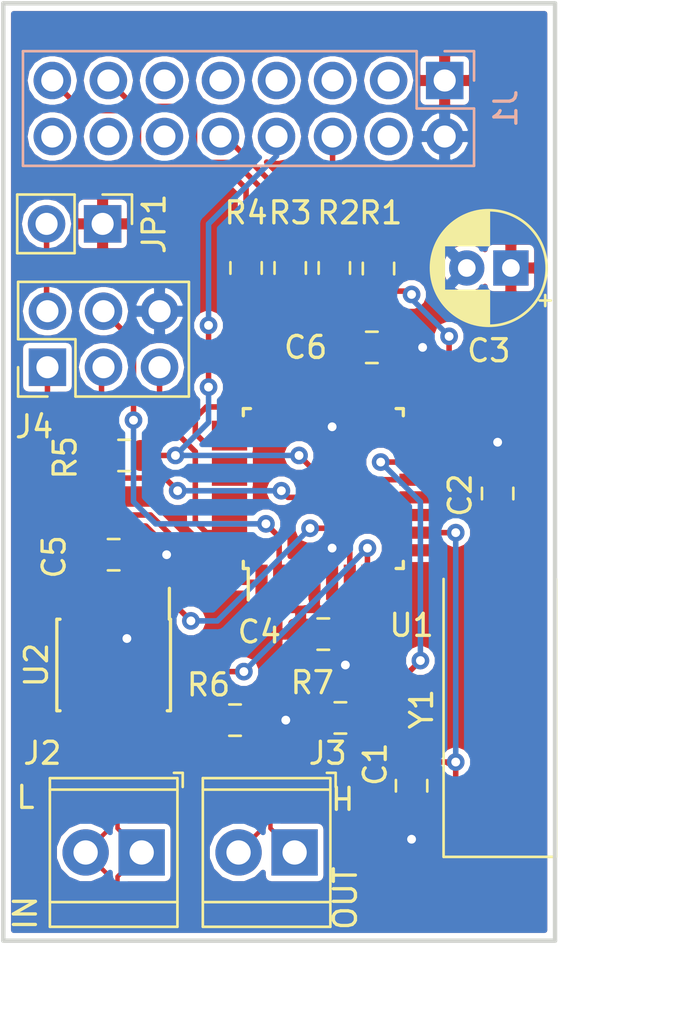
<source format=kicad_pcb>
(kicad_pcb (version 20171130) (host pcbnew 5.0.2+dfsg1-1)

  (general
    (thickness 1.6)
    (drawings 10)
    (tracks 195)
    (zones 0)
    (modules 21)
    (nets 25)
  )

  (page A4)
  (title_block
    (title "Matemat Power Board CAN Interface")
    (date 2019-04-05)
    (rev 1)
    (company "CCC Basel")
  )

  (layers
    (0 F.Cu signal)
    (31 B.Cu signal)
    (32 B.Adhes user)
    (33 F.Adhes user)
    (34 B.Paste user)
    (35 F.Paste user)
    (36 B.SilkS user)
    (37 F.SilkS user)
    (38 B.Mask user)
    (39 F.Mask user)
    (40 Dwgs.User user)
    (41 Cmts.User user)
    (42 Eco1.User user)
    (43 Eco2.User user)
    (44 Edge.Cuts user)
    (45 Margin user)
    (46 B.CrtYd user)
    (47 F.CrtYd user)
    (48 B.Fab user hide)
    (49 F.Fab user hide)
  )

  (setup
    (last_trace_width 0.25)
    (trace_clearance 0.2)
    (zone_clearance 0.508)
    (zone_45_only no)
    (trace_min 0.2)
    (segment_width 0.2)
    (edge_width 0.15)
    (via_size 0.8)
    (via_drill 0.4)
    (via_min_size 0.4)
    (via_min_drill 0.3)
    (uvia_size 0.3)
    (uvia_drill 0.1)
    (uvias_allowed no)
    (uvia_min_size 0.2)
    (uvia_min_drill 0.1)
    (pcb_text_width 0.3)
    (pcb_text_size 1.5 1.5)
    (mod_edge_width 0.15)
    (mod_text_size 1 1)
    (mod_text_width 0.15)
    (pad_size 1.524 1.524)
    (pad_drill 0.762)
    (pad_to_mask_clearance 0.051)
    (solder_mask_min_width 0.25)
    (aux_axis_origin 0 0)
    (visible_elements FFFFFF7F)
    (pcbplotparams
      (layerselection 0x010fc_ffffffff)
      (usegerberextensions false)
      (usegerberattributes false)
      (usegerberadvancedattributes false)
      (creategerberjobfile false)
      (excludeedgelayer true)
      (linewidth 0.100000)
      (plotframeref false)
      (viasonmask false)
      (mode 1)
      (useauxorigin false)
      (hpglpennumber 1)
      (hpglpenspeed 20)
      (hpglpendiameter 15.000000)
      (psnegative false)
      (psa4output false)
      (plotreference true)
      (plotvalue true)
      (plotinvisibletext false)
      (padsonsilk false)
      (subtractmaskfromsilk false)
      (outputformat 1)
      (mirror false)
      (drillshape 1)
      (scaleselection 1)
      (outputdirectory ""))
  )

  (net 0 "")
  (net 1 GND)
  (net 2 "Net-(C1-Pad2)")
  (net 3 "Net-(C2-Pad2)")
  (net 4 +5V)
  (net 5 /CLK)
  (net 6 /ZCROSS)
  (net 7 /STROBE)
  (net 8 /DIN)
  (net 9 /DOUT)
  (net 10 /CAN_P)
  (net 11 /CAN_N)
  (net 12 /MISOISP)
  (net 13 "Net-(J4-Pad2)")
  (net 14 /SCKISP)
  (net 15 /MOSIISP)
  (net 16 /~RESET)
  (net 17 "Net-(R1-Pad1)")
  (net 18 "Net-(R2-Pad1)")
  (net 19 "Net-(R3-Pad1)")
  (net 20 "Net-(R4-Pad1)")
  (net 21 "Net-(R6-Pad2)")
  (net 22 /TXCAN)
  (net 23 /RXCAN)
  (net 24 /HISPEED)

  (net_class Default "This is the default net class."
    (clearance 0.2)
    (trace_width 0.25)
    (via_dia 0.8)
    (via_drill 0.4)
    (uvia_dia 0.3)
    (uvia_drill 0.1)
    (add_net +5V)
    (add_net /CLK)
    (add_net /DIN)
    (add_net /DOUT)
    (add_net /HISPEED)
    (add_net /MISOISP)
    (add_net /MOSIISP)
    (add_net /RXCAN)
    (add_net /SCKISP)
    (add_net /STROBE)
    (add_net /TXCAN)
    (add_net /ZCROSS)
    (add_net /~RESET)
    (add_net GND)
    (add_net "Net-(C1-Pad2)")
    (add_net "Net-(C2-Pad2)")
    (add_net "Net-(J4-Pad2)")
    (add_net "Net-(R1-Pad1)")
    (add_net "Net-(R2-Pad1)")
    (add_net "Net-(R3-Pad1)")
    (add_net "Net-(R4-Pad1)")
    (add_net "Net-(R6-Pad2)")
  )

  (net_class CAN ""
    (clearance 0.15)
    (trace_width 0.2)
    (via_dia 0.8)
    (via_drill 0.4)
    (uvia_dia 0.3)
    (uvia_drill 0.1)
    (diff_pair_gap 0.15)
    (diff_pair_width 0.2)
    (add_net /CAN_N)
    (add_net /CAN_P)
  )

  (module Capacitor_SMD:C_0805_2012Metric_Pad1.15x1.40mm_HandSolder (layer F.Cu) (tedit 5B36C52B) (tstamp 5CB16B4E)
    (at 188.5 111.975 90)
    (descr "Capacitor SMD 0805 (2012 Metric), square (rectangular) end terminal, IPC_7351 nominal with elongated pad for handsoldering. (Body size source: https://docs.google.com/spreadsheets/d/1BsfQQcO9C6DZCsRaXUlFlo91Tg2WpOkGARC1WS5S8t0/edit?usp=sharing), generated with kicad-footprint-generator")
    (tags "capacitor handsolder")
    (path /5CA53C22)
    (attr smd)
    (fp_text reference C1 (at 0.975 -1.65 90) (layer F.SilkS)
      (effects (font (size 1 1) (thickness 0.15)))
    )
    (fp_text value 22p (at 0 1.65 90) (layer F.Fab)
      (effects (font (size 1 1) (thickness 0.15)))
    )
    (fp_line (start -1 0.6) (end -1 -0.6) (layer F.Fab) (width 0.1))
    (fp_line (start -1 -0.6) (end 1 -0.6) (layer F.Fab) (width 0.1))
    (fp_line (start 1 -0.6) (end 1 0.6) (layer F.Fab) (width 0.1))
    (fp_line (start 1 0.6) (end -1 0.6) (layer F.Fab) (width 0.1))
    (fp_line (start -0.261252 -0.71) (end 0.261252 -0.71) (layer F.SilkS) (width 0.12))
    (fp_line (start -0.261252 0.71) (end 0.261252 0.71) (layer F.SilkS) (width 0.12))
    (fp_line (start -1.85 0.95) (end -1.85 -0.95) (layer F.CrtYd) (width 0.05))
    (fp_line (start -1.85 -0.95) (end 1.85 -0.95) (layer F.CrtYd) (width 0.05))
    (fp_line (start 1.85 -0.95) (end 1.85 0.95) (layer F.CrtYd) (width 0.05))
    (fp_line (start 1.85 0.95) (end -1.85 0.95) (layer F.CrtYd) (width 0.05))
    (fp_text user %R (at 0 0 90) (layer F.Fab)
      (effects (font (size 0.5 0.5) (thickness 0.08)))
    )
    (pad 1 smd roundrect (at -1.025 0 90) (size 1.15 1.4) (layers F.Cu F.Paste F.Mask) (roundrect_rratio 0.217391)
      (net 1 GND))
    (pad 2 smd roundrect (at 1.025 0 90) (size 1.15 1.4) (layers F.Cu F.Paste F.Mask) (roundrect_rratio 0.217391)
      (net 2 "Net-(C1-Pad2)"))
    (model ${KISYS3DMOD}/Capacitor_SMD.3dshapes/C_0805_2012Metric.wrl
      (at (xyz 0 0 0))
      (scale (xyz 1 1 1))
      (rotate (xyz 0 0 0))
    )
  )

  (module Capacitor_SMD:C_0805_2012Metric_Pad1.15x1.40mm_HandSolder (layer F.Cu) (tedit 5B36C52B) (tstamp 5CB16B5F)
    (at 192.4 98.725 270)
    (descr "Capacitor SMD 0805 (2012 Metric), square (rectangular) end terminal, IPC_7351 nominal with elongated pad for handsoldering. (Body size source: https://docs.google.com/spreadsheets/d/1BsfQQcO9C6DZCsRaXUlFlo91Tg2WpOkGARC1WS5S8t0/edit?usp=sharing), generated with kicad-footprint-generator")
    (tags "capacitor handsolder")
    (path /5CA53C80)
    (attr smd)
    (fp_text reference C2 (at 0.075 1.7 270) (layer F.SilkS)
      (effects (font (size 1 1) (thickness 0.15)))
    )
    (fp_text value 22p (at 0 1.65 270) (layer F.Fab)
      (effects (font (size 1 1) (thickness 0.15)))
    )
    (fp_text user %R (at 0 0 270) (layer F.Fab)
      (effects (font (size 0.5 0.5) (thickness 0.08)))
    )
    (fp_line (start 1.85 0.95) (end -1.85 0.95) (layer F.CrtYd) (width 0.05))
    (fp_line (start 1.85 -0.95) (end 1.85 0.95) (layer F.CrtYd) (width 0.05))
    (fp_line (start -1.85 -0.95) (end 1.85 -0.95) (layer F.CrtYd) (width 0.05))
    (fp_line (start -1.85 0.95) (end -1.85 -0.95) (layer F.CrtYd) (width 0.05))
    (fp_line (start -0.261252 0.71) (end 0.261252 0.71) (layer F.SilkS) (width 0.12))
    (fp_line (start -0.261252 -0.71) (end 0.261252 -0.71) (layer F.SilkS) (width 0.12))
    (fp_line (start 1 0.6) (end -1 0.6) (layer F.Fab) (width 0.1))
    (fp_line (start 1 -0.6) (end 1 0.6) (layer F.Fab) (width 0.1))
    (fp_line (start -1 -0.6) (end 1 -0.6) (layer F.Fab) (width 0.1))
    (fp_line (start -1 0.6) (end -1 -0.6) (layer F.Fab) (width 0.1))
    (pad 2 smd roundrect (at 1.025 0 270) (size 1.15 1.4) (layers F.Cu F.Paste F.Mask) (roundrect_rratio 0.217391)
      (net 3 "Net-(C2-Pad2)"))
    (pad 1 smd roundrect (at -1.025 0 270) (size 1.15 1.4) (layers F.Cu F.Paste F.Mask) (roundrect_rratio 0.217391)
      (net 1 GND))
    (model ${KISYS3DMOD}/Capacitor_SMD.3dshapes/C_0805_2012Metric.wrl
      (at (xyz 0 0 0))
      (scale (xyz 1 1 1))
      (rotate (xyz 0 0 0))
    )
  )

  (module Capacitor_THT:CP_Radial_D5.0mm_P2.00mm (layer F.Cu) (tedit 5AE50EF0) (tstamp 5CB16BE2)
    (at 193 88.5 180)
    (descr "CP, Radial series, Radial, pin pitch=2.00mm, , diameter=5mm, Electrolytic Capacitor")
    (tags "CP Radial series Radial pin pitch 2.00mm  diameter 5mm Electrolytic Capacitor")
    (path /5CA54AD7)
    (fp_text reference C3 (at 1 -3.75 180) (layer F.SilkS)
      (effects (font (size 1 1) (thickness 0.15)))
    )
    (fp_text value 10u (at 1 3.75 180) (layer F.Fab)
      (effects (font (size 1 1) (thickness 0.15)))
    )
    (fp_circle (center 1 0) (end 3.5 0) (layer F.Fab) (width 0.1))
    (fp_circle (center 1 0) (end 3.62 0) (layer F.SilkS) (width 0.12))
    (fp_circle (center 1 0) (end 3.75 0) (layer F.CrtYd) (width 0.05))
    (fp_line (start -1.133605 -1.0875) (end -0.633605 -1.0875) (layer F.Fab) (width 0.1))
    (fp_line (start -0.883605 -1.3375) (end -0.883605 -0.8375) (layer F.Fab) (width 0.1))
    (fp_line (start 1 1.04) (end 1 2.58) (layer F.SilkS) (width 0.12))
    (fp_line (start 1 -2.58) (end 1 -1.04) (layer F.SilkS) (width 0.12))
    (fp_line (start 1.04 1.04) (end 1.04 2.58) (layer F.SilkS) (width 0.12))
    (fp_line (start 1.04 -2.58) (end 1.04 -1.04) (layer F.SilkS) (width 0.12))
    (fp_line (start 1.08 -2.579) (end 1.08 -1.04) (layer F.SilkS) (width 0.12))
    (fp_line (start 1.08 1.04) (end 1.08 2.579) (layer F.SilkS) (width 0.12))
    (fp_line (start 1.12 -2.578) (end 1.12 -1.04) (layer F.SilkS) (width 0.12))
    (fp_line (start 1.12 1.04) (end 1.12 2.578) (layer F.SilkS) (width 0.12))
    (fp_line (start 1.16 -2.576) (end 1.16 -1.04) (layer F.SilkS) (width 0.12))
    (fp_line (start 1.16 1.04) (end 1.16 2.576) (layer F.SilkS) (width 0.12))
    (fp_line (start 1.2 -2.573) (end 1.2 -1.04) (layer F.SilkS) (width 0.12))
    (fp_line (start 1.2 1.04) (end 1.2 2.573) (layer F.SilkS) (width 0.12))
    (fp_line (start 1.24 -2.569) (end 1.24 -1.04) (layer F.SilkS) (width 0.12))
    (fp_line (start 1.24 1.04) (end 1.24 2.569) (layer F.SilkS) (width 0.12))
    (fp_line (start 1.28 -2.565) (end 1.28 -1.04) (layer F.SilkS) (width 0.12))
    (fp_line (start 1.28 1.04) (end 1.28 2.565) (layer F.SilkS) (width 0.12))
    (fp_line (start 1.32 -2.561) (end 1.32 -1.04) (layer F.SilkS) (width 0.12))
    (fp_line (start 1.32 1.04) (end 1.32 2.561) (layer F.SilkS) (width 0.12))
    (fp_line (start 1.36 -2.556) (end 1.36 -1.04) (layer F.SilkS) (width 0.12))
    (fp_line (start 1.36 1.04) (end 1.36 2.556) (layer F.SilkS) (width 0.12))
    (fp_line (start 1.4 -2.55) (end 1.4 -1.04) (layer F.SilkS) (width 0.12))
    (fp_line (start 1.4 1.04) (end 1.4 2.55) (layer F.SilkS) (width 0.12))
    (fp_line (start 1.44 -2.543) (end 1.44 -1.04) (layer F.SilkS) (width 0.12))
    (fp_line (start 1.44 1.04) (end 1.44 2.543) (layer F.SilkS) (width 0.12))
    (fp_line (start 1.48 -2.536) (end 1.48 -1.04) (layer F.SilkS) (width 0.12))
    (fp_line (start 1.48 1.04) (end 1.48 2.536) (layer F.SilkS) (width 0.12))
    (fp_line (start 1.52 -2.528) (end 1.52 -1.04) (layer F.SilkS) (width 0.12))
    (fp_line (start 1.52 1.04) (end 1.52 2.528) (layer F.SilkS) (width 0.12))
    (fp_line (start 1.56 -2.52) (end 1.56 -1.04) (layer F.SilkS) (width 0.12))
    (fp_line (start 1.56 1.04) (end 1.56 2.52) (layer F.SilkS) (width 0.12))
    (fp_line (start 1.6 -2.511) (end 1.6 -1.04) (layer F.SilkS) (width 0.12))
    (fp_line (start 1.6 1.04) (end 1.6 2.511) (layer F.SilkS) (width 0.12))
    (fp_line (start 1.64 -2.501) (end 1.64 -1.04) (layer F.SilkS) (width 0.12))
    (fp_line (start 1.64 1.04) (end 1.64 2.501) (layer F.SilkS) (width 0.12))
    (fp_line (start 1.68 -2.491) (end 1.68 -1.04) (layer F.SilkS) (width 0.12))
    (fp_line (start 1.68 1.04) (end 1.68 2.491) (layer F.SilkS) (width 0.12))
    (fp_line (start 1.721 -2.48) (end 1.721 -1.04) (layer F.SilkS) (width 0.12))
    (fp_line (start 1.721 1.04) (end 1.721 2.48) (layer F.SilkS) (width 0.12))
    (fp_line (start 1.761 -2.468) (end 1.761 -1.04) (layer F.SilkS) (width 0.12))
    (fp_line (start 1.761 1.04) (end 1.761 2.468) (layer F.SilkS) (width 0.12))
    (fp_line (start 1.801 -2.455) (end 1.801 -1.04) (layer F.SilkS) (width 0.12))
    (fp_line (start 1.801 1.04) (end 1.801 2.455) (layer F.SilkS) (width 0.12))
    (fp_line (start 1.841 -2.442) (end 1.841 -1.04) (layer F.SilkS) (width 0.12))
    (fp_line (start 1.841 1.04) (end 1.841 2.442) (layer F.SilkS) (width 0.12))
    (fp_line (start 1.881 -2.428) (end 1.881 -1.04) (layer F.SilkS) (width 0.12))
    (fp_line (start 1.881 1.04) (end 1.881 2.428) (layer F.SilkS) (width 0.12))
    (fp_line (start 1.921 -2.414) (end 1.921 -1.04) (layer F.SilkS) (width 0.12))
    (fp_line (start 1.921 1.04) (end 1.921 2.414) (layer F.SilkS) (width 0.12))
    (fp_line (start 1.961 -2.398) (end 1.961 -1.04) (layer F.SilkS) (width 0.12))
    (fp_line (start 1.961 1.04) (end 1.961 2.398) (layer F.SilkS) (width 0.12))
    (fp_line (start 2.001 -2.382) (end 2.001 -1.04) (layer F.SilkS) (width 0.12))
    (fp_line (start 2.001 1.04) (end 2.001 2.382) (layer F.SilkS) (width 0.12))
    (fp_line (start 2.041 -2.365) (end 2.041 -1.04) (layer F.SilkS) (width 0.12))
    (fp_line (start 2.041 1.04) (end 2.041 2.365) (layer F.SilkS) (width 0.12))
    (fp_line (start 2.081 -2.348) (end 2.081 -1.04) (layer F.SilkS) (width 0.12))
    (fp_line (start 2.081 1.04) (end 2.081 2.348) (layer F.SilkS) (width 0.12))
    (fp_line (start 2.121 -2.329) (end 2.121 -1.04) (layer F.SilkS) (width 0.12))
    (fp_line (start 2.121 1.04) (end 2.121 2.329) (layer F.SilkS) (width 0.12))
    (fp_line (start 2.161 -2.31) (end 2.161 -1.04) (layer F.SilkS) (width 0.12))
    (fp_line (start 2.161 1.04) (end 2.161 2.31) (layer F.SilkS) (width 0.12))
    (fp_line (start 2.201 -2.29) (end 2.201 -1.04) (layer F.SilkS) (width 0.12))
    (fp_line (start 2.201 1.04) (end 2.201 2.29) (layer F.SilkS) (width 0.12))
    (fp_line (start 2.241 -2.268) (end 2.241 -1.04) (layer F.SilkS) (width 0.12))
    (fp_line (start 2.241 1.04) (end 2.241 2.268) (layer F.SilkS) (width 0.12))
    (fp_line (start 2.281 -2.247) (end 2.281 -1.04) (layer F.SilkS) (width 0.12))
    (fp_line (start 2.281 1.04) (end 2.281 2.247) (layer F.SilkS) (width 0.12))
    (fp_line (start 2.321 -2.224) (end 2.321 -1.04) (layer F.SilkS) (width 0.12))
    (fp_line (start 2.321 1.04) (end 2.321 2.224) (layer F.SilkS) (width 0.12))
    (fp_line (start 2.361 -2.2) (end 2.361 -1.04) (layer F.SilkS) (width 0.12))
    (fp_line (start 2.361 1.04) (end 2.361 2.2) (layer F.SilkS) (width 0.12))
    (fp_line (start 2.401 -2.175) (end 2.401 -1.04) (layer F.SilkS) (width 0.12))
    (fp_line (start 2.401 1.04) (end 2.401 2.175) (layer F.SilkS) (width 0.12))
    (fp_line (start 2.441 -2.149) (end 2.441 -1.04) (layer F.SilkS) (width 0.12))
    (fp_line (start 2.441 1.04) (end 2.441 2.149) (layer F.SilkS) (width 0.12))
    (fp_line (start 2.481 -2.122) (end 2.481 -1.04) (layer F.SilkS) (width 0.12))
    (fp_line (start 2.481 1.04) (end 2.481 2.122) (layer F.SilkS) (width 0.12))
    (fp_line (start 2.521 -2.095) (end 2.521 -1.04) (layer F.SilkS) (width 0.12))
    (fp_line (start 2.521 1.04) (end 2.521 2.095) (layer F.SilkS) (width 0.12))
    (fp_line (start 2.561 -2.065) (end 2.561 -1.04) (layer F.SilkS) (width 0.12))
    (fp_line (start 2.561 1.04) (end 2.561 2.065) (layer F.SilkS) (width 0.12))
    (fp_line (start 2.601 -2.035) (end 2.601 -1.04) (layer F.SilkS) (width 0.12))
    (fp_line (start 2.601 1.04) (end 2.601 2.035) (layer F.SilkS) (width 0.12))
    (fp_line (start 2.641 -2.004) (end 2.641 -1.04) (layer F.SilkS) (width 0.12))
    (fp_line (start 2.641 1.04) (end 2.641 2.004) (layer F.SilkS) (width 0.12))
    (fp_line (start 2.681 -1.971) (end 2.681 -1.04) (layer F.SilkS) (width 0.12))
    (fp_line (start 2.681 1.04) (end 2.681 1.971) (layer F.SilkS) (width 0.12))
    (fp_line (start 2.721 -1.937) (end 2.721 -1.04) (layer F.SilkS) (width 0.12))
    (fp_line (start 2.721 1.04) (end 2.721 1.937) (layer F.SilkS) (width 0.12))
    (fp_line (start 2.761 -1.901) (end 2.761 -1.04) (layer F.SilkS) (width 0.12))
    (fp_line (start 2.761 1.04) (end 2.761 1.901) (layer F.SilkS) (width 0.12))
    (fp_line (start 2.801 -1.864) (end 2.801 -1.04) (layer F.SilkS) (width 0.12))
    (fp_line (start 2.801 1.04) (end 2.801 1.864) (layer F.SilkS) (width 0.12))
    (fp_line (start 2.841 -1.826) (end 2.841 -1.04) (layer F.SilkS) (width 0.12))
    (fp_line (start 2.841 1.04) (end 2.841 1.826) (layer F.SilkS) (width 0.12))
    (fp_line (start 2.881 -1.785) (end 2.881 -1.04) (layer F.SilkS) (width 0.12))
    (fp_line (start 2.881 1.04) (end 2.881 1.785) (layer F.SilkS) (width 0.12))
    (fp_line (start 2.921 -1.743) (end 2.921 -1.04) (layer F.SilkS) (width 0.12))
    (fp_line (start 2.921 1.04) (end 2.921 1.743) (layer F.SilkS) (width 0.12))
    (fp_line (start 2.961 -1.699) (end 2.961 -1.04) (layer F.SilkS) (width 0.12))
    (fp_line (start 2.961 1.04) (end 2.961 1.699) (layer F.SilkS) (width 0.12))
    (fp_line (start 3.001 -1.653) (end 3.001 -1.04) (layer F.SilkS) (width 0.12))
    (fp_line (start 3.001 1.04) (end 3.001 1.653) (layer F.SilkS) (width 0.12))
    (fp_line (start 3.041 -1.605) (end 3.041 1.605) (layer F.SilkS) (width 0.12))
    (fp_line (start 3.081 -1.554) (end 3.081 1.554) (layer F.SilkS) (width 0.12))
    (fp_line (start 3.121 -1.5) (end 3.121 1.5) (layer F.SilkS) (width 0.12))
    (fp_line (start 3.161 -1.443) (end 3.161 1.443) (layer F.SilkS) (width 0.12))
    (fp_line (start 3.201 -1.383) (end 3.201 1.383) (layer F.SilkS) (width 0.12))
    (fp_line (start 3.241 -1.319) (end 3.241 1.319) (layer F.SilkS) (width 0.12))
    (fp_line (start 3.281 -1.251) (end 3.281 1.251) (layer F.SilkS) (width 0.12))
    (fp_line (start 3.321 -1.178) (end 3.321 1.178) (layer F.SilkS) (width 0.12))
    (fp_line (start 3.361 -1.098) (end 3.361 1.098) (layer F.SilkS) (width 0.12))
    (fp_line (start 3.401 -1.011) (end 3.401 1.011) (layer F.SilkS) (width 0.12))
    (fp_line (start 3.441 -0.915) (end 3.441 0.915) (layer F.SilkS) (width 0.12))
    (fp_line (start 3.481 -0.805) (end 3.481 0.805) (layer F.SilkS) (width 0.12))
    (fp_line (start 3.521 -0.677) (end 3.521 0.677) (layer F.SilkS) (width 0.12))
    (fp_line (start 3.561 -0.518) (end 3.561 0.518) (layer F.SilkS) (width 0.12))
    (fp_line (start 3.601 -0.284) (end 3.601 0.284) (layer F.SilkS) (width 0.12))
    (fp_line (start -1.804775 -1.475) (end -1.304775 -1.475) (layer F.SilkS) (width 0.12))
    (fp_line (start -1.554775 -1.725) (end -1.554775 -1.225) (layer F.SilkS) (width 0.12))
    (fp_text user %R (at 1 0 180) (layer F.Fab)
      (effects (font (size 1 1) (thickness 0.15)))
    )
    (pad 1 thru_hole rect (at 0 0 180) (size 1.6 1.6) (drill 0.8) (layers *.Cu *.Mask)
      (net 4 +5V))
    (pad 2 thru_hole circle (at 2 0 180) (size 1.6 1.6) (drill 0.8) (layers *.Cu *.Mask)
      (net 1 GND))
    (model ${KISYS3DMOD}/Capacitor_THT.3dshapes/CP_Radial_D5.0mm_P2.00mm.wrl
      (at (xyz 0 0 0))
      (scale (xyz 1 1 1))
      (rotate (xyz 0 0 0))
    )
  )

  (module Capacitor_SMD:C_0805_2012Metric_Pad1.15x1.40mm_HandSolder (layer F.Cu) (tedit 5B36C52B) (tstamp 5CB16BF3)
    (at 184.5 105.1)
    (descr "Capacitor SMD 0805 (2012 Metric), square (rectangular) end terminal, IPC_7351 nominal with elongated pad for handsoldering. (Body size source: https://docs.google.com/spreadsheets/d/1BsfQQcO9C6DZCsRaXUlFlo91Tg2WpOkGARC1WS5S8t0/edit?usp=sharing), generated with kicad-footprint-generator")
    (tags "capacitor handsolder")
    (path /5CA54379)
    (attr smd)
    (fp_text reference C4 (at -2.9 -0.1) (layer F.SilkS)
      (effects (font (size 1 1) (thickness 0.15)))
    )
    (fp_text value 100n (at 0 1.65) (layer F.Fab)
      (effects (font (size 1 1) (thickness 0.15)))
    )
    (fp_line (start -1 0.6) (end -1 -0.6) (layer F.Fab) (width 0.1))
    (fp_line (start -1 -0.6) (end 1 -0.6) (layer F.Fab) (width 0.1))
    (fp_line (start 1 -0.6) (end 1 0.6) (layer F.Fab) (width 0.1))
    (fp_line (start 1 0.6) (end -1 0.6) (layer F.Fab) (width 0.1))
    (fp_line (start -0.261252 -0.71) (end 0.261252 -0.71) (layer F.SilkS) (width 0.12))
    (fp_line (start -0.261252 0.71) (end 0.261252 0.71) (layer F.SilkS) (width 0.12))
    (fp_line (start -1.85 0.95) (end -1.85 -0.95) (layer F.CrtYd) (width 0.05))
    (fp_line (start -1.85 -0.95) (end 1.85 -0.95) (layer F.CrtYd) (width 0.05))
    (fp_line (start 1.85 -0.95) (end 1.85 0.95) (layer F.CrtYd) (width 0.05))
    (fp_line (start 1.85 0.95) (end -1.85 0.95) (layer F.CrtYd) (width 0.05))
    (fp_text user %R (at 0 0) (layer F.Fab)
      (effects (font (size 0.5 0.5) (thickness 0.08)))
    )
    (pad 1 smd roundrect (at -1.025 0) (size 1.15 1.4) (layers F.Cu F.Paste F.Mask) (roundrect_rratio 0.217391)
      (net 4 +5V))
    (pad 2 smd roundrect (at 1.025 0) (size 1.15 1.4) (layers F.Cu F.Paste F.Mask) (roundrect_rratio 0.217391)
      (net 1 GND))
    (model ${KISYS3DMOD}/Capacitor_SMD.3dshapes/C_0805_2012Metric.wrl
      (at (xyz 0 0 0))
      (scale (xyz 1 1 1))
      (rotate (xyz 0 0 0))
    )
  )

  (module Capacitor_SMD:C_0805_2012Metric_Pad1.15x1.40mm_HandSolder (layer F.Cu) (tedit 5B36C52B) (tstamp 5CB16C04)
    (at 175 101.5)
    (descr "Capacitor SMD 0805 (2012 Metric), square (rectangular) end terminal, IPC_7351 nominal with elongated pad for handsoldering. (Body size source: https://docs.google.com/spreadsheets/d/1BsfQQcO9C6DZCsRaXUlFlo91Tg2WpOkGARC1WS5S8t0/edit?usp=sharing), generated with kicad-footprint-generator")
    (tags "capacitor handsolder")
    (path /5CA53911)
    (attr smd)
    (fp_text reference C5 (at -2.7 0.1 90) (layer F.SilkS)
      (effects (font (size 1 1) (thickness 0.15)))
    )
    (fp_text value 100n (at 0 1.65) (layer F.Fab)
      (effects (font (size 1 1) (thickness 0.15)))
    )
    (fp_text user %R (at 0 0) (layer F.Fab)
      (effects (font (size 0.5 0.5) (thickness 0.08)))
    )
    (fp_line (start 1.85 0.95) (end -1.85 0.95) (layer F.CrtYd) (width 0.05))
    (fp_line (start 1.85 -0.95) (end 1.85 0.95) (layer F.CrtYd) (width 0.05))
    (fp_line (start -1.85 -0.95) (end 1.85 -0.95) (layer F.CrtYd) (width 0.05))
    (fp_line (start -1.85 0.95) (end -1.85 -0.95) (layer F.CrtYd) (width 0.05))
    (fp_line (start -0.261252 0.71) (end 0.261252 0.71) (layer F.SilkS) (width 0.12))
    (fp_line (start -0.261252 -0.71) (end 0.261252 -0.71) (layer F.SilkS) (width 0.12))
    (fp_line (start 1 0.6) (end -1 0.6) (layer F.Fab) (width 0.1))
    (fp_line (start 1 -0.6) (end 1 0.6) (layer F.Fab) (width 0.1))
    (fp_line (start -1 -0.6) (end 1 -0.6) (layer F.Fab) (width 0.1))
    (fp_line (start -1 0.6) (end -1 -0.6) (layer F.Fab) (width 0.1))
    (pad 2 smd roundrect (at 1.025 0) (size 1.15 1.4) (layers F.Cu F.Paste F.Mask) (roundrect_rratio 0.217391)
      (net 1 GND))
    (pad 1 smd roundrect (at -1.025 0) (size 1.15 1.4) (layers F.Cu F.Paste F.Mask) (roundrect_rratio 0.217391)
      (net 4 +5V))
    (model ${KISYS3DMOD}/Capacitor_SMD.3dshapes/C_0805_2012Metric.wrl
      (at (xyz 0 0 0))
      (scale (xyz 1 1 1))
      (rotate (xyz 0 0 0))
    )
  )

  (module TerminalBlock_TE-Connectivity:TerminalBlock_TE_282834-2_1x02_P2.54mm_Horizontal (layer F.Cu) (tedit 5B1EC513) (tstamp 5CB16C4A)
    (at 176.27 115 180)
    (descr "Terminal Block TE 282834-2, 2 pins, pitch 2.54mm, size 5.54x6.5mm^2, drill diamater 1.1mm, pad diameter 2.1mm, see http://www.te.com/commerce/DocumentDelivery/DDEController?Action=showdoc&DocId=Customer+Drawing%7F282834%7FC1%7Fpdf%7FEnglish%7FENG_CD_282834_C1.pdf, script-generated using https://github.com/pointhi/kicad-footprint-generator/scripts/TerminalBlock_TE-Connectivity")
    (tags "THT Terminal Block TE 282834-2 pitch 2.54mm size 5.54x6.5mm^2 drill 1.1mm pad 2.1mm")
    (path /5CA53A5C)
    (fp_text reference J2 (at 4.5 4.5 180) (layer F.SilkS)
      (effects (font (size 1 1) (thickness 0.15)))
    )
    (fp_text value "CAN In" (at 1.27 4.37 180) (layer F.Fab)
      (effects (font (size 1 1) (thickness 0.15)))
    )
    (fp_circle (center 0 0) (end 1.1 0) (layer F.Fab) (width 0.1))
    (fp_circle (center 2.54 0) (end 3.64 0) (layer F.Fab) (width 0.1))
    (fp_line (start -1.5 -3.25) (end 4.04 -3.25) (layer F.Fab) (width 0.1))
    (fp_line (start 4.04 -3.25) (end 4.04 3.25) (layer F.Fab) (width 0.1))
    (fp_line (start 4.04 3.25) (end -1.1 3.25) (layer F.Fab) (width 0.1))
    (fp_line (start -1.1 3.25) (end -1.5 2.85) (layer F.Fab) (width 0.1))
    (fp_line (start -1.5 2.85) (end -1.5 -3.25) (layer F.Fab) (width 0.1))
    (fp_line (start -1.5 2.85) (end 4.04 2.85) (layer F.Fab) (width 0.1))
    (fp_line (start -1.62 2.85) (end 4.16 2.85) (layer F.SilkS) (width 0.12))
    (fp_line (start -1.5 -2.25) (end 4.04 -2.25) (layer F.Fab) (width 0.1))
    (fp_line (start -1.62 -2.25) (end 4.16 -2.25) (layer F.SilkS) (width 0.12))
    (fp_line (start -1.62 -3.37) (end 4.16 -3.37) (layer F.SilkS) (width 0.12))
    (fp_line (start -1.62 3.37) (end 4.16 3.37) (layer F.SilkS) (width 0.12))
    (fp_line (start -1.62 -3.37) (end -1.62 3.37) (layer F.SilkS) (width 0.12))
    (fp_line (start 4.16 -3.37) (end 4.16 3.37) (layer F.SilkS) (width 0.12))
    (fp_line (start 0.835 -0.7) (end -0.701 0.835) (layer F.Fab) (width 0.1))
    (fp_line (start 0.701 -0.835) (end -0.835 0.7) (layer F.Fab) (width 0.1))
    (fp_line (start 3.375 -0.7) (end 1.84 0.835) (layer F.Fab) (width 0.1))
    (fp_line (start 3.241 -0.835) (end 1.706 0.7) (layer F.Fab) (width 0.1))
    (fp_line (start -1.86 2.97) (end -1.86 3.61) (layer F.SilkS) (width 0.12))
    (fp_line (start -1.86 3.61) (end -1.46 3.61) (layer F.SilkS) (width 0.12))
    (fp_line (start -2 -3.75) (end -2 3.75) (layer F.CrtYd) (width 0.05))
    (fp_line (start -2 3.75) (end 4.54 3.75) (layer F.CrtYd) (width 0.05))
    (fp_line (start 4.54 3.75) (end 4.54 -3.75) (layer F.CrtYd) (width 0.05))
    (fp_line (start 4.54 -3.75) (end -2 -3.75) (layer F.CrtYd) (width 0.05))
    (fp_text user %R (at 1.27 2 180) (layer F.Fab)
      (effects (font (size 1 1) (thickness 0.15)))
    )
    (pad 1 thru_hole rect (at 0 0 180) (size 2.1 2.1) (drill 1.1) (layers *.Cu *.Mask)
      (net 10 /CAN_P))
    (pad 2 thru_hole circle (at 2.54 0 180) (size 2.1 2.1) (drill 1.1) (layers *.Cu *.Mask)
      (net 11 /CAN_N))
    (model ${KISYS3DMOD}/TerminalBlock_TE-Connectivity.3dshapes/TerminalBlock_TE_282834-2_1x02_P2.54mm_Horizontal.wrl
      (at (xyz 0 0 0))
      (scale (xyz 1 1 1))
      (rotate (xyz 0 0 0))
    )
  )

  (module TerminalBlock_TE-Connectivity:TerminalBlock_TE_282834-2_1x02_P2.54mm_Horizontal (layer F.Cu) (tedit 5B1EC513) (tstamp 5CB16C6A)
    (at 183.2 115 180)
    (descr "Terminal Block TE 282834-2, 2 pins, pitch 2.54mm, size 5.54x6.5mm^2, drill diamater 1.1mm, pad diameter 2.1mm, see http://www.te.com/commerce/DocumentDelivery/DDEController?Action=showdoc&DocId=Customer+Drawing%7F282834%7FC1%7Fpdf%7FEnglish%7FENG_CD_282834_C1.pdf, script-generated using https://github.com/pointhi/kicad-footprint-generator/scripts/TerminalBlock_TE-Connectivity")
    (tags "THT Terminal Block TE 282834-2 pitch 2.54mm size 5.54x6.5mm^2 drill 1.1mm pad 2.1mm")
    (path /5CA53AD4)
    (fp_text reference J3 (at -1.5 4.5 180) (layer F.SilkS)
      (effects (font (size 1 1) (thickness 0.15)))
    )
    (fp_text value "CAN Out" (at 1.27 4.37 180) (layer F.Fab)
      (effects (font (size 1 1) (thickness 0.15)))
    )
    (fp_text user %R (at 1.27 2 180) (layer F.Fab)
      (effects (font (size 1 1) (thickness 0.15)))
    )
    (fp_line (start 4.54 -3.75) (end -2 -3.75) (layer F.CrtYd) (width 0.05))
    (fp_line (start 4.54 3.75) (end 4.54 -3.75) (layer F.CrtYd) (width 0.05))
    (fp_line (start -2 3.75) (end 4.54 3.75) (layer F.CrtYd) (width 0.05))
    (fp_line (start -2 -3.75) (end -2 3.75) (layer F.CrtYd) (width 0.05))
    (fp_line (start -1.86 3.61) (end -1.46 3.61) (layer F.SilkS) (width 0.12))
    (fp_line (start -1.86 2.97) (end -1.86 3.61) (layer F.SilkS) (width 0.12))
    (fp_line (start 3.241 -0.835) (end 1.706 0.7) (layer F.Fab) (width 0.1))
    (fp_line (start 3.375 -0.7) (end 1.84 0.835) (layer F.Fab) (width 0.1))
    (fp_line (start 0.701 -0.835) (end -0.835 0.7) (layer F.Fab) (width 0.1))
    (fp_line (start 0.835 -0.7) (end -0.701 0.835) (layer F.Fab) (width 0.1))
    (fp_line (start 4.16 -3.37) (end 4.16 3.37) (layer F.SilkS) (width 0.12))
    (fp_line (start -1.62 -3.37) (end -1.62 3.37) (layer F.SilkS) (width 0.12))
    (fp_line (start -1.62 3.37) (end 4.16 3.37) (layer F.SilkS) (width 0.12))
    (fp_line (start -1.62 -3.37) (end 4.16 -3.37) (layer F.SilkS) (width 0.12))
    (fp_line (start -1.62 -2.25) (end 4.16 -2.25) (layer F.SilkS) (width 0.12))
    (fp_line (start -1.5 -2.25) (end 4.04 -2.25) (layer F.Fab) (width 0.1))
    (fp_line (start -1.62 2.85) (end 4.16 2.85) (layer F.SilkS) (width 0.12))
    (fp_line (start -1.5 2.85) (end 4.04 2.85) (layer F.Fab) (width 0.1))
    (fp_line (start -1.5 2.85) (end -1.5 -3.25) (layer F.Fab) (width 0.1))
    (fp_line (start -1.1 3.25) (end -1.5 2.85) (layer F.Fab) (width 0.1))
    (fp_line (start 4.04 3.25) (end -1.1 3.25) (layer F.Fab) (width 0.1))
    (fp_line (start 4.04 -3.25) (end 4.04 3.25) (layer F.Fab) (width 0.1))
    (fp_line (start -1.5 -3.25) (end 4.04 -3.25) (layer F.Fab) (width 0.1))
    (fp_circle (center 2.54 0) (end 3.64 0) (layer F.Fab) (width 0.1))
    (fp_circle (center 0 0) (end 1.1 0) (layer F.Fab) (width 0.1))
    (pad 2 thru_hole circle (at 2.54 0 180) (size 2.1 2.1) (drill 1.1) (layers *.Cu *.Mask)
      (net 11 /CAN_N))
    (pad 1 thru_hole rect (at 0 0 180) (size 2.1 2.1) (drill 1.1) (layers *.Cu *.Mask)
      (net 10 /CAN_P))
    (model ${KISYS3DMOD}/TerminalBlock_TE-Connectivity.3dshapes/TerminalBlock_TE_282834-2_1x02_P2.54mm_Horizontal.wrl
      (at (xyz 0 0 0))
      (scale (xyz 1 1 1))
      (rotate (xyz 0 0 0))
    )
  )

  (module Connector_PinHeader_2.54mm:PinHeader_2x03_P2.54mm_Vertical (layer F.Cu) (tedit 59FED5CC) (tstamp 5CB16C86)
    (at 172 93 90)
    (descr "Through hole straight pin header, 2x03, 2.54mm pitch, double rows")
    (tags "Through hole pin header THT 2x03 2.54mm double row")
    (path /5CA54E1F)
    (fp_text reference J4 (at -2.7 -0.6 180) (layer F.SilkS)
      (effects (font (size 1 1) (thickness 0.15)))
    )
    (fp_text value AVR-ISP-6 (at 1.27 7.41 90) (layer F.Fab)
      (effects (font (size 1 1) (thickness 0.15)))
    )
    (fp_line (start 0 -1.27) (end 3.81 -1.27) (layer F.Fab) (width 0.1))
    (fp_line (start 3.81 -1.27) (end 3.81 6.35) (layer F.Fab) (width 0.1))
    (fp_line (start 3.81 6.35) (end -1.27 6.35) (layer F.Fab) (width 0.1))
    (fp_line (start -1.27 6.35) (end -1.27 0) (layer F.Fab) (width 0.1))
    (fp_line (start -1.27 0) (end 0 -1.27) (layer F.Fab) (width 0.1))
    (fp_line (start -1.33 6.41) (end 3.87 6.41) (layer F.SilkS) (width 0.12))
    (fp_line (start -1.33 1.27) (end -1.33 6.41) (layer F.SilkS) (width 0.12))
    (fp_line (start 3.87 -1.33) (end 3.87 6.41) (layer F.SilkS) (width 0.12))
    (fp_line (start -1.33 1.27) (end 1.27 1.27) (layer F.SilkS) (width 0.12))
    (fp_line (start 1.27 1.27) (end 1.27 -1.33) (layer F.SilkS) (width 0.12))
    (fp_line (start 1.27 -1.33) (end 3.87 -1.33) (layer F.SilkS) (width 0.12))
    (fp_line (start -1.33 0) (end -1.33 -1.33) (layer F.SilkS) (width 0.12))
    (fp_line (start -1.33 -1.33) (end 0 -1.33) (layer F.SilkS) (width 0.12))
    (fp_line (start -1.8 -1.8) (end -1.8 6.85) (layer F.CrtYd) (width 0.05))
    (fp_line (start -1.8 6.85) (end 4.35 6.85) (layer F.CrtYd) (width 0.05))
    (fp_line (start 4.35 6.85) (end 4.35 -1.8) (layer F.CrtYd) (width 0.05))
    (fp_line (start 4.35 -1.8) (end -1.8 -1.8) (layer F.CrtYd) (width 0.05))
    (fp_text user %R (at 1.27 2.54 180) (layer F.Fab)
      (effects (font (size 1 1) (thickness 0.15)))
    )
    (pad 1 thru_hole rect (at 0 0 90) (size 1.7 1.7) (drill 1) (layers *.Cu *.Mask)
      (net 12 /MISOISP))
    (pad 2 thru_hole oval (at 2.54 0 90) (size 1.7 1.7) (drill 1) (layers *.Cu *.Mask)
      (net 13 "Net-(J4-Pad2)"))
    (pad 3 thru_hole oval (at 0 2.54 90) (size 1.7 1.7) (drill 1) (layers *.Cu *.Mask)
      (net 14 /SCKISP))
    (pad 4 thru_hole oval (at 2.54 2.54 90) (size 1.7 1.7) (drill 1) (layers *.Cu *.Mask)
      (net 15 /MOSIISP))
    (pad 5 thru_hole oval (at 0 5.08 90) (size 1.7 1.7) (drill 1) (layers *.Cu *.Mask)
      (net 16 /~RESET))
    (pad 6 thru_hole oval (at 2.54 5.08 90) (size 1.7 1.7) (drill 1) (layers *.Cu *.Mask)
      (net 1 GND))
    (model ${KISYS3DMOD}/Connector_PinHeader_2.54mm.3dshapes/PinHeader_2x03_P2.54mm_Vertical.wrl
      (at (xyz 0 0 0))
      (scale (xyz 1 1 1))
      (rotate (xyz 0 0 0))
    )
  )

  (module Connector_PinHeader_2.54mm:PinHeader_1x02_P2.54mm_Vertical (layer F.Cu) (tedit 59FED5CC) (tstamp 5CB16C9C)
    (at 174.5 86.5 270)
    (descr "Through hole straight pin header, 1x02, 2.54mm pitch, single row")
    (tags "Through hole pin header THT 1x02 2.54mm single row")
    (path /5CA5515E)
    (fp_text reference JP1 (at 0 -2.33 270) (layer F.SilkS)
      (effects (font (size 1 1) (thickness 0.15)))
    )
    (fp_text value "ISP Power" (at 0 4.87 270) (layer F.Fab)
      (effects (font (size 1 1) (thickness 0.15)))
    )
    (fp_line (start -0.635 -1.27) (end 1.27 -1.27) (layer F.Fab) (width 0.1))
    (fp_line (start 1.27 -1.27) (end 1.27 3.81) (layer F.Fab) (width 0.1))
    (fp_line (start 1.27 3.81) (end -1.27 3.81) (layer F.Fab) (width 0.1))
    (fp_line (start -1.27 3.81) (end -1.27 -0.635) (layer F.Fab) (width 0.1))
    (fp_line (start -1.27 -0.635) (end -0.635 -1.27) (layer F.Fab) (width 0.1))
    (fp_line (start -1.33 3.87) (end 1.33 3.87) (layer F.SilkS) (width 0.12))
    (fp_line (start -1.33 1.27) (end -1.33 3.87) (layer F.SilkS) (width 0.12))
    (fp_line (start 1.33 1.27) (end 1.33 3.87) (layer F.SilkS) (width 0.12))
    (fp_line (start -1.33 1.27) (end 1.33 1.27) (layer F.SilkS) (width 0.12))
    (fp_line (start -1.33 0) (end -1.33 -1.33) (layer F.SilkS) (width 0.12))
    (fp_line (start -1.33 -1.33) (end 0 -1.33) (layer F.SilkS) (width 0.12))
    (fp_line (start -1.8 -1.8) (end -1.8 4.35) (layer F.CrtYd) (width 0.05))
    (fp_line (start -1.8 4.35) (end 1.8 4.35) (layer F.CrtYd) (width 0.05))
    (fp_line (start 1.8 4.35) (end 1.8 -1.8) (layer F.CrtYd) (width 0.05))
    (fp_line (start 1.8 -1.8) (end -1.8 -1.8) (layer F.CrtYd) (width 0.05))
    (fp_text user %R (at 0 1.27) (layer F.Fab)
      (effects (font (size 1 1) (thickness 0.15)))
    )
    (pad 1 thru_hole rect (at 0 0 270) (size 1.7 1.7) (drill 1) (layers *.Cu *.Mask)
      (net 4 +5V))
    (pad 2 thru_hole oval (at 0 2.54 270) (size 1.7 1.7) (drill 1) (layers *.Cu *.Mask)
      (net 13 "Net-(J4-Pad2)"))
    (model ${KISYS3DMOD}/Connector_PinHeader_2.54mm.3dshapes/PinHeader_1x02_P2.54mm_Vertical.wrl
      (at (xyz 0 0 0))
      (scale (xyz 1 1 1))
      (rotate (xyz 0 0 0))
    )
  )

  (module Resistor_SMD:R_0805_2012Metric_Pad1.15x1.40mm_HandSolder (layer F.Cu) (tedit 5B36C52B) (tstamp 5CB16CAD)
    (at 187 88.525 90)
    (descr "Resistor SMD 0805 (2012 Metric), square (rectangular) end terminal, IPC_7351 nominal with elongated pad for handsoldering. (Body size source: https://docs.google.com/spreadsheets/d/1BsfQQcO9C6DZCsRaXUlFlo91Tg2WpOkGARC1WS5S8t0/edit?usp=sharing), generated with kicad-footprint-generator")
    (tags "resistor handsolder")
    (path /5CA57048)
    (attr smd)
    (fp_text reference R1 (at 2.525 0.1 180) (layer F.SilkS)
      (effects (font (size 1 1) (thickness 0.15)))
    )
    (fp_text value 1k (at 0 1.65 90) (layer F.Fab)
      (effects (font (size 1 1) (thickness 0.15)))
    )
    (fp_line (start -1 0.6) (end -1 -0.6) (layer F.Fab) (width 0.1))
    (fp_line (start -1 -0.6) (end 1 -0.6) (layer F.Fab) (width 0.1))
    (fp_line (start 1 -0.6) (end 1 0.6) (layer F.Fab) (width 0.1))
    (fp_line (start 1 0.6) (end -1 0.6) (layer F.Fab) (width 0.1))
    (fp_line (start -0.261252 -0.71) (end 0.261252 -0.71) (layer F.SilkS) (width 0.12))
    (fp_line (start -0.261252 0.71) (end 0.261252 0.71) (layer F.SilkS) (width 0.12))
    (fp_line (start -1.85 0.95) (end -1.85 -0.95) (layer F.CrtYd) (width 0.05))
    (fp_line (start -1.85 -0.95) (end 1.85 -0.95) (layer F.CrtYd) (width 0.05))
    (fp_line (start 1.85 -0.95) (end 1.85 0.95) (layer F.CrtYd) (width 0.05))
    (fp_line (start 1.85 0.95) (end -1.85 0.95) (layer F.CrtYd) (width 0.05))
    (fp_text user %R (at 0 0 90) (layer F.Fab)
      (effects (font (size 0.5 0.5) (thickness 0.08)))
    )
    (pad 1 smd roundrect (at -1.025 0 90) (size 1.15 1.4) (layers F.Cu F.Paste F.Mask) (roundrect_rratio 0.217391)
      (net 17 "Net-(R1-Pad1)"))
    (pad 2 smd roundrect (at 1.025 0 90) (size 1.15 1.4) (layers F.Cu F.Paste F.Mask) (roundrect_rratio 0.217391)
      (net 5 /CLK))
    (model ${KISYS3DMOD}/Resistor_SMD.3dshapes/R_0805_2012Metric.wrl
      (at (xyz 0 0 0))
      (scale (xyz 1 1 1))
      (rotate (xyz 0 0 0))
    )
  )

  (module Resistor_SMD:R_0805_2012Metric_Pad1.15x1.40mm_HandSolder (layer F.Cu) (tedit 5B36C52B) (tstamp 5CB16CBE)
    (at 185 88.5 90)
    (descr "Resistor SMD 0805 (2012 Metric), square (rectangular) end terminal, IPC_7351 nominal with elongated pad for handsoldering. (Body size source: https://docs.google.com/spreadsheets/d/1BsfQQcO9C6DZCsRaXUlFlo91Tg2WpOkGARC1WS5S8t0/edit?usp=sharing), generated with kicad-footprint-generator")
    (tags "resistor handsolder")
    (path /5CA5711A)
    (attr smd)
    (fp_text reference R2 (at 2.5 0.2 180) (layer F.SilkS)
      (effects (font (size 1 1) (thickness 0.15)))
    )
    (fp_text value 1k (at 0 1.65 90) (layer F.Fab)
      (effects (font (size 1 1) (thickness 0.15)))
    )
    (fp_text user %R (at 0 0 90) (layer F.Fab)
      (effects (font (size 0.5 0.5) (thickness 0.08)))
    )
    (fp_line (start 1.85 0.95) (end -1.85 0.95) (layer F.CrtYd) (width 0.05))
    (fp_line (start 1.85 -0.95) (end 1.85 0.95) (layer F.CrtYd) (width 0.05))
    (fp_line (start -1.85 -0.95) (end 1.85 -0.95) (layer F.CrtYd) (width 0.05))
    (fp_line (start -1.85 0.95) (end -1.85 -0.95) (layer F.CrtYd) (width 0.05))
    (fp_line (start -0.261252 0.71) (end 0.261252 0.71) (layer F.SilkS) (width 0.12))
    (fp_line (start -0.261252 -0.71) (end 0.261252 -0.71) (layer F.SilkS) (width 0.12))
    (fp_line (start 1 0.6) (end -1 0.6) (layer F.Fab) (width 0.1))
    (fp_line (start 1 -0.6) (end 1 0.6) (layer F.Fab) (width 0.1))
    (fp_line (start -1 -0.6) (end 1 -0.6) (layer F.Fab) (width 0.1))
    (fp_line (start -1 0.6) (end -1 -0.6) (layer F.Fab) (width 0.1))
    (pad 2 smd roundrect (at 1.025 0 90) (size 1.15 1.4) (layers F.Cu F.Paste F.Mask) (roundrect_rratio 0.217391)
      (net 7 /STROBE))
    (pad 1 smd roundrect (at -1.025 0 90) (size 1.15 1.4) (layers F.Cu F.Paste F.Mask) (roundrect_rratio 0.217391)
      (net 18 "Net-(R2-Pad1)"))
    (model ${KISYS3DMOD}/Resistor_SMD.3dshapes/R_0805_2012Metric.wrl
      (at (xyz 0 0 0))
      (scale (xyz 1 1 1))
      (rotate (xyz 0 0 0))
    )
  )

  (module Resistor_SMD:R_0805_2012Metric_Pad1.15x1.40mm_HandSolder (layer F.Cu) (tedit 5B36C52B) (tstamp 5CB16CCF)
    (at 183 88.5 90)
    (descr "Resistor SMD 0805 (2012 Metric), square (rectangular) end terminal, IPC_7351 nominal with elongated pad for handsoldering. (Body size source: https://docs.google.com/spreadsheets/d/1BsfQQcO9C6DZCsRaXUlFlo91Tg2WpOkGARC1WS5S8t0/edit?usp=sharing), generated with kicad-footprint-generator")
    (tags "resistor handsolder")
    (path /5CA5714C)
    (attr smd)
    (fp_text reference R3 (at 2.5 0 180) (layer F.SilkS)
      (effects (font (size 1 1) (thickness 0.15)))
    )
    (fp_text value 1k (at 0 1.65 90) (layer F.Fab)
      (effects (font (size 1 1) (thickness 0.15)))
    )
    (fp_line (start -1 0.6) (end -1 -0.6) (layer F.Fab) (width 0.1))
    (fp_line (start -1 -0.6) (end 1 -0.6) (layer F.Fab) (width 0.1))
    (fp_line (start 1 -0.6) (end 1 0.6) (layer F.Fab) (width 0.1))
    (fp_line (start 1 0.6) (end -1 0.6) (layer F.Fab) (width 0.1))
    (fp_line (start -0.261252 -0.71) (end 0.261252 -0.71) (layer F.SilkS) (width 0.12))
    (fp_line (start -0.261252 0.71) (end 0.261252 0.71) (layer F.SilkS) (width 0.12))
    (fp_line (start -1.85 0.95) (end -1.85 -0.95) (layer F.CrtYd) (width 0.05))
    (fp_line (start -1.85 -0.95) (end 1.85 -0.95) (layer F.CrtYd) (width 0.05))
    (fp_line (start 1.85 -0.95) (end 1.85 0.95) (layer F.CrtYd) (width 0.05))
    (fp_line (start 1.85 0.95) (end -1.85 0.95) (layer F.CrtYd) (width 0.05))
    (fp_text user %R (at 0 0 90) (layer F.Fab)
      (effects (font (size 0.5 0.5) (thickness 0.08)))
    )
    (pad 1 smd roundrect (at -1.025 0 90) (size 1.15 1.4) (layers F.Cu F.Paste F.Mask) (roundrect_rratio 0.217391)
      (net 19 "Net-(R3-Pad1)"))
    (pad 2 smd roundrect (at 1.025 0 90) (size 1.15 1.4) (layers F.Cu F.Paste F.Mask) (roundrect_rratio 0.217391)
      (net 8 /DIN))
    (model ${KISYS3DMOD}/Resistor_SMD.3dshapes/R_0805_2012Metric.wrl
      (at (xyz 0 0 0))
      (scale (xyz 1 1 1))
      (rotate (xyz 0 0 0))
    )
  )

  (module Resistor_SMD:R_0805_2012Metric_Pad1.15x1.40mm_HandSolder (layer F.Cu) (tedit 5B36C52B) (tstamp 5CB16CE0)
    (at 181 88.5 90)
    (descr "Resistor SMD 0805 (2012 Metric), square (rectangular) end terminal, IPC_7351 nominal with elongated pad for handsoldering. (Body size source: https://docs.google.com/spreadsheets/d/1BsfQQcO9C6DZCsRaXUlFlo91Tg2WpOkGARC1WS5S8t0/edit?usp=sharing), generated with kicad-footprint-generator")
    (tags "resistor handsolder")
    (path /5CA57180)
    (attr smd)
    (fp_text reference R4 (at 2.5 0 180) (layer F.SilkS)
      (effects (font (size 1 1) (thickness 0.15)))
    )
    (fp_text value 1k (at 0 1.65 90) (layer F.Fab)
      (effects (font (size 1 1) (thickness 0.15)))
    )
    (fp_text user %R (at 0 0 90) (layer F.Fab)
      (effects (font (size 0.5 0.5) (thickness 0.08)))
    )
    (fp_line (start 1.85 0.95) (end -1.85 0.95) (layer F.CrtYd) (width 0.05))
    (fp_line (start 1.85 -0.95) (end 1.85 0.95) (layer F.CrtYd) (width 0.05))
    (fp_line (start -1.85 -0.95) (end 1.85 -0.95) (layer F.CrtYd) (width 0.05))
    (fp_line (start -1.85 0.95) (end -1.85 -0.95) (layer F.CrtYd) (width 0.05))
    (fp_line (start -0.261252 0.71) (end 0.261252 0.71) (layer F.SilkS) (width 0.12))
    (fp_line (start -0.261252 -0.71) (end 0.261252 -0.71) (layer F.SilkS) (width 0.12))
    (fp_line (start 1 0.6) (end -1 0.6) (layer F.Fab) (width 0.1))
    (fp_line (start 1 -0.6) (end 1 0.6) (layer F.Fab) (width 0.1))
    (fp_line (start -1 -0.6) (end 1 -0.6) (layer F.Fab) (width 0.1))
    (fp_line (start -1 0.6) (end -1 -0.6) (layer F.Fab) (width 0.1))
    (pad 2 smd roundrect (at 1.025 0 90) (size 1.15 1.4) (layers F.Cu F.Paste F.Mask) (roundrect_rratio 0.217391)
      (net 9 /DOUT))
    (pad 1 smd roundrect (at -1.025 0 90) (size 1.15 1.4) (layers F.Cu F.Paste F.Mask) (roundrect_rratio 0.217391)
      (net 20 "Net-(R4-Pad1)"))
    (model ${KISYS3DMOD}/Resistor_SMD.3dshapes/R_0805_2012Metric.wrl
      (at (xyz 0 0 0))
      (scale (xyz 1 1 1))
      (rotate (xyz 0 0 0))
    )
  )

  (module Resistor_SMD:R_0805_2012Metric_Pad1.15x1.40mm_HandSolder (layer F.Cu) (tedit 5B36C52B) (tstamp 5CB16CF1)
    (at 175.475 97 180)
    (descr "Resistor SMD 0805 (2012 Metric), square (rectangular) end terminal, IPC_7351 nominal with elongated pad for handsoldering. (Body size source: https://docs.google.com/spreadsheets/d/1BsfQQcO9C6DZCsRaXUlFlo91Tg2WpOkGARC1WS5S8t0/edit?usp=sharing), generated with kicad-footprint-generator")
    (tags "resistor handsolder")
    (path /5CA56231)
    (attr smd)
    (fp_text reference R5 (at 2.675 -0.1 270) (layer F.SilkS)
      (effects (font (size 1 1) (thickness 0.15)))
    )
    (fp_text value 0 (at 0 1.65 180) (layer F.Fab)
      (effects (font (size 1 1) (thickness 0.15)))
    )
    (fp_text user %R (at 0 0 180) (layer F.Fab)
      (effects (font (size 0.5 0.5) (thickness 0.08)))
    )
    (fp_line (start 1.85 0.95) (end -1.85 0.95) (layer F.CrtYd) (width 0.05))
    (fp_line (start 1.85 -0.95) (end 1.85 0.95) (layer F.CrtYd) (width 0.05))
    (fp_line (start -1.85 -0.95) (end 1.85 -0.95) (layer F.CrtYd) (width 0.05))
    (fp_line (start -1.85 0.95) (end -1.85 -0.95) (layer F.CrtYd) (width 0.05))
    (fp_line (start -0.261252 0.71) (end 0.261252 0.71) (layer F.SilkS) (width 0.12))
    (fp_line (start -0.261252 -0.71) (end 0.261252 -0.71) (layer F.SilkS) (width 0.12))
    (fp_line (start 1 0.6) (end -1 0.6) (layer F.Fab) (width 0.1))
    (fp_line (start 1 -0.6) (end 1 0.6) (layer F.Fab) (width 0.1))
    (fp_line (start -1 -0.6) (end 1 -0.6) (layer F.Fab) (width 0.1))
    (fp_line (start -1 0.6) (end -1 -0.6) (layer F.Fab) (width 0.1))
    (pad 2 smd roundrect (at 1.025 0 180) (size 1.15 1.4) (layers F.Cu F.Paste F.Mask) (roundrect_rratio 0.217391)
      (net 14 /SCKISP))
    (pad 1 smd roundrect (at -1.025 0 180) (size 1.15 1.4) (layers F.Cu F.Paste F.Mask) (roundrect_rratio 0.217391)
      (net 6 /ZCROSS))
    (model ${KISYS3DMOD}/Resistor_SMD.3dshapes/R_0805_2012Metric.wrl
      (at (xyz 0 0 0))
      (scale (xyz 1 1 1))
      (rotate (xyz 0 0 0))
    )
  )

  (module Resistor_SMD:R_0805_2012Metric_Pad1.15x1.40mm_HandSolder (layer F.Cu) (tedit 5B36C52B) (tstamp 5CB16D02)
    (at 180.5 109 180)
    (descr "Resistor SMD 0805 (2012 Metric), square (rectangular) end terminal, IPC_7351 nominal with elongated pad for handsoldering. (Body size source: https://docs.google.com/spreadsheets/d/1BsfQQcO9C6DZCsRaXUlFlo91Tg2WpOkGARC1WS5S8t0/edit?usp=sharing), generated with kicad-footprint-generator")
    (tags "resistor handsolder")
    (path /5CA54128)
    (attr smd)
    (fp_text reference R6 (at 1.2 1.6 180) (layer F.SilkS)
      (effects (font (size 1 1) (thickness 0.15)))
    )
    (fp_text value 0 (at 0 1.65 180) (layer F.Fab)
      (effects (font (size 1 1) (thickness 0.15)))
    )
    (fp_line (start -1 0.6) (end -1 -0.6) (layer F.Fab) (width 0.1))
    (fp_line (start -1 -0.6) (end 1 -0.6) (layer F.Fab) (width 0.1))
    (fp_line (start 1 -0.6) (end 1 0.6) (layer F.Fab) (width 0.1))
    (fp_line (start 1 0.6) (end -1 0.6) (layer F.Fab) (width 0.1))
    (fp_line (start -0.261252 -0.71) (end 0.261252 -0.71) (layer F.SilkS) (width 0.12))
    (fp_line (start -0.261252 0.71) (end 0.261252 0.71) (layer F.SilkS) (width 0.12))
    (fp_line (start -1.85 0.95) (end -1.85 -0.95) (layer F.CrtYd) (width 0.05))
    (fp_line (start -1.85 -0.95) (end 1.85 -0.95) (layer F.CrtYd) (width 0.05))
    (fp_line (start 1.85 -0.95) (end 1.85 0.95) (layer F.CrtYd) (width 0.05))
    (fp_line (start 1.85 0.95) (end -1.85 0.95) (layer F.CrtYd) (width 0.05))
    (fp_text user %R (at 0 0 180) (layer F.Fab)
      (effects (font (size 0.5 0.5) (thickness 0.08)))
    )
    (pad 1 smd roundrect (at -1.025 0 180) (size 1.15 1.4) (layers F.Cu F.Paste F.Mask) (roundrect_rratio 0.217391)
      (net 1 GND))
    (pad 2 smd roundrect (at 1.025 0 180) (size 1.15 1.4) (layers F.Cu F.Paste F.Mask) (roundrect_rratio 0.217391)
      (net 21 "Net-(R6-Pad2)"))
    (model ${KISYS3DMOD}/Resistor_SMD.3dshapes/R_0805_2012Metric.wrl
      (at (xyz 0 0 0))
      (scale (xyz 1 1 1))
      (rotate (xyz 0 0 0))
    )
  )

  (module Package_QFP:TQFP-32_7x7mm_P0.8mm (layer F.Cu) (tedit 5A02F146) (tstamp 5CB16D39)
    (at 184.5 98.5 90)
    (descr "32-Lead Plastic Thin Quad Flatpack (PT) - 7x7x1.0 mm Body, 2.00 mm [TQFP] (see Microchip Packaging Specification 00000049BS.pdf)")
    (tags "QFP 0.8")
    (path /5CA53A0A)
    (attr smd)
    (fp_text reference U1 (at -6.2 4 180) (layer F.SilkS)
      (effects (font (size 1 1) (thickness 0.15)))
    )
    (fp_text value ATmega32M1-AU (at 0 6.05 90) (layer F.Fab)
      (effects (font (size 1 1) (thickness 0.15)))
    )
    (fp_text user %R (at 0 0 90) (layer F.Fab)
      (effects (font (size 1 1) (thickness 0.15)))
    )
    (fp_line (start -2.5 -3.5) (end 3.5 -3.5) (layer F.Fab) (width 0.15))
    (fp_line (start 3.5 -3.5) (end 3.5 3.5) (layer F.Fab) (width 0.15))
    (fp_line (start 3.5 3.5) (end -3.5 3.5) (layer F.Fab) (width 0.15))
    (fp_line (start -3.5 3.5) (end -3.5 -2.5) (layer F.Fab) (width 0.15))
    (fp_line (start -3.5 -2.5) (end -2.5 -3.5) (layer F.Fab) (width 0.15))
    (fp_line (start -5.3 -5.3) (end -5.3 5.3) (layer F.CrtYd) (width 0.05))
    (fp_line (start 5.3 -5.3) (end 5.3 5.3) (layer F.CrtYd) (width 0.05))
    (fp_line (start -5.3 -5.3) (end 5.3 -5.3) (layer F.CrtYd) (width 0.05))
    (fp_line (start -5.3 5.3) (end 5.3 5.3) (layer F.CrtYd) (width 0.05))
    (fp_line (start -3.625 -3.625) (end -3.625 -3.4) (layer F.SilkS) (width 0.15))
    (fp_line (start 3.625 -3.625) (end 3.625 -3.3) (layer F.SilkS) (width 0.15))
    (fp_line (start 3.625 3.625) (end 3.625 3.3) (layer F.SilkS) (width 0.15))
    (fp_line (start -3.625 3.625) (end -3.625 3.3) (layer F.SilkS) (width 0.15))
    (fp_line (start -3.625 -3.625) (end -3.3 -3.625) (layer F.SilkS) (width 0.15))
    (fp_line (start -3.625 3.625) (end -3.3 3.625) (layer F.SilkS) (width 0.15))
    (fp_line (start 3.625 3.625) (end 3.3 3.625) (layer F.SilkS) (width 0.15))
    (fp_line (start 3.625 -3.625) (end 3.3 -3.625) (layer F.SilkS) (width 0.15))
    (fp_line (start -3.625 -3.4) (end -5.05 -3.4) (layer F.SilkS) (width 0.15))
    (pad 1 smd rect (at -4.25 -2.8 90) (size 1.6 0.55) (layers F.Cu F.Paste F.Mask)
      (net 12 /MISOISP))
    (pad 2 smd rect (at -4.25 -2 90) (size 1.6 0.55) (layers F.Cu F.Paste F.Mask)
      (net 15 /MOSIISP))
    (pad 3 smd rect (at -4.25 -1.2 90) (size 1.6 0.55) (layers F.Cu F.Paste F.Mask))
    (pad 4 smd rect (at -4.25 -0.4 90) (size 1.6 0.55) (layers F.Cu F.Paste F.Mask)
      (net 4 +5V))
    (pad 5 smd rect (at -4.25 0.4 90) (size 1.6 0.55) (layers F.Cu F.Paste F.Mask)
      (net 1 GND))
    (pad 6 smd rect (at -4.25 1.2 90) (size 1.6 0.55) (layers F.Cu F.Paste F.Mask)
      (net 22 /TXCAN))
    (pad 7 smd rect (at -4.25 2 90) (size 1.6 0.55) (layers F.Cu F.Paste F.Mask)
      (net 23 /RXCAN))
    (pad 8 smd rect (at -4.25 2.8 90) (size 1.6 0.55) (layers F.Cu F.Paste F.Mask))
    (pad 9 smd rect (at -2.8 4.25 180) (size 1.6 0.55) (layers F.Cu F.Paste F.Mask))
    (pad 10 smd rect (at -2 4.25 180) (size 1.6 0.55) (layers F.Cu F.Paste F.Mask)
      (net 2 "Net-(C1-Pad2)"))
    (pad 11 smd rect (at -1.2 4.25 180) (size 1.6 0.55) (layers F.Cu F.Paste F.Mask)
      (net 3 "Net-(C2-Pad2)"))
    (pad 12 smd rect (at -0.4 4.25 180) (size 1.6 0.55) (layers F.Cu F.Paste F.Mask)
      (net 14 /SCKISP))
    (pad 13 smd rect (at 0.4 4.25 180) (size 1.6 0.55) (layers F.Cu F.Paste F.Mask)
      (net 6 /ZCROSS))
    (pad 14 smd rect (at 1.2 4.25 180) (size 1.6 0.55) (layers F.Cu F.Paste F.Mask)
      (net 24 /HISPEED))
    (pad 15 smd rect (at 2 4.25 180) (size 1.6 0.55) (layers F.Cu F.Paste F.Mask))
    (pad 16 smd rect (at 2.8 4.25 180) (size 1.6 0.55) (layers F.Cu F.Paste F.Mask)
      (net 17 "Net-(R1-Pad1)"))
    (pad 17 smd rect (at 4.25 2.8 90) (size 1.6 0.55) (layers F.Cu F.Paste F.Mask))
    (pad 18 smd rect (at 4.25 2 90) (size 1.6 0.55) (layers F.Cu F.Paste F.Mask))
    (pad 19 smd rect (at 4.25 1.2 90) (size 1.6 0.55) (layers F.Cu F.Paste F.Mask)
      (net 4 +5V))
    (pad 20 smd rect (at 4.25 0.4 90) (size 1.6 0.55) (layers F.Cu F.Paste F.Mask)
      (net 1 GND))
    (pad 21 smd rect (at 4.25 -0.4 90) (size 1.6 0.55) (layers F.Cu F.Paste F.Mask))
    (pad 22 smd rect (at 4.25 -1.2 90) (size 1.6 0.55) (layers F.Cu F.Paste F.Mask))
    (pad 23 smd rect (at 4.25 -2 90) (size 1.6 0.55) (layers F.Cu F.Paste F.Mask)
      (net 18 "Net-(R2-Pad1)"))
    (pad 24 smd rect (at 4.25 -2.8 90) (size 1.6 0.55) (layers F.Cu F.Paste F.Mask)
      (net 19 "Net-(R3-Pad1)"))
    (pad 25 smd rect (at 2.8 -4.25 180) (size 1.6 0.55) (layers F.Cu F.Paste F.Mask))
    (pad 26 smd rect (at 2 -4.25 180) (size 1.6 0.55) (layers F.Cu F.Paste F.Mask)
      (net 20 "Net-(R4-Pad1)"))
    (pad 27 smd rect (at 1.2 -4.25 180) (size 1.6 0.55) (layers F.Cu F.Paste F.Mask))
    (pad 28 smd rect (at 0.4 -4.25 180) (size 1.6 0.55) (layers F.Cu F.Paste F.Mask))
    (pad 29 smd rect (at -0.4 -4.25 180) (size 1.6 0.55) (layers F.Cu F.Paste F.Mask))
    (pad 30 smd rect (at -1.2 -4.25 180) (size 1.6 0.55) (layers F.Cu F.Paste F.Mask))
    (pad 31 smd rect (at -2 -4.25 180) (size 1.6 0.55) (layers F.Cu F.Paste F.Mask)
      (net 16 /~RESET))
    (pad 32 smd rect (at -2.8 -4.25 180) (size 1.6 0.55) (layers F.Cu F.Paste F.Mask))
    (model ${KISYS3DMOD}/Package_QFP.3dshapes/TQFP-32_7x7mm_P0.8mm.wrl
      (at (xyz 0 0 0))
      (scale (xyz 1 1 1))
      (rotate (xyz 0 0 0))
    )
  )

  (module Package_SO:SOIC-8_3.9x4.9mm_P1.27mm (layer F.Cu) (tedit 5A02F2D3) (tstamp 5CB16D56)
    (at 175 106.5 270)
    (descr "8-Lead Plastic Small Outline (SN) - Narrow, 3.90 mm Body [SOIC] (see Microchip Packaging Specification http://ww1.microchip.com/downloads/en/PackagingSpec/00000049BQ.pdf)")
    (tags "SOIC 1.27")
    (path /5CA53F43)
    (attr smd)
    (fp_text reference U2 (at 0 3.5 270) (layer F.SilkS)
      (effects (font (size 1 1) (thickness 0.15)))
    )
    (fp_text value MCP2551-I-SN (at 0 3.5 270) (layer F.Fab)
      (effects (font (size 1 1) (thickness 0.15)))
    )
    (fp_text user %R (at 0 0 270) (layer F.Fab)
      (effects (font (size 1 1) (thickness 0.15)))
    )
    (fp_line (start -0.95 -2.45) (end 1.95 -2.45) (layer F.Fab) (width 0.1))
    (fp_line (start 1.95 -2.45) (end 1.95 2.45) (layer F.Fab) (width 0.1))
    (fp_line (start 1.95 2.45) (end -1.95 2.45) (layer F.Fab) (width 0.1))
    (fp_line (start -1.95 2.45) (end -1.95 -1.45) (layer F.Fab) (width 0.1))
    (fp_line (start -1.95 -1.45) (end -0.95 -2.45) (layer F.Fab) (width 0.1))
    (fp_line (start -3.73 -2.7) (end -3.73 2.7) (layer F.CrtYd) (width 0.05))
    (fp_line (start 3.73 -2.7) (end 3.73 2.7) (layer F.CrtYd) (width 0.05))
    (fp_line (start -3.73 -2.7) (end 3.73 -2.7) (layer F.CrtYd) (width 0.05))
    (fp_line (start -3.73 2.7) (end 3.73 2.7) (layer F.CrtYd) (width 0.05))
    (fp_line (start -2.075 -2.575) (end -2.075 -2.525) (layer F.SilkS) (width 0.15))
    (fp_line (start 2.075 -2.575) (end 2.075 -2.43) (layer F.SilkS) (width 0.15))
    (fp_line (start 2.075 2.575) (end 2.075 2.43) (layer F.SilkS) (width 0.15))
    (fp_line (start -2.075 2.575) (end -2.075 2.43) (layer F.SilkS) (width 0.15))
    (fp_line (start -2.075 -2.575) (end 2.075 -2.575) (layer F.SilkS) (width 0.15))
    (fp_line (start -2.075 2.575) (end 2.075 2.575) (layer F.SilkS) (width 0.15))
    (fp_line (start -2.075 -2.525) (end -3.475 -2.525) (layer F.SilkS) (width 0.15))
    (pad 1 smd rect (at -2.7 -1.905 270) (size 1.55 0.6) (layers F.Cu F.Paste F.Mask)
      (net 22 /TXCAN))
    (pad 2 smd rect (at -2.7 -0.635 270) (size 1.55 0.6) (layers F.Cu F.Paste F.Mask)
      (net 1 GND))
    (pad 3 smd rect (at -2.7 0.635 270) (size 1.55 0.6) (layers F.Cu F.Paste F.Mask)
      (net 4 +5V))
    (pad 4 smd rect (at -2.7 1.905 270) (size 1.55 0.6) (layers F.Cu F.Paste F.Mask)
      (net 23 /RXCAN))
    (pad 5 smd rect (at 2.7 1.905 270) (size 1.55 0.6) (layers F.Cu F.Paste F.Mask))
    (pad 6 smd rect (at 2.7 0.635 270) (size 1.55 0.6) (layers F.Cu F.Paste F.Mask)
      (net 11 /CAN_N))
    (pad 7 smd rect (at 2.7 -0.635 270) (size 1.55 0.6) (layers F.Cu F.Paste F.Mask)
      (net 10 /CAN_P))
    (pad 8 smd rect (at 2.7 -1.905 270) (size 1.55 0.6) (layers F.Cu F.Paste F.Mask)
      (net 21 "Net-(R6-Pad2)"))
    (model ${KISYS3DMOD}/Package_SO.3dshapes/SOIC-8_3.9x4.9mm_P1.27mm.wrl
      (at (xyz 0 0 0))
      (scale (xyz 1 1 1))
      (rotate (xyz 0 0 0))
    )
  )

  (module Connector_PinSocket_2.54mm:PinSocket_2x08_P2.54mm_Vertical (layer B.Cu) (tedit 5A19A42B) (tstamp 5CB171CA)
    (at 190 80 90)
    (descr "Through hole straight socket strip, 2x08, 2.54mm pitch, double cols (from Kicad 4.0.7), script generated")
    (tags "Through hole socket strip THT 2x08 2.54mm double row")
    (path /5CA537CC)
    (fp_text reference J1 (at -1.27 2.77 90) (layer B.SilkS)
      (effects (font (size 1 1) (thickness 0.15)) (justify mirror))
    )
    (fp_text value "Power Board" (at -1.27 -20.55 90) (layer B.Fab)
      (effects (font (size 1 1) (thickness 0.15)) (justify mirror))
    )
    (fp_line (start -3.81 1.27) (end 0.27 1.27) (layer B.Fab) (width 0.1))
    (fp_line (start 0.27 1.27) (end 1.27 0.27) (layer B.Fab) (width 0.1))
    (fp_line (start 1.27 0.27) (end 1.27 -19.05) (layer B.Fab) (width 0.1))
    (fp_line (start 1.27 -19.05) (end -3.81 -19.05) (layer B.Fab) (width 0.1))
    (fp_line (start -3.81 -19.05) (end -3.81 1.27) (layer B.Fab) (width 0.1))
    (fp_line (start -3.87 1.33) (end -1.27 1.33) (layer B.SilkS) (width 0.12))
    (fp_line (start -3.87 1.33) (end -3.87 -19.11) (layer B.SilkS) (width 0.12))
    (fp_line (start -3.87 -19.11) (end 1.33 -19.11) (layer B.SilkS) (width 0.12))
    (fp_line (start 1.33 -1.27) (end 1.33 -19.11) (layer B.SilkS) (width 0.12))
    (fp_line (start -1.27 -1.27) (end 1.33 -1.27) (layer B.SilkS) (width 0.12))
    (fp_line (start -1.27 1.33) (end -1.27 -1.27) (layer B.SilkS) (width 0.12))
    (fp_line (start 1.33 1.33) (end 1.33 0) (layer B.SilkS) (width 0.12))
    (fp_line (start 0 1.33) (end 1.33 1.33) (layer B.SilkS) (width 0.12))
    (fp_line (start -4.34 1.8) (end 1.76 1.8) (layer B.CrtYd) (width 0.05))
    (fp_line (start 1.76 1.8) (end 1.76 -19.55) (layer B.CrtYd) (width 0.05))
    (fp_line (start 1.76 -19.55) (end -4.34 -19.55) (layer B.CrtYd) (width 0.05))
    (fp_line (start -4.34 -19.55) (end -4.34 1.8) (layer B.CrtYd) (width 0.05))
    (fp_text user %R (at -1.27 -8.89) (layer B.Fab)
      (effects (font (size 1 1) (thickness 0.15)) (justify mirror))
    )
    (pad 1 thru_hole rect (at 0 0 90) (size 1.7 1.7) (drill 1) (layers *.Cu *.Mask)
      (net 4 +5V))
    (pad 2 thru_hole oval (at -2.54 0 90) (size 1.7 1.7) (drill 1) (layers *.Cu *.Mask)
      (net 1 GND))
    (pad 3 thru_hole oval (at 0 -2.54 90) (size 1.7 1.7) (drill 1) (layers *.Cu *.Mask))
    (pad 4 thru_hole oval (at -2.54 -2.54 90) (size 1.7 1.7) (drill 1) (layers *.Cu *.Mask))
    (pad 5 thru_hole oval (at 0 -5.08 90) (size 1.7 1.7) (drill 1) (layers *.Cu *.Mask))
    (pad 6 thru_hole oval (at -2.54 -5.08 90) (size 1.7 1.7) (drill 1) (layers *.Cu *.Mask)
      (net 5 /CLK))
    (pad 7 thru_hole oval (at 0 -7.62 90) (size 1.7 1.7) (drill 1) (layers *.Cu *.Mask))
    (pad 8 thru_hole oval (at -2.54 -7.62 90) (size 1.7 1.7) (drill 1) (layers *.Cu *.Mask)
      (net 6 /ZCROSS))
    (pad 9 thru_hole oval (at 0 -10.16 90) (size 1.7 1.7) (drill 1) (layers *.Cu *.Mask))
    (pad 10 thru_hole oval (at -2.54 -10.16 90) (size 1.7 1.7) (drill 1) (layers *.Cu *.Mask)
      (net 7 /STROBE))
    (pad 11 thru_hole oval (at 0 -12.7 90) (size 1.7 1.7) (drill 1) (layers *.Cu *.Mask))
    (pad 12 thru_hole oval (at -2.54 -12.7 90) (size 1.7 1.7) (drill 1) (layers *.Cu *.Mask))
    (pad 13 thru_hole oval (at 0 -15.24 90) (size 1.7 1.7) (drill 1) (layers *.Cu *.Mask)
      (net 8 /DIN))
    (pad 14 thru_hole oval (at -2.54 -15.24 90) (size 1.7 1.7) (drill 1) (layers *.Cu *.Mask))
    (pad 15 thru_hole oval (at 0 -17.78 90) (size 1.7 1.7) (drill 1) (layers *.Cu *.Mask)
      (net 9 /DOUT))
    (pad 16 thru_hole oval (at -2.54 -17.78 90) (size 1.7 1.7) (drill 1) (layers *.Cu *.Mask))
    (model ${KISYS3DMOD}/Connector_PinSocket_2.54mm.3dshapes/PinSocket_2x08_P2.54mm_Vertical.wrl
      (at (xyz 0 0 0))
      (scale (xyz 1 1 1))
      (rotate (xyz 0 0 0))
    )
  )

  (module Capacitor_SMD:C_0805_2012Metric_Pad1.15x1.40mm_HandSolder (layer F.Cu) (tedit 5B36C52B) (tstamp 5CB1B228)
    (at 186.7 92.1)
    (descr "Capacitor SMD 0805 (2012 Metric), square (rectangular) end terminal, IPC_7351 nominal with elongated pad for handsoldering. (Body size source: https://docs.google.com/spreadsheets/d/1BsfQQcO9C6DZCsRaXUlFlo91Tg2WpOkGARC1WS5S8t0/edit?usp=sharing), generated with kicad-footprint-generator")
    (tags "capacitor handsolder")
    (path /5CA57E29)
    (attr smd)
    (fp_text reference C6 (at -3 0) (layer F.SilkS)
      (effects (font (size 1 1) (thickness 0.15)))
    )
    (fp_text value 100n (at 0 1.65) (layer F.Fab)
      (effects (font (size 1 1) (thickness 0.15)))
    )
    (fp_line (start -1 0.6) (end -1 -0.6) (layer F.Fab) (width 0.1))
    (fp_line (start -1 -0.6) (end 1 -0.6) (layer F.Fab) (width 0.1))
    (fp_line (start 1 -0.6) (end 1 0.6) (layer F.Fab) (width 0.1))
    (fp_line (start 1 0.6) (end -1 0.6) (layer F.Fab) (width 0.1))
    (fp_line (start -0.261252 -0.71) (end 0.261252 -0.71) (layer F.SilkS) (width 0.12))
    (fp_line (start -0.261252 0.71) (end 0.261252 0.71) (layer F.SilkS) (width 0.12))
    (fp_line (start -1.85 0.95) (end -1.85 -0.95) (layer F.CrtYd) (width 0.05))
    (fp_line (start -1.85 -0.95) (end 1.85 -0.95) (layer F.CrtYd) (width 0.05))
    (fp_line (start 1.85 -0.95) (end 1.85 0.95) (layer F.CrtYd) (width 0.05))
    (fp_line (start 1.85 0.95) (end -1.85 0.95) (layer F.CrtYd) (width 0.05))
    (fp_text user %R (at 0 0) (layer F.Fab)
      (effects (font (size 0.5 0.5) (thickness 0.08)))
    )
    (pad 1 smd roundrect (at -1.025 0) (size 1.15 1.4) (layers F.Cu F.Paste F.Mask) (roundrect_rratio 0.217391)
      (net 4 +5V))
    (pad 2 smd roundrect (at 1.025 0) (size 1.15 1.4) (layers F.Cu F.Paste F.Mask) (roundrect_rratio 0.217391)
      (net 1 GND))
    (model ${KISYS3DMOD}/Capacitor_SMD.3dshapes/C_0805_2012Metric.wrl
      (at (xyz 0 0 0))
      (scale (xyz 1 1 1))
      (rotate (xyz 0 0 0))
    )
  )

  (module Resistor_SMD:R_0805_2012Metric_Pad1.15x1.40mm_HandSolder (layer F.Cu) (tedit 5B36C52B) (tstamp 5CA5C60F)
    (at 185.275 108.9 180)
    (descr "Resistor SMD 0805 (2012 Metric), square (rectangular) end terminal, IPC_7351 nominal with elongated pad for handsoldering. (Body size source: https://docs.google.com/spreadsheets/d/1BsfQQcO9C6DZCsRaXUlFlo91Tg2WpOkGARC1WS5S8t0/edit?usp=sharing), generated with kicad-footprint-generator")
    (tags "resistor handsolder")
    (path /5CA5C44B)
    (attr smd)
    (fp_text reference R7 (at 1.275 1.6 180) (layer F.SilkS)
      (effects (font (size 1 1) (thickness 0.15)))
    )
    (fp_text value 0 (at 0 1.65 180) (layer F.Fab)
      (effects (font (size 1 1) (thickness 0.15)))
    )
    (fp_line (start -1 0.6) (end -1 -0.6) (layer F.Fab) (width 0.1))
    (fp_line (start -1 -0.6) (end 1 -0.6) (layer F.Fab) (width 0.1))
    (fp_line (start 1 -0.6) (end 1 0.6) (layer F.Fab) (width 0.1))
    (fp_line (start 1 0.6) (end -1 0.6) (layer F.Fab) (width 0.1))
    (fp_line (start -0.261252 -0.71) (end 0.261252 -0.71) (layer F.SilkS) (width 0.12))
    (fp_line (start -0.261252 0.71) (end 0.261252 0.71) (layer F.SilkS) (width 0.12))
    (fp_line (start -1.85 0.95) (end -1.85 -0.95) (layer F.CrtYd) (width 0.05))
    (fp_line (start -1.85 -0.95) (end 1.85 -0.95) (layer F.CrtYd) (width 0.05))
    (fp_line (start 1.85 -0.95) (end 1.85 0.95) (layer F.CrtYd) (width 0.05))
    (fp_line (start 1.85 0.95) (end -1.85 0.95) (layer F.CrtYd) (width 0.05))
    (fp_text user %R (at 0 0 180) (layer F.Fab)
      (effects (font (size 0.5 0.5) (thickness 0.08)))
    )
    (pad 1 smd roundrect (at -1.025 0 180) (size 1.15 1.4) (layers F.Cu F.Paste F.Mask) (roundrect_rratio 0.217391)
      (net 24 /HISPEED))
    (pad 2 smd roundrect (at 1.025 0 180) (size 1.15 1.4) (layers F.Cu F.Paste F.Mask) (roundrect_rratio 0.217391)
      (net 21 "Net-(R6-Pad2)"))
    (model ${KISYS3DMOD}/Resistor_SMD.3dshapes/R_0805_2012Metric.wrl
      (at (xyz 0 0 0))
      (scale (xyz 1 1 1))
      (rotate (xyz 0 0 0))
    )
  )

  (module Crystal:Crystal_SMD_HC49-SD (layer F.Cu) (tedit 5A1AD52C) (tstamp 5CAD71AD)
    (at 192.5 108.5 90)
    (descr "SMD Crystal HC-49-SD http://cdn-reichelt.de/documents/datenblatt/B400/xxx-HC49-SMD.pdf, 11.4x4.7mm^2 package")
    (tags "SMD SMT crystal")
    (path /5CA53BA3)
    (attr smd)
    (fp_text reference Y1 (at 0 -3.55 90) (layer F.SilkS)
      (effects (font (size 1 1) (thickness 0.15)))
    )
    (fp_text value 16MHz (at 0 3.55 90) (layer F.Fab)
      (effects (font (size 1 1) (thickness 0.15)))
    )
    (fp_text user %R (at 0 0 90) (layer F.Fab)
      (effects (font (size 1 1) (thickness 0.15)))
    )
    (fp_line (start -5.7 -2.35) (end -5.7 2.35) (layer F.Fab) (width 0.1))
    (fp_line (start -5.7 2.35) (end 5.7 2.35) (layer F.Fab) (width 0.1))
    (fp_line (start 5.7 2.35) (end 5.7 -2.35) (layer F.Fab) (width 0.1))
    (fp_line (start 5.7 -2.35) (end -5.7 -2.35) (layer F.Fab) (width 0.1))
    (fp_line (start -3.015 -2.115) (end 3.015 -2.115) (layer F.Fab) (width 0.1))
    (fp_line (start -3.015 2.115) (end 3.015 2.115) (layer F.Fab) (width 0.1))
    (fp_line (start 5.9 -2.55) (end -6.7 -2.55) (layer F.SilkS) (width 0.12))
    (fp_line (start -6.7 -2.55) (end -6.7 2.55) (layer F.SilkS) (width 0.12))
    (fp_line (start -6.7 2.55) (end 5.9 2.55) (layer F.SilkS) (width 0.12))
    (fp_line (start -6.8 -2.6) (end -6.8 2.6) (layer F.CrtYd) (width 0.05))
    (fp_line (start -6.8 2.6) (end 6.8 2.6) (layer F.CrtYd) (width 0.05))
    (fp_line (start 6.8 2.6) (end 6.8 -2.6) (layer F.CrtYd) (width 0.05))
    (fp_line (start 6.8 -2.6) (end -6.8 -2.6) (layer F.CrtYd) (width 0.05))
    (fp_arc (start -3.015 0) (end -3.015 -2.115) (angle -180) (layer F.Fab) (width 0.1))
    (fp_arc (start 3.015 0) (end 3.015 -2.115) (angle 180) (layer F.Fab) (width 0.1))
    (pad 1 smd rect (at -4.25 0 90) (size 4.5 2) (layers F.Cu F.Paste F.Mask)
      (net 2 "Net-(C1-Pad2)"))
    (pad 2 smd rect (at 4.25 0 90) (size 4.5 2) (layers F.Cu F.Paste F.Mask)
      (net 3 "Net-(C2-Pad2)"))
    (model ${KISYS3DMOD}/Crystal.3dshapes/Crystal_SMD_HC49-SD.wrl
      (at (xyz 0 0 0))
      (scale (xyz 1 1 1))
      (rotate (xyz 0 0 0))
    )
  )

  (gr_text L (at 170.5 112.5) (layer F.SilkS) (tstamp 5CB1BB8F)
    (effects (font (size 1 1) (thickness 0.15)) (justify left))
  )
  (gr_text H (at 186 112.5 180) (layer F.SilkS) (tstamp 5CB1BB8F)
    (effects (font (size 1 1) (thickness 0.15)) (justify left))
  )
  (gr_text OUT (at 185.5 118.6 90) (layer F.SilkS) (tstamp 5CB1BAA7)
    (effects (font (size 1 1) (thickness 0.15)) (justify left))
  )
  (gr_text IN (at 171 118.6 90) (layer F.SilkS)
    (effects (font (size 1 1) (thickness 0.15)) (justify left))
  )
  (dimension 25 (width 0.3) (layer Dwgs.User)
    (gr_text "25.000 mm" (at 182.5 124.1) (layer Dwgs.User)
      (effects (font (size 1.5 1.5) (thickness 0.3)))
    )
    (feature1 (pts (xy 195 119) (xy 195 122.586421)))
    (feature2 (pts (xy 170 119) (xy 170 122.586421)))
    (crossbar (pts (xy 170 122) (xy 195 122)))
    (arrow1a (pts (xy 195 122) (xy 193.873496 122.586421)))
    (arrow1b (pts (xy 195 122) (xy 193.873496 121.413579)))
    (arrow2a (pts (xy 170 122) (xy 171.126504 122.586421)))
    (arrow2b (pts (xy 170 122) (xy 171.126504 121.413579)))
  )
  (dimension 42.5 (width 0.3) (layer Dwgs.User)
    (gr_text "42.500 mm" (at 199.6 97.75 270) (layer Dwgs.User)
      (effects (font (size 1.5 1.5) (thickness 0.3)))
    )
    (feature1 (pts (xy 195 119) (xy 198.086421 119)))
    (feature2 (pts (xy 195 76.5) (xy 198.086421 76.5)))
    (crossbar (pts (xy 197.5 76.5) (xy 197.5 119)))
    (arrow1a (pts (xy 197.5 119) (xy 196.913579 117.873496)))
    (arrow1b (pts (xy 197.5 119) (xy 198.086421 117.873496)))
    (arrow2a (pts (xy 197.5 76.5) (xy 196.913579 77.626504)))
    (arrow2b (pts (xy 197.5 76.5) (xy 198.086421 77.626504)))
  )
  (gr_line (start 170 119) (end 195 119) (layer Edge.Cuts) (width 0.2))
  (gr_line (start 170 76.5) (end 170 119) (layer Edge.Cuts) (width 0.2))
  (gr_line (start 195 76.5) (end 170 76.5) (layer Edge.Cuts) (width 0.2))
  (gr_line (start 195 119) (end 195 76.5) (layer Edge.Cuts) (width 0.2))

  (via (at 184.9 95.7) (size 0.8) (drill 0.4) (layers F.Cu B.Cu) (net 1))
  (segment (start 184.9 94.25) (end 184.9 95.7) (width 0.25) (layer F.Cu) (net 1))
  (via (at 175.6 105.3) (size 0.8) (drill 0.4) (layers F.Cu B.Cu) (net 1))
  (segment (start 175.635 103.8) (end 175.635 105.265) (width 0.25) (layer F.Cu) (net 1))
  (segment (start 175.635 105.265) (end 175.6 105.3) (width 0.25) (layer F.Cu) (net 1))
  (via (at 177.4 101.5) (size 0.8) (drill 0.4) (layers F.Cu B.Cu) (net 1))
  (segment (start 176.025 101.5) (end 177.4 101.5) (width 0.25) (layer F.Cu) (net 1))
  (via (at 184.9 101.2) (size 0.8) (drill 0.4) (layers F.Cu B.Cu) (net 1))
  (segment (start 184.9 102.75) (end 184.9 101.2) (width 0.25) (layer F.Cu) (net 1))
  (via (at 185.5 106.5) (size 0.8) (drill 0.4) (layers F.Cu B.Cu) (net 1))
  (segment (start 185.525 105.1) (end 185.525 106.475) (width 0.25) (layer F.Cu) (net 1))
  (segment (start 185.525 106.375) (end 185.5 106.4) (width 0.25) (layer F.Cu) (net 1))
  (via (at 188.5 114.4) (size 0.8) (drill 0.4) (layers F.Cu B.Cu) (net 1))
  (segment (start 188.5 113) (end 188.5 114.4) (width 0.25) (layer F.Cu) (net 1))
  (via (at 182.8 109) (size 0.8) (drill 0.4) (layers F.Cu B.Cu) (net 1))
  (segment (start 181.525 109) (end 182.8 109) (width 0.25) (layer F.Cu) (net 1))
  (via (at 189 92.1) (size 0.8) (drill 0.4) (layers F.Cu B.Cu) (net 1))
  (segment (start 187.725 92.1) (end 189 92.1) (width 0.25) (layer F.Cu) (net 1))
  (segment (start 184.925 103.7) (end 184.9 103.7) (width 0.25) (layer F.Cu) (net 1))
  (segment (start 185.525 105.1) (end 185.525 104.3) (width 0.25) (layer F.Cu) (net 1))
  (segment (start 185.525 104.3) (end 184.925 103.7) (width 0.25) (layer F.Cu) (net 1))
  (segment (start 184.9 103.7) (end 184.9 102.75) (width 0.25) (layer F.Cu) (net 1))
  (via (at 192.4 96.4) (size 0.8) (drill 0.4) (layers F.Cu B.Cu) (net 1))
  (segment (start 192.4 97.7) (end 192.4 96.4) (width 0.25) (layer F.Cu) (net 1))
  (segment (start 190.15 110.95) (end 190.2 110.9) (width 0.25) (layer F.Cu) (net 2))
  (segment (start 190.5 112.4375) (end 190.5 110.9) (width 0.25) (layer F.Cu) (net 2))
  (segment (start 190.5 112.4375) (end 192.5 114.4375) (width 0.25) (layer F.Cu) (net 2))
  (via (at 190.5 110.9) (size 0.8) (drill 0.4) (layers F.Cu B.Cu) (net 2))
  (segment (start 190.5 110.9) (end 190.5 102.4) (width 0.25) (layer B.Cu) (net 2))
  (segment (start 188.55 110.9) (end 188.5 110.95) (width 0.25) (layer F.Cu) (net 2))
  (segment (start 190.5 110.9) (end 188.55 110.9) (width 0.25) (layer F.Cu) (net 2))
  (via (at 190.5 100.5) (size 0.8) (drill 0.4) (layers F.Cu B.Cu) (net 2))
  (segment (start 190.5 102.4) (end 190.5 100.5) (width 0.25) (layer B.Cu) (net 2))
  (segment (start 190.5 100.5) (end 188.75 100.5) (width 0.25) (layer F.Cu) (net 2))
  (segment (start 192.5 99.85) (end 192.4 99.75) (width 0.25) (layer F.Cu) (net 3))
  (segment (start 192.5 104.25) (end 192.5 99.85) (width 0.25) (layer F.Cu) (net 3))
  (segment (start 192.35 99.7) (end 192.4 99.75) (width 0.25) (layer F.Cu) (net 3))
  (segment (start 188.75 99.7) (end 192.35 99.7) (width 0.25) (layer F.Cu) (net 3))
  (segment (start 184.92 85.42) (end 185.6 86.1) (width 0.25) (layer F.Cu) (net 5))
  (segment (start 184.92 82.54) (end 184.92 85.42) (width 0.25) (layer F.Cu) (net 5))
  (segment (start 185.6 86.1) (end 187 87.5) (width 0.25) (layer F.Cu) (net 5))
  (via (at 177.8 97) (size 0.8) (drill 0.4) (layers F.Cu B.Cu) (net 6))
  (segment (start 176.5 97) (end 177.8 97) (width 0.25) (layer F.Cu) (net 6))
  (via (at 183.4 97) (size 0.8) (drill 0.4) (layers F.Cu B.Cu) (net 6))
  (segment (start 177.8 97) (end 183.4 97) (width 0.25) (layer B.Cu) (net 6))
  (segment (start 184.5 98.1) (end 188.75 98.1) (width 0.25) (layer F.Cu) (net 6))
  (segment (start 183.4 97) (end 184.5 98.1) (width 0.25) (layer F.Cu) (net 6))
  (segment (start 177.8 97) (end 179.3 95.5) (width 0.25) (layer B.Cu) (net 6))
  (via (at 179.3 93.9) (size 0.8) (drill 0.4) (layers F.Cu B.Cu) (net 6))
  (segment (start 179.3 95.5) (end 179.3 93.9) (width 0.25) (layer B.Cu) (net 6))
  (via (at 179.3 91.1) (size 0.8) (drill 0.4) (layers F.Cu B.Cu) (net 6))
  (segment (start 179.3 93.9) (end 179.3 91.1) (width 0.25) (layer F.Cu) (net 6))
  (segment (start 182.38 83.42) (end 182.38 82.54) (width 0.25) (layer B.Cu) (net 6))
  (segment (start 179.3 91.1) (end 179.3 86.5) (width 0.25) (layer B.Cu) (net 6))
  (segment (start 179.3 86.5) (end 182.38 83.42) (width 0.25) (layer B.Cu) (net 6))
  (segment (start 180.065 82.54) (end 179.84 82.54) (width 0.25) (layer F.Cu) (net 7))
  (segment (start 185 87.475) (end 180.065 82.54) (width 0.25) (layer F.Cu) (net 7))
  (segment (start 175.935001 81.175001) (end 174.76 80) (width 0.25) (layer F.Cu) (net 8))
  (segment (start 177.674003 81.175001) (end 175.935001 81.175001) (width 0.25) (layer F.Cu) (net 8))
  (segment (start 183 87.475) (end 183 86.2) (width 0.25) (layer F.Cu) (net 8))
  (segment (start 183 86.2) (end 180.515001 83.715001) (width 0.25) (layer F.Cu) (net 8))
  (segment (start 180.515001 83.715001) (end 179.18 83.715001) (width 0.25) (layer F.Cu) (net 8))
  (segment (start 178.664999 83.2) (end 178.664999 82.165997) (width 0.25) (layer F.Cu) (net 8))
  (segment (start 179.18 83.715001) (end 178.664999 83.2) (width 0.25) (layer F.Cu) (net 8))
  (segment (start 178.664999 82.165997) (end 177.674003 81.175001) (width 0.25) (layer F.Cu) (net 8))
  (segment (start 173.584999 81.364999) (end 175.324001 81.364999) (width 0.25) (layer F.Cu) (net 9))
  (segment (start 172.22 80) (end 173.584999 81.364999) (width 0.25) (layer F.Cu) (net 9))
  (segment (start 175.324001 81.364999) (end 176.124999 82.165997) (width 0.25) (layer F.Cu) (net 9))
  (segment (start 181 87.475) (end 181 84.9) (width 0.25) (layer F.Cu) (net 9))
  (segment (start 181 84.9) (end 180.265011 84.165011) (width 0.25) (layer F.Cu) (net 9))
  (segment (start 177.09001 84.165011) (end 176.124999 83.2) (width 0.25) (layer F.Cu) (net 9))
  (segment (start 180.265011 84.165011) (end 177.09001 84.165011) (width 0.25) (layer F.Cu) (net 9))
  (segment (start 176.124999 82.165997) (end 176.124999 83.2) (width 0.25) (layer F.Cu) (net 9))
  (segment (start 175.175 110.135) (end 175.175 113.905) (width 0.2) (layer F.Cu) (net 10))
  (segment (start 175.175 113.905) (end 176.27 115) (width 0.2) (layer F.Cu) (net 10))
  (segment (start 175.635 109.2) (end 175.635 109.675) (width 0.2) (layer F.Cu) (net 10))
  (segment (start 175.635 109.675) (end 175.175 110.135) (width 0.2) (layer F.Cu) (net 10))
  (segment (start 182.105 113.905) (end 183.2 115) (width 0.2) (layer F.Cu) (net 10))
  (segment (start 182.105 113.257512) (end 182.105 113.905) (width 0.2) (layer F.Cu) (net 10))
  (segment (start 181.572488 112.725) (end 182.105 113.257512) (width 0.2) (layer F.Cu) (net 10))
  (segment (start 178.325 116.59287) (end 178.325 113.409419) (width 0.2) (layer F.Cu) (net 10))
  (segment (start 178.325 113.409419) (end 179.009419 112.725) (width 0.2) (layer F.Cu) (net 10))
  (segment (start 175.175 116.627512) (end 175.572488 117.025) (width 0.2) (layer F.Cu) (net 10))
  (segment (start 179.009419 112.725) (end 181.572488 112.725) (width 0.2) (layer F.Cu) (net 10))
  (segment (start 176.27 115) (end 175.175 116.095) (width 0.2) (layer F.Cu) (net 10))
  (segment (start 175.175 116.095) (end 175.175 116.627512) (width 0.2) (layer F.Cu) (net 10))
  (segment (start 175.572488 117.025) (end 177.89287 117.025) (width 0.2) (layer F.Cu) (net 10))
  (segment (start 177.89287 117.025) (end 178.325 116.59287) (width 0.2) (layer F.Cu) (net 10))
  (segment (start 174.365 109.675) (end 174.825 110.135) (width 0.2) (layer F.Cu) (net 11))
  (segment (start 174.365 109.2) (end 174.365 109.675) (width 0.2) (layer F.Cu) (net 11))
  (segment (start 174.825 110.135) (end 174.825 113.905) (width 0.2) (layer F.Cu) (net 11))
  (segment (start 174.825 113.905) (end 173.73 115) (width 0.2) (layer F.Cu) (net 11))
  (segment (start 175.427512 117.375) (end 178.037846 117.375) (width 0.2) (layer F.Cu) (net 11))
  (segment (start 174.825 116.095) (end 174.825 116.772488) (width 0.2) (layer F.Cu) (net 11))
  (segment (start 173.73 115) (end 174.825 116.095) (width 0.2) (layer F.Cu) (net 11))
  (segment (start 181.427512 113.075) (end 181.755 113.402488) (width 0.2) (layer F.Cu) (net 11))
  (segment (start 178.675 116.737846) (end 178.675 113.554395) (width 0.2) (layer F.Cu) (net 11))
  (segment (start 179.154395 113.075) (end 181.427512 113.075) (width 0.2) (layer F.Cu) (net 11))
  (segment (start 181.755 113.402488) (end 181.755 113.905) (width 0.2) (layer F.Cu) (net 11))
  (segment (start 174.825 116.772488) (end 175.427512 117.375) (width 0.2) (layer F.Cu) (net 11))
  (segment (start 181.755 113.905) (end 180.66 115) (width 0.2) (layer F.Cu) (net 11))
  (segment (start 178.675 113.554395) (end 179.154395 113.075) (width 0.2) (layer F.Cu) (net 11))
  (segment (start 178.037846 117.375) (end 178.675 116.737846) (width 0.2) (layer F.Cu) (net 11))
  (segment (start 172 98) (end 172 93) (width 0.25) (layer F.Cu) (net 12))
  (segment (start 181.7 102.75) (end 179.05 102.75) (width 0.25) (layer F.Cu) (net 12))
  (segment (start 179.05 102.75) (end 178.3 102) (width 0.25) (layer F.Cu) (net 12))
  (segment (start 178.3 102) (end 178.3 101.326998) (width 0.25) (layer F.Cu) (net 12))
  (segment (start 173.7 99.7) (end 172 98) (width 0.25) (layer F.Cu) (net 12))
  (segment (start 178.3 101.326998) (end 176.673002 99.7) (width 0.25) (layer F.Cu) (net 12))
  (segment (start 176.673002 99.7) (end 173.7 99.7) (width 0.25) (layer F.Cu) (net 12))
  (segment (start 171.96 90.42) (end 172 90.46) (width 0.25) (layer F.Cu) (net 13))
  (segment (start 171.96 86.5) (end 171.96 90.42) (width 0.25) (layer F.Cu) (net 13))
  (segment (start 174.45 93.09) (end 174.54 93) (width 0.25) (layer F.Cu) (net 14))
  (segment (start 174.45 97) (end 174.45 93.09) (width 0.25) (layer F.Cu) (net 14))
  (via (at 177.9 98.6) (size 0.8) (drill 0.4) (layers F.Cu B.Cu) (net 14))
  (via (at 182.6 98.6) (size 0.8) (drill 0.4) (layers F.Cu B.Cu) (net 14))
  (segment (start 177.9 98.6) (end 182.6 98.6) (width 0.25) (layer B.Cu) (net 14))
  (segment (start 182.6 98.6) (end 182.9 98.9) (width 0.25) (layer F.Cu) (net 14))
  (segment (start 188.75 98.9) (end 182.9 98.9) (width 0.25) (layer F.Cu) (net 14))
  (segment (start 175.47501 98.02501) (end 175.15 97.7) (width 0.25) (layer F.Cu) (net 14))
  (segment (start 177.32501 98.02501) (end 175.47501 98.02501) (width 0.25) (layer F.Cu) (net 14))
  (segment (start 177.9 98.6) (end 177.32501 98.02501) (width 0.25) (layer F.Cu) (net 14))
  (segment (start 174.45 97) (end 175.15 97.7) (width 0.25) (layer F.Cu) (net 14))
  (via (at 181.9 100.1) (size 0.8) (drill 0.4) (layers F.Cu B.Cu) (net 15))
  (segment (start 182.5 102.75) (end 182.5 100.7) (width 0.25) (layer F.Cu) (net 15))
  (segment (start 182.5 100.7) (end 181.9 100.1) (width 0.25) (layer F.Cu) (net 15))
  (via (at 175.9 95.4) (size 0.8) (drill 0.4) (layers F.Cu B.Cu) (net 15))
  (segment (start 175.9 91.82) (end 174.54 90.46) (width 0.25) (layer F.Cu) (net 15))
  (segment (start 175.9 95.4) (end 175.9 91.82) (width 0.25) (layer F.Cu) (net 15))
  (segment (start 175.9 99.1) (end 175.9 98.3) (width 0.25) (layer B.Cu) (net 15))
  (segment (start 175.9 98.3) (end 175.9 95.4) (width 0.25) (layer B.Cu) (net 15))
  (segment (start 181.9 100.1) (end 176.9 100.1) (width 0.25) (layer B.Cu) (net 15))
  (segment (start 176.9 100.1) (end 175.9 99.1) (width 0.25) (layer B.Cu) (net 15))
  (segment (start 179.2 100.5) (end 178.7 100) (width 0.25) (layer F.Cu) (net 16))
  (segment (start 180.25 100.5) (end 179.2 100.5) (width 0.25) (layer F.Cu) (net 16))
  (segment (start 177.08 94.202081) (end 177.08 93) (width 0.25) (layer F.Cu) (net 16))
  (segment (start 177.08 95.206998) (end 177.08 94.202081) (width 0.25) (layer F.Cu) (net 16))
  (segment (start 178.7 96.826998) (end 177.08 95.206998) (width 0.25) (layer F.Cu) (net 16))
  (segment (start 178.7 100) (end 178.7 96.826998) (width 0.25) (layer F.Cu) (net 16))
  (segment (start 188.75 95.7) (end 188.75 93.75) (width 0.25) (layer F.Cu) (net 17))
  (segment (start 188.75 93.75) (end 188.8 93.7) (width 0.25) (layer F.Cu) (net 17))
  (via (at 188.5 89.7) (size 0.8) (drill 0.4) (layers F.Cu B.Cu) (net 17))
  (segment (start 187 89.55) (end 188.35 89.55) (width 0.25) (layer F.Cu) (net 17))
  (segment (start 188.35 89.55) (end 188.5 89.7) (width 0.25) (layer F.Cu) (net 17))
  (via (at 190.2 91.6) (size 0.8) (drill 0.4) (layers F.Cu B.Cu) (net 17))
  (segment (start 188.8 93.7) (end 190.2 92.3) (width 0.25) (layer F.Cu) (net 17))
  (segment (start 190.2 92.3) (end 190.2 91.6) (width 0.25) (layer F.Cu) (net 17))
  (segment (start 188.5 89.9) (end 188.5 89.7) (width 0.25) (layer B.Cu) (net 17))
  (segment (start 190.2 91.6) (end 188.5 89.9) (width 0.25) (layer B.Cu) (net 17))
  (segment (start 182.5 93.2) (end 182.5 94.25) (width 0.25) (layer F.Cu) (net 18))
  (segment (start 182.5 92.7) (end 182.5 93.2) (width 0.25) (layer F.Cu) (net 18))
  (segment (start 185 90.2) (end 182.5 92.7) (width 0.25) (layer F.Cu) (net 18))
  (segment (start 185 89.525) (end 185 90.2) (width 0.25) (layer F.Cu) (net 18))
  (segment (start 183 91.3) (end 181.7 92.6) (width 0.25) (layer F.Cu) (net 19))
  (segment (start 183 89.525) (end 183 91.3) (width 0.25) (layer F.Cu) (net 19))
  (segment (start 181.7 92.6) (end 181.7 94.25) (width 0.25) (layer F.Cu) (net 19))
  (segment (start 178.7 96) (end 179.2 96.5) (width 0.25) (layer F.Cu) (net 20))
  (segment (start 179.2 96.5) (end 180.25 96.5) (width 0.25) (layer F.Cu) (net 20))
  (segment (start 181 89.525) (end 181 94) (width 0.25) (layer F.Cu) (net 20))
  (segment (start 181 94) (end 180.2 94.8) (width 0.25) (layer F.Cu) (net 20))
  (segment (start 180.2 94.8) (end 179.2 94.8) (width 0.25) (layer F.Cu) (net 20))
  (segment (start 179.2 94.8) (end 178.7 95.3) (width 0.25) (layer F.Cu) (net 20))
  (segment (start 178.7 95.3) (end 178.7 96) (width 0.25) (layer F.Cu) (net 20))
  (segment (start 179.275 109.2) (end 179.475 109) (width 0.25) (layer F.Cu) (net 21))
  (segment (start 176.905 109.2) (end 179.275 109.2) (width 0.25) (layer F.Cu) (net 21))
  (segment (start 179.475 109.8) (end 180.075 110.4) (width 0.25) (layer F.Cu) (net 21))
  (segment (start 179.475 109) (end 179.475 109.8) (width 0.25) (layer F.Cu) (net 21))
  (segment (start 180.075 110.4) (end 183.6 110.4) (width 0.25) (layer F.Cu) (net 21))
  (segment (start 184.25 109.75) (end 184.25 108.9) (width 0.25) (layer F.Cu) (net 21))
  (segment (start 183.6 110.4) (end 184.25 109.75) (width 0.25) (layer F.Cu) (net 21))
  (via (at 183.9 100.3) (size 0.8) (drill 0.4) (layers F.Cu B.Cu) (net 22))
  (segment (start 183.9 100.3) (end 185.1 100.3) (width 0.25) (layer F.Cu) (net 22))
  (segment (start 185.7 100.9) (end 185.7 102.75) (width 0.25) (layer F.Cu) (net 22))
  (segment (start 185.1 100.3) (end 185.7 100.9) (width 0.25) (layer F.Cu) (net 22))
  (via (at 178.5 104.5) (size 0.8) (drill 0.4) (layers F.Cu B.Cu) (net 22))
  (segment (start 176.905 103.8) (end 177.8 103.8) (width 0.25) (layer F.Cu) (net 22))
  (segment (start 177.8 103.8) (end 178.5 104.5) (width 0.25) (layer F.Cu) (net 22))
  (segment (start 179.7 104.5) (end 183.9 100.3) (width 0.25) (layer B.Cu) (net 22))
  (segment (start 178.5 104.5) (end 179.7 104.5) (width 0.25) (layer B.Cu) (net 22))
  (segment (start 173.095 103.8) (end 173.095 105.295) (width 0.25) (layer F.Cu) (net 23))
  (segment (start 186.5 101.2) (end 181.5 106.2) (width 0.25) (layer B.Cu) (net 23))
  (via (at 186.5 101.2) (size 0.8) (drill 0.4) (layers F.Cu B.Cu) (net 23))
  (segment (start 186.5 102.75) (end 186.5 101.2) (width 0.25) (layer F.Cu) (net 23))
  (segment (start 173.095 103.8) (end 173.095 105.395) (width 0.25) (layer F.Cu) (net 23))
  (via (at 180.9 106.8) (size 0.8) (drill 0.4) (layers F.Cu B.Cu) (net 23))
  (segment (start 173.095 105.395) (end 174.5 106.8) (width 0.25) (layer F.Cu) (net 23))
  (segment (start 174.5 106.8) (end 180.9 106.8) (width 0.25) (layer F.Cu) (net 23))
  (segment (start 180.9 106.8) (end 186.5 101.2) (width 0.25) (layer B.Cu) (net 23))
  (segment (start 186.3 108.9) (end 188.9 106.3) (width 0.25) (layer F.Cu) (net 24))
  (segment (start 188.9 103.1) (end 188.9 99.1) (width 0.25) (layer B.Cu) (net 24))
  (via (at 187.1 97.3) (size 0.8) (drill 0.4) (layers F.Cu B.Cu) (net 24))
  (segment (start 188.9 99.1) (end 187.1 97.3) (width 0.25) (layer B.Cu) (net 24))
  (segment (start 187.1 97.3) (end 188.75 97.3) (width 0.25) (layer F.Cu) (net 24))
  (via (at 188.9 106.3) (size 0.8) (drill 0.4) (layers F.Cu B.Cu) (net 24))
  (segment (start 188.9 103.1) (end 188.9 106.3) (width 0.25) (layer B.Cu) (net 24))

  (zone (net 4) (net_name +5V) (layer F.Cu) (tstamp 0) (hatch edge 0.508)
    (connect_pads (clearance 0.25))
    (min_thickness 0.25)
    (fill yes (arc_segments 16) (thermal_gap 0.25) (thermal_bridge_width 0.5))
    (polygon
      (pts
        (xy 170 76.5) (xy 195 76.5) (xy 195 119) (xy 170 119)
      )
    )
    (filled_polygon
      (pts
        (xy 194.525 118.525) (xy 170.475 118.525) (xy 170.475 114.71655) (xy 172.305 114.71655) (xy 172.305 115.28345)
        (xy 172.521944 115.807197) (xy 172.922803 116.208056) (xy 173.44655 116.425) (xy 174.01345 116.425) (xy 174.345648 116.287399)
        (xy 174.35 116.291751) (xy 174.350001 116.72571) (xy 174.340696 116.772488) (xy 174.350001 116.819267) (xy 174.365199 116.895669)
        (xy 174.377562 116.957823) (xy 174.42749 117.032545) (xy 174.482546 117.114943) (xy 174.522202 117.141441) (xy 175.058559 117.677798)
        (xy 175.085057 117.717455) (xy 175.124714 117.743953) (xy 175.242176 117.822439) (xy 175.270784 117.828129) (xy 175.380733 117.85)
        (xy 175.380737 117.85) (xy 175.427512 117.859304) (xy 175.474287 117.85) (xy 177.991072 117.85) (xy 178.037846 117.859304)
        (xy 178.08462 117.85) (xy 178.084625 117.85) (xy 178.223181 117.822439) (xy 178.380301 117.717455) (xy 178.406801 117.677796)
        (xy 178.977799 117.106798) (xy 179.017455 117.080301) (xy 179.049365 117.032545) (xy 179.099292 116.957823) (xy 179.122439 116.923181)
        (xy 179.15 116.784625) (xy 179.15 116.78462) (xy 179.159304 116.737846) (xy 179.15 116.691072) (xy 179.15 113.751145)
        (xy 179.351146 113.55) (xy 181.230762 113.55) (xy 181.28 113.599239) (xy 181.280001 113.708249) (xy 181.275648 113.712601)
        (xy 180.94345 113.575) (xy 180.37655 113.575) (xy 179.852803 113.791944) (xy 179.451944 114.192803) (xy 179.235 114.71655)
        (xy 179.235 115.28345) (xy 179.451944 115.807197) (xy 179.852803 116.208056) (xy 180.37655 116.425) (xy 180.94345 116.425)
        (xy 181.467197 116.208056) (xy 181.767654 115.907599) (xy 181.767654 116.05) (xy 181.796758 116.196317) (xy 181.879641 116.320359)
        (xy 182.003683 116.403242) (xy 182.15 116.432346) (xy 184.25 116.432346) (xy 184.396317 116.403242) (xy 184.520359 116.320359)
        (xy 184.603242 116.196317) (xy 184.632346 116.05) (xy 184.632346 113.95) (xy 184.603242 113.803683) (xy 184.520359 113.679641)
        (xy 184.396317 113.596758) (xy 184.25 113.567654) (xy 182.58 113.567654) (xy 182.58 113.304287) (xy 182.589304 113.257512)
        (xy 182.58 113.210737) (xy 182.58 113.210733) (xy 182.552439 113.072177) (xy 182.552439 113.072176) (xy 182.473953 112.954714)
        (xy 182.447455 112.915057) (xy 182.407798 112.88856) (xy 182.194237 112.674999) (xy 187.417654 112.674999) (xy 187.417654 113.325001)
        (xy 187.465788 113.566989) (xy 187.602864 113.772136) (xy 187.808011 113.909212) (xy 187.880378 113.923607) (xy 187.842987 113.960998)
        (xy 187.725 114.245843) (xy 187.725 114.554157) (xy 187.842987 114.839002) (xy 188.060998 115.057013) (xy 188.345843 115.175)
        (xy 188.654157 115.175) (xy 188.939002 115.057013) (xy 189.157013 114.839002) (xy 189.275 114.554157) (xy 189.275 114.245843)
        (xy 189.157013 113.960998) (xy 189.119622 113.923607) (xy 189.191989 113.909212) (xy 189.397136 113.772136) (xy 189.534212 113.566989)
        (xy 189.582346 113.325001) (xy 189.582346 112.674999) (xy 189.534212 112.433011) (xy 189.397136 112.227864) (xy 189.191989 112.090788)
        (xy 188.950001 112.042654) (xy 188.049999 112.042654) (xy 187.808011 112.090788) (xy 187.602864 112.227864) (xy 187.465788 112.433011)
        (xy 187.417654 112.674999) (xy 182.194237 112.674999) (xy 181.941442 112.422204) (xy 181.914943 112.382545) (xy 181.757823 112.277561)
        (xy 181.619267 112.25) (xy 181.619262 112.25) (xy 181.572488 112.240696) (xy 181.525714 112.25) (xy 179.056194 112.25)
        (xy 179.009419 112.240696) (xy 178.962644 112.25) (xy 178.96264 112.25) (xy 178.852691 112.271871) (xy 178.824083 112.277561)
        (xy 178.706621 112.356047) (xy 178.666964 112.382545) (xy 178.640466 112.422202) (xy 178.022202 113.040466) (xy 177.982546 113.066964)
        (xy 177.877562 113.224084) (xy 177.85138 113.35571) (xy 177.840696 113.409419) (xy 177.850001 113.456198) (xy 177.85 116.396119)
        (xy 177.696119 116.55) (xy 175.769239 116.55) (xy 175.651584 116.432346) (xy 177.32 116.432346) (xy 177.466317 116.403242)
        (xy 177.590359 116.320359) (xy 177.673242 116.196317) (xy 177.702346 116.05) (xy 177.702346 113.95) (xy 177.673242 113.803683)
        (xy 177.590359 113.679641) (xy 177.466317 113.596758) (xy 177.32 113.567654) (xy 175.65 113.567654) (xy 175.65 110.357346)
        (xy 175.935 110.357346) (xy 176.081317 110.328242) (xy 176.205359 110.245359) (xy 176.27 110.148618) (xy 176.334641 110.245359)
        (xy 176.458683 110.328242) (xy 176.605 110.357346) (xy 177.205 110.357346) (xy 177.351317 110.328242) (xy 177.475359 110.245359)
        (xy 177.558242 110.121317) (xy 177.587346 109.975) (xy 177.587346 109.7) (xy 178.571141 109.7) (xy 178.702864 109.897136)
        (xy 178.908011 110.034212) (xy 179.048874 110.062231) (xy 179.114521 110.16048) (xy 179.156268 110.188374) (xy 179.686625 110.718732)
        (xy 179.71452 110.76048) (xy 179.87991 110.870989) (xy 180.025757 110.9) (xy 180.025758 110.9) (xy 180.074999 110.909795)
        (xy 180.12424 110.9) (xy 183.550759 110.9) (xy 183.6 110.909795) (xy 183.649241 110.9) (xy 183.649243 110.9)
        (xy 183.79509 110.870989) (xy 183.96048 110.76048) (xy 183.988376 110.71873) (xy 184.082107 110.624999) (xy 187.417654 110.624999)
        (xy 187.417654 111.275001) (xy 187.465788 111.516989) (xy 187.602864 111.722136) (xy 187.808011 111.859212) (xy 188.049999 111.907346)
        (xy 188.950001 111.907346) (xy 189.191989 111.859212) (xy 189.397136 111.722136) (xy 189.534212 111.516989) (xy 189.557482 111.4)
        (xy 189.903985 111.4) (xy 190.000001 111.496016) (xy 190 112.388258) (xy 189.990205 112.4375) (xy 190 112.486741)
        (xy 190 112.486742) (xy 190.029011 112.632589) (xy 190.13952 112.79798) (xy 190.18127 112.825877) (xy 191.117654 113.76226)
        (xy 191.117654 115) (xy 191.146758 115.146317) (xy 191.229641 115.270359) (xy 191.353683 115.353242) (xy 191.5 115.382346)
        (xy 193.5 115.382346) (xy 193.646317 115.353242) (xy 193.770359 115.270359) (xy 193.853242 115.146317) (xy 193.882346 115)
        (xy 193.882346 110.5) (xy 193.853242 110.353683) (xy 193.770359 110.229641) (xy 193.646317 110.146758) (xy 193.5 110.117654)
        (xy 191.5 110.117654) (xy 191.353683 110.146758) (xy 191.229641 110.229641) (xy 191.146758 110.353683) (xy 191.130655 110.43464)
        (xy 190.939002 110.242987) (xy 190.654157 110.125) (xy 190.345843 110.125) (xy 190.060998 110.242987) (xy 189.903985 110.4)
        (xy 189.537591 110.4) (xy 189.534212 110.383011) (xy 189.397136 110.177864) (xy 189.191989 110.040788) (xy 188.950001 109.992654)
        (xy 188.049999 109.992654) (xy 187.808011 110.040788) (xy 187.602864 110.177864) (xy 187.465788 110.383011) (xy 187.417654 110.624999)
        (xy 184.082107 110.624999) (xy 184.568733 110.138374) (xy 184.61048 110.11048) (xy 184.714657 109.954567) (xy 184.816989 109.934212)
        (xy 185.022136 109.797136) (xy 185.159212 109.591989) (xy 185.207346 109.350001) (xy 185.207346 108.449999) (xy 185.342654 108.449999)
        (xy 185.342654 109.350001) (xy 185.390788 109.591989) (xy 185.527864 109.797136) (xy 185.733011 109.934212) (xy 185.974999 109.982346)
        (xy 186.625001 109.982346) (xy 186.866989 109.934212) (xy 187.072136 109.797136) (xy 187.209212 109.591989) (xy 187.257346 109.350001)
        (xy 187.257346 108.64976) (xy 188.832107 107.075) (xy 189.054157 107.075) (xy 189.339002 106.957013) (xy 189.557013 106.739002)
        (xy 189.675 106.454157) (xy 189.675 106.145843) (xy 189.557013 105.860998) (xy 189.339002 105.642987) (xy 189.054157 105.525)
        (xy 188.745843 105.525) (xy 188.460998 105.642987) (xy 188.242987 105.860998) (xy 188.125 106.145843) (xy 188.125 106.367893)
        (xy 186.666905 107.825989) (xy 186.625001 107.817654) (xy 185.974999 107.817654) (xy 185.733011 107.865788) (xy 185.527864 108.002864)
        (xy 185.390788 108.208011) (xy 185.342654 108.449999) (xy 185.207346 108.449999) (xy 185.159212 108.208011) (xy 185.022136 108.002864)
        (xy 184.816989 107.865788) (xy 184.575001 107.817654) (xy 183.924999 107.817654) (xy 183.683011 107.865788) (xy 183.477864 108.002864)
        (xy 183.340788 108.208011) (xy 183.301507 108.405492) (xy 183.239002 108.342987) (xy 182.954157 108.225) (xy 182.645843 108.225)
        (xy 182.435066 108.312307) (xy 182.434212 108.308011) (xy 182.297136 108.102864) (xy 182.091989 107.965788) (xy 181.850001 107.917654)
        (xy 181.199999 107.917654) (xy 180.958011 107.965788) (xy 180.752864 108.102864) (xy 180.615788 108.308011) (xy 180.567654 108.549999)
        (xy 180.567654 109.450001) (xy 180.615788 109.691989) (xy 180.752864 109.897136) (xy 180.75715 109.9) (xy 180.282107 109.9)
        (xy 180.259996 109.87789) (xy 180.384212 109.691989) (xy 180.432346 109.450001) (xy 180.432346 108.549999) (xy 180.384212 108.308011)
        (xy 180.247136 108.102864) (xy 180.041989 107.965788) (xy 179.800001 107.917654) (xy 179.149999 107.917654) (xy 178.908011 107.965788)
        (xy 178.702864 108.102864) (xy 178.565788 108.308011) (xy 178.517654 108.549999) (xy 178.517654 108.7) (xy 177.587346 108.7)
        (xy 177.587346 108.425) (xy 177.558242 108.278683) (xy 177.475359 108.154641) (xy 177.351317 108.071758) (xy 177.205 108.042654)
        (xy 176.605 108.042654) (xy 176.458683 108.071758) (xy 176.334641 108.154641) (xy 176.27 108.251382) (xy 176.205359 108.154641)
        (xy 176.081317 108.071758) (xy 175.935 108.042654) (xy 175.335 108.042654) (xy 175.188683 108.071758) (xy 175.064641 108.154641)
        (xy 175 108.251382) (xy 174.935359 108.154641) (xy 174.811317 108.071758) (xy 174.665 108.042654) (xy 174.065 108.042654)
        (xy 173.918683 108.071758) (xy 173.794641 108.154641) (xy 173.73 108.251382) (xy 173.665359 108.154641) (xy 173.541317 108.071758)
        (xy 173.395 108.042654) (xy 172.795 108.042654) (xy 172.648683 108.071758) (xy 172.524641 108.154641) (xy 172.441758 108.278683)
        (xy 172.412654 108.425) (xy 172.412654 109.975) (xy 172.441758 110.121317) (xy 172.524641 110.245359) (xy 172.648683 110.328242)
        (xy 172.795 110.357346) (xy 173.395 110.357346) (xy 173.541317 110.328242) (xy 173.665359 110.245359) (xy 173.73 110.148618)
        (xy 173.794641 110.245359) (xy 173.918683 110.328242) (xy 174.065 110.357346) (xy 174.35 110.357346) (xy 174.350001 113.708248)
        (xy 174.345648 113.712601) (xy 174.01345 113.575) (xy 173.44655 113.575) (xy 172.922803 113.791944) (xy 172.521944 114.192803)
        (xy 172.305 114.71655) (xy 170.475 114.71655) (xy 170.475 103.025) (xy 172.412654 103.025) (xy 172.412654 104.575)
        (xy 172.441758 104.721317) (xy 172.524641 104.845359) (xy 172.595001 104.892372) (xy 172.595001 105.345754) (xy 172.585205 105.395)
        (xy 172.624012 105.59009) (xy 172.734521 105.75548) (xy 172.776268 105.783374) (xy 174.111625 107.118732) (xy 174.13952 107.16048)
        (xy 174.30491 107.270989) (xy 174.450757 107.3) (xy 174.450758 107.3) (xy 174.499999 107.309795) (xy 174.549241 107.3)
        (xy 180.303985 107.3) (xy 180.460998 107.457013) (xy 180.745843 107.575) (xy 181.054157 107.575) (xy 181.339002 107.457013)
        (xy 181.557013 107.239002) (xy 181.675 106.954157) (xy 181.675 106.645843) (xy 181.557013 106.360998) (xy 181.339002 106.142987)
        (xy 181.054157 106.025) (xy 180.745843 106.025) (xy 180.460998 106.142987) (xy 180.303985 106.3) (xy 174.707107 106.3)
        (xy 173.595 105.187894) (xy 173.595 104.892372) (xy 173.665359 104.845359) (xy 173.730628 104.747678) (xy 173.74709 104.78742)
        (xy 173.852579 104.89291) (xy 173.990408 104.95) (xy 174.14625 104.95) (xy 174.24 104.85625) (xy 174.24 103.925)
        (xy 174.22 103.925) (xy 174.22 103.675) (xy 174.24 103.675) (xy 174.24 102.74375) (xy 174.49 102.74375)
        (xy 174.49 103.675) (xy 174.51 103.675) (xy 174.51 103.925) (xy 174.49 103.925) (xy 174.49 104.85625)
        (xy 174.58375 104.95) (xy 174.739592 104.95) (xy 174.877421 104.89291) (xy 174.98291 104.78742) (xy 174.999372 104.747678)
        (xy 175.022177 104.781808) (xy 174.942987 104.860998) (xy 174.825 105.145843) (xy 174.825 105.454157) (xy 174.942987 105.739002)
        (xy 175.160998 105.957013) (xy 175.445843 106.075) (xy 175.754157 106.075) (xy 176.039002 105.957013) (xy 176.257013 105.739002)
        (xy 176.375 105.454157) (xy 176.375 105.31875) (xy 182.525 105.31875) (xy 182.525 105.874592) (xy 182.58209 106.012421)
        (xy 182.68758 106.11791) (xy 182.825408 106.175) (xy 183.25625 106.175) (xy 183.35 106.08125) (xy 183.35 105.225)
        (xy 183.6 105.225) (xy 183.6 106.08125) (xy 183.69375 106.175) (xy 184.124592 106.175) (xy 184.26242 106.11791)
        (xy 184.36791 106.012421) (xy 184.425 105.874592) (xy 184.425 105.31875) (xy 184.33125 105.225) (xy 183.6 105.225)
        (xy 183.35 105.225) (xy 182.61875 105.225) (xy 182.525 105.31875) (xy 176.375 105.31875) (xy 176.375 105.145843)
        (xy 176.257013 104.860998) (xy 176.219785 104.82377) (xy 176.27 104.748618) (xy 176.334641 104.845359) (xy 176.458683 104.928242)
        (xy 176.605 104.957346) (xy 177.205 104.957346) (xy 177.351317 104.928242) (xy 177.475359 104.845359) (xy 177.558242 104.721317)
        (xy 177.587346 104.575) (xy 177.587346 104.3) (xy 177.592894 104.3) (xy 177.725 104.432106) (xy 177.725 104.654157)
        (xy 177.842987 104.939002) (xy 178.060998 105.157013) (xy 178.345843 105.275) (xy 178.654157 105.275) (xy 178.939002 105.157013)
        (xy 179.157013 104.939002) (xy 179.275 104.654157) (xy 179.275 104.345843) (xy 179.266536 104.325408) (xy 182.525 104.325408)
        (xy 182.525 104.88125) (xy 182.61875 104.975) (xy 183.35 104.975) (xy 183.35 104.11875) (xy 183.6 104.11875)
        (xy 183.6 104.975) (xy 184.33125 104.975) (xy 184.425 104.88125) (xy 184.425 104.325408) (xy 184.36791 104.187579)
        (xy 184.26242 104.08209) (xy 184.124592 104.025) (xy 183.69375 104.025) (xy 183.6 104.11875) (xy 183.35 104.11875)
        (xy 183.25625 104.025) (xy 182.825408 104.025) (xy 182.68758 104.08209) (xy 182.58209 104.187579) (xy 182.525 104.325408)
        (xy 179.266536 104.325408) (xy 179.157013 104.060998) (xy 178.939002 103.842987) (xy 178.654157 103.725) (xy 178.432106 103.725)
        (xy 178.188376 103.48127) (xy 178.16048 103.43952) (xy 177.99509 103.329011) (xy 177.849243 103.3) (xy 177.849241 103.3)
        (xy 177.8 103.290205) (xy 177.750759 103.3) (xy 177.587346 103.3) (xy 177.587346 103.025) (xy 177.558242 102.878683)
        (xy 177.475359 102.754641) (xy 177.351317 102.671758) (xy 177.205 102.642654) (xy 176.605 102.642654) (xy 176.458683 102.671758)
        (xy 176.334641 102.754641) (xy 176.27 102.851382) (xy 176.205359 102.754641) (xy 176.081317 102.671758) (xy 175.935 102.642654)
        (xy 175.335 102.642654) (xy 175.188683 102.671758) (xy 175.064641 102.754641) (xy 174.999372 102.852322) (xy 174.98291 102.81258)
        (xy 174.877421 102.70709) (xy 174.739592 102.65) (xy 174.58375 102.65) (xy 174.49 102.74375) (xy 174.24 102.74375)
        (xy 174.14625 102.65) (xy 173.990408 102.65) (xy 173.852579 102.70709) (xy 173.74709 102.81258) (xy 173.730628 102.852322)
        (xy 173.665359 102.754641) (xy 173.541317 102.671758) (xy 173.395 102.642654) (xy 172.795 102.642654) (xy 172.648683 102.671758)
        (xy 172.524641 102.754641) (xy 172.441758 102.878683) (xy 172.412654 103.025) (xy 170.475 103.025) (xy 170.475 101.71875)
        (xy 173.025 101.71875) (xy 173.025 102.274592) (xy 173.08209 102.412421) (xy 173.18758 102.51791) (xy 173.325408 102.575)
        (xy 173.75625 102.575) (xy 173.85 102.48125) (xy 173.85 101.625) (xy 174.1 101.625) (xy 174.1 102.48125)
        (xy 174.19375 102.575) (xy 174.624592 102.575) (xy 174.76242 102.51791) (xy 174.86791 102.412421) (xy 174.925 102.274592)
        (xy 174.925 101.71875) (xy 174.83125 101.625) (xy 174.1 101.625) (xy 173.85 101.625) (xy 173.11875 101.625)
        (xy 173.025 101.71875) (xy 170.475 101.71875) (xy 170.475 100.725408) (xy 173.025 100.725408) (xy 173.025 101.28125)
        (xy 173.11875 101.375) (xy 173.85 101.375) (xy 173.85 100.51875) (xy 174.1 100.51875) (xy 174.1 101.375)
        (xy 174.83125 101.375) (xy 174.925 101.28125) (xy 174.925 100.725408) (xy 174.86791 100.587579) (xy 174.76242 100.48209)
        (xy 174.624592 100.425) (xy 174.19375 100.425) (xy 174.1 100.51875) (xy 173.85 100.51875) (xy 173.75625 100.425)
        (xy 173.325408 100.425) (xy 173.18758 100.48209) (xy 173.08209 100.587579) (xy 173.025 100.725408) (xy 170.475 100.725408)
        (xy 170.475 92.15) (xy 170.767654 92.15) (xy 170.767654 93.85) (xy 170.796758 93.996317) (xy 170.879641 94.120359)
        (xy 171.003683 94.203242) (xy 171.15 94.232346) (xy 171.500001 94.232346) (xy 171.5 97.950759) (xy 171.490205 98)
        (xy 171.5 98.049241) (xy 171.5 98.049242) (xy 171.529011 98.195089) (xy 171.63952 98.36048) (xy 171.68127 98.388376)
        (xy 173.311625 100.018732) (xy 173.33952 100.06048) (xy 173.50491 100.170989) (xy 173.650757 100.2) (xy 173.650758 100.2)
        (xy 173.699999 100.209795) (xy 173.749241 100.2) (xy 176.465896 100.2) (xy 177.065568 100.799673) (xy 176.960998 100.842987)
        (xy 176.944459 100.859526) (xy 176.934212 100.808011) (xy 176.797136 100.602864) (xy 176.591989 100.465788) (xy 176.350001 100.417654)
        (xy 175.699999 100.417654) (xy 175.458011 100.465788) (xy 175.252864 100.602864) (xy 175.115788 100.808011) (xy 175.067654 101.049999)
        (xy 175.067654 101.950001) (xy 175.115788 102.191989) (xy 175.252864 102.397136) (xy 175.458011 102.534212) (xy 175.699999 102.582346)
        (xy 176.350001 102.582346) (xy 176.591989 102.534212) (xy 176.797136 102.397136) (xy 176.934212 102.191989) (xy 176.944459 102.140474)
        (xy 176.960998 102.157013) (xy 177.245843 102.275) (xy 177.554157 102.275) (xy 177.822774 102.163735) (xy 177.829011 102.195089)
        (xy 177.93952 102.36048) (xy 177.98127 102.388376) (xy 178.661625 103.068732) (xy 178.68952 103.11048) (xy 178.85491 103.220989)
        (xy 179.000757 103.25) (xy 179.000758 103.25) (xy 179.049999 103.259795) (xy 179.09924 103.25) (xy 181.042654 103.25)
        (xy 181.042654 103.55) (xy 181.071758 103.696317) (xy 181.154641 103.820359) (xy 181.278683 103.903242) (xy 181.425 103.932346)
        (xy 181.975 103.932346) (xy 182.1 103.907482) (xy 182.225 103.932346) (xy 182.775 103.932346) (xy 182.9 103.907482)
        (xy 183.025 103.932346) (xy 183.575 103.932346) (xy 183.705483 103.906392) (xy 183.750408 103.925) (xy 183.88125 103.925)
        (xy 183.975 103.83125) (xy 183.975 102.875) (xy 183.957346 102.875) (xy 183.957346 102.625) (xy 183.975 102.625)
        (xy 183.975 101.66875) (xy 183.88125 101.575) (xy 183.750408 101.575) (xy 183.705483 101.593608) (xy 183.575 101.567654)
        (xy 183.025 101.567654) (xy 183 101.572627) (xy 183 100.74924) (xy 183.009795 100.699999) (xy 182.986177 100.581266)
        (xy 182.970989 100.50491) (xy 182.86048 100.33952) (xy 182.818732 100.311625) (xy 182.675 100.167893) (xy 182.675 99.945843)
        (xy 182.557013 99.660998) (xy 182.339002 99.442987) (xy 182.054157 99.325) (xy 181.745843 99.325) (xy 181.460998 99.442987)
        (xy 181.432346 99.471639) (xy 181.432346 99.425) (xy 181.407482 99.3) (xy 181.432346 99.175) (xy 181.432346 98.625)
        (xy 181.407482 98.5) (xy 181.418254 98.445843) (xy 181.825 98.445843) (xy 181.825 98.754157) (xy 181.942987 99.039002)
        (xy 182.160998 99.257013) (xy 182.445843 99.375) (xy 182.725075 99.375) (xy 182.850757 99.4) (xy 182.850758 99.4)
        (xy 182.899999 99.409795) (xy 182.949241 99.4) (xy 187.572627 99.4) (xy 187.567654 99.425) (xy 187.567654 99.975)
        (xy 187.592518 100.1) (xy 187.567654 100.225) (xy 187.567654 100.775) (xy 187.592518 100.899999) (xy 187.567654 101.025)
        (xy 187.567654 101.567654) (xy 187.186566 101.567654) (xy 187.275 101.354157) (xy 187.275 101.045843) (xy 187.157013 100.760998)
        (xy 186.939002 100.542987) (xy 186.654157 100.425) (xy 186.345843 100.425) (xy 186.062407 100.542404) (xy 186.06048 100.53952)
        (xy 186.018733 100.511626) (xy 185.488376 99.98127) (xy 185.46048 99.93952) (xy 185.29509 99.829011) (xy 185.149243 99.8)
        (xy 185.149241 99.8) (xy 185.1 99.790205) (xy 185.050759 99.8) (xy 184.496015 99.8) (xy 184.339002 99.642987)
        (xy 184.054157 99.525) (xy 183.745843 99.525) (xy 183.460998 99.642987) (xy 183.242987 99.860998) (xy 183.125 100.145843)
        (xy 183.125 100.454157) (xy 183.242987 100.739002) (xy 183.460998 100.957013) (xy 183.745843 101.075) (xy 184.054157 101.075)
        (xy 184.125094 101.045617) (xy 184.125 101.045843) (xy 184.125 101.354157) (xy 184.242987 101.639002) (xy 184.248868 101.644883)
        (xy 184.225 101.66875) (xy 184.225 102.625) (xy 184.242654 102.625) (xy 184.242654 102.875) (xy 184.225 102.875)
        (xy 184.225 103.83125) (xy 184.31875 103.925) (xy 184.448996 103.925) (xy 184.495828 103.99509) (xy 184.53952 104.06048)
        (xy 184.65661 104.138716) (xy 184.740004 104.22211) (xy 184.615788 104.408011) (xy 184.567654 104.649999) (xy 184.567654 105.550001)
        (xy 184.615788 105.791989) (xy 184.752864 105.997136) (xy 184.845171 106.058814) (xy 184.842987 106.060998) (xy 184.725 106.345843)
        (xy 184.725 106.654157) (xy 184.842987 106.939002) (xy 185.060998 107.157013) (xy 185.345843 107.275) (xy 185.654157 107.275)
        (xy 185.939002 107.157013) (xy 186.157013 106.939002) (xy 186.275 106.654157) (xy 186.275 106.345843) (xy 186.16667 106.084311)
        (xy 186.297136 105.997136) (xy 186.434212 105.791989) (xy 186.482346 105.550001) (xy 186.482346 104.649999) (xy 186.434212 104.408011)
        (xy 186.297136 104.202864) (xy 186.091989 104.065788) (xy 185.951127 104.037769) (xy 185.88548 103.93952) (xy 185.874743 103.932346)
        (xy 185.975 103.932346) (xy 186.1 103.907482) (xy 186.225 103.932346) (xy 186.775 103.932346) (xy 186.9 103.907482)
        (xy 187.025 103.932346) (xy 187.575 103.932346) (xy 187.721317 103.903242) (xy 187.845359 103.820359) (xy 187.928242 103.696317)
        (xy 187.957346 103.55) (xy 187.957346 101.957346) (xy 189.55 101.957346) (xy 189.696317 101.928242) (xy 189.820359 101.845359)
        (xy 189.903242 101.721317) (xy 189.932346 101.575) (xy 189.932346 101.028361) (xy 190.060998 101.157013) (xy 190.345843 101.275)
        (xy 190.654157 101.275) (xy 190.939002 101.157013) (xy 191.157013 100.939002) (xy 191.275 100.654157) (xy 191.275 100.345843)
        (xy 191.21459 100.2) (xy 191.342518 100.2) (xy 191.365788 100.316989) (xy 191.502864 100.522136) (xy 191.708011 100.659212)
        (xy 191.949999 100.707346) (xy 192.000001 100.707346) (xy 192.000001 101.617654) (xy 191.5 101.617654) (xy 191.353683 101.646758)
        (xy 191.229641 101.729641) (xy 191.146758 101.853683) (xy 191.117654 102) (xy 191.117654 106.5) (xy 191.146758 106.646317)
        (xy 191.229641 106.770359) (xy 191.353683 106.853242) (xy 191.5 106.882346) (xy 193.5 106.882346) (xy 193.646317 106.853242)
        (xy 193.770359 106.770359) (xy 193.853242 106.646317) (xy 193.882346 106.5) (xy 193.882346 102) (xy 193.853242 101.853683)
        (xy 193.770359 101.729641) (xy 193.646317 101.646758) (xy 193.5 101.617654) (xy 193 101.617654) (xy 193 100.67751)
        (xy 193.091989 100.659212) (xy 193.297136 100.522136) (xy 193.434212 100.316989) (xy 193.482346 100.075001) (xy 193.482346 99.424999)
        (xy 193.434212 99.183011) (xy 193.297136 98.977864) (xy 193.091989 98.840788) (xy 192.850001 98.792654) (xy 191.949999 98.792654)
        (xy 191.708011 98.840788) (xy 191.502864 98.977864) (xy 191.365788 99.183011) (xy 191.362409 99.2) (xy 189.927373 99.2)
        (xy 189.932346 99.175) (xy 189.932346 98.625) (xy 189.907482 98.5) (xy 189.932346 98.375) (xy 189.932346 97.825)
        (xy 189.907482 97.699999) (xy 189.932346 97.575) (xy 189.932346 97.374999) (xy 191.317654 97.374999) (xy 191.317654 98.025001)
        (xy 191.365788 98.266989) (xy 191.502864 98.472136) (xy 191.708011 98.609212) (xy 191.949999 98.657346) (xy 192.850001 98.657346)
        (xy 193.091989 98.609212) (xy 193.297136 98.472136) (xy 193.434212 98.266989) (xy 193.482346 98.025001) (xy 193.482346 97.374999)
        (xy 193.434212 97.133011) (xy 193.297136 96.927864) (xy 193.091989 96.790788) (xy 192.850001 96.742654) (xy 191.949999 96.742654)
        (xy 191.708011 96.790788) (xy 191.502864 96.927864) (xy 191.365788 97.133011) (xy 191.317654 97.374999) (xy 189.932346 97.374999)
        (xy 189.932346 97.025) (xy 189.907482 96.9) (xy 189.932346 96.775) (xy 189.932346 96.225) (xy 189.907482 96.1)
        (xy 189.932346 95.975) (xy 189.932346 95.425) (xy 189.903242 95.278683) (xy 189.820359 95.154641) (xy 189.696317 95.071758)
        (xy 189.55 95.042654) (xy 189.25 95.042654) (xy 189.25 93.957106) (xy 190.518733 92.688374) (xy 190.56048 92.66048)
        (xy 190.670989 92.49509) (xy 190.7 92.349243) (xy 190.7 92.349242) (xy 190.709795 92.3) (xy 190.7 92.250759)
        (xy 190.7 92.196015) (xy 190.857013 92.039002) (xy 190.975 91.754157) (xy 190.975 91.445843) (xy 190.857013 91.160998)
        (xy 190.639002 90.942987) (xy 190.354157 90.825) (xy 190.045843 90.825) (xy 189.760998 90.942987) (xy 189.542987 91.160998)
        (xy 189.42806 91.438455) (xy 189.154157 91.325) (xy 188.845843 91.325) (xy 188.635066 91.412307) (xy 188.634212 91.408011)
        (xy 188.497136 91.202864) (xy 188.291989 91.065788) (xy 188.050001 91.017654) (xy 187.399999 91.017654) (xy 187.158011 91.065788)
        (xy 186.952864 91.202864) (xy 186.815788 91.408011) (xy 186.767654 91.649999) (xy 186.767654 92.550001) (xy 186.815788 92.791989)
        (xy 186.952864 92.997136) (xy 187.058401 93.067654) (xy 187.025 93.067654) (xy 186.9 93.092518) (xy 186.775 93.067654)
        (xy 186.512676 93.067654) (xy 186.56791 93.012421) (xy 186.625 92.874592) (xy 186.625 92.31875) (xy 186.53125 92.225)
        (xy 185.8 92.225) (xy 185.8 93.08125) (xy 185.85625 93.1375) (xy 185.825 93.16875) (xy 185.825 94.125)
        (xy 185.842654 94.125) (xy 185.842654 94.375) (xy 185.825 94.375) (xy 185.825 95.33125) (xy 185.91875 95.425)
        (xy 186.049592 95.425) (xy 186.094517 95.406392) (xy 186.225 95.432346) (xy 186.775 95.432346) (xy 186.9 95.407482)
        (xy 187.025 95.432346) (xy 187.567654 95.432346) (xy 187.567654 95.975) (xy 187.592518 96.1) (xy 187.567654 96.225)
        (xy 187.567654 96.671639) (xy 187.539002 96.642987) (xy 187.254157 96.525) (xy 186.945843 96.525) (xy 186.660998 96.642987)
        (xy 186.442987 96.860998) (xy 186.325 97.145843) (xy 186.325 97.454157) (xy 186.38541 97.6) (xy 184.707107 97.6)
        (xy 184.175 97.067894) (xy 184.175 96.845843) (xy 184.057013 96.560998) (xy 183.839002 96.342987) (xy 183.554157 96.225)
        (xy 183.245843 96.225) (xy 182.960998 96.342987) (xy 182.742987 96.560998) (xy 182.625 96.845843) (xy 182.625 97.154157)
        (xy 182.742987 97.439002) (xy 182.960998 97.657013) (xy 183.245843 97.775) (xy 183.467894 97.775) (xy 184.092893 98.4)
        (xy 183.356011 98.4) (xy 183.257013 98.160998) (xy 183.039002 97.942987) (xy 182.754157 97.825) (xy 182.445843 97.825)
        (xy 182.160998 97.942987) (xy 181.942987 98.160998) (xy 181.825 98.445843) (xy 181.418254 98.445843) (xy 181.432346 98.375)
        (xy 181.432346 97.825) (xy 181.407482 97.699999) (xy 181.432346 97.575) (xy 181.432346 97.025) (xy 181.407482 96.9)
        (xy 181.432346 96.775) (xy 181.432346 96.225) (xy 181.407482 96.1) (xy 181.432346 95.975) (xy 181.432346 95.432346)
        (xy 181.975 95.432346) (xy 182.1 95.407482) (xy 182.225 95.432346) (xy 182.775 95.432346) (xy 182.9 95.407482)
        (xy 183.025 95.432346) (xy 183.575 95.432346) (xy 183.7 95.407482) (xy 183.825 95.432346) (xy 184.172012 95.432346)
        (xy 184.125 95.545843) (xy 184.125 95.854157) (xy 184.242987 96.139002) (xy 184.460998 96.357013) (xy 184.745843 96.475)
        (xy 185.054157 96.475) (xy 185.339002 96.357013) (xy 185.557013 96.139002) (xy 185.675 95.854157) (xy 185.675 95.545843)
        (xy 185.575 95.304422) (xy 185.575 94.375) (xy 185.557346 94.375) (xy 185.557346 94.125) (xy 185.575 94.125)
        (xy 185.575 93.16875) (xy 185.51875 93.1125) (xy 185.55 93.08125) (xy 185.55 92.225) (xy 184.81875 92.225)
        (xy 184.725 92.31875) (xy 184.725 92.874592) (xy 184.78209 93.012421) (xy 184.837324 93.067654) (xy 184.625 93.067654)
        (xy 184.5 93.092518) (xy 184.375 93.067654) (xy 183.825 93.067654) (xy 183.7 93.092518) (xy 183.575 93.067654)
        (xy 183.025 93.067654) (xy 183 93.072627) (xy 183 92.907106) (xy 184.581698 91.325408) (xy 184.725 91.325408)
        (xy 184.725 91.88125) (xy 184.81875 91.975) (xy 185.55 91.975) (xy 185.55 91.11875) (xy 185.8 91.11875)
        (xy 185.8 91.975) (xy 186.53125 91.975) (xy 186.625 91.88125) (xy 186.625 91.325408) (xy 186.56791 91.187579)
        (xy 186.46242 91.08209) (xy 186.324592 91.025) (xy 185.89375 91.025) (xy 185.8 91.11875) (xy 185.55 91.11875)
        (xy 185.45625 91.025) (xy 185.025408 91.025) (xy 184.88758 91.08209) (xy 184.78209 91.187579) (xy 184.725 91.325408)
        (xy 184.581698 91.325408) (xy 185.318732 90.588375) (xy 185.36048 90.56048) (xy 185.412687 90.482346) (xy 185.450001 90.482346)
        (xy 185.691989 90.434212) (xy 185.897136 90.297136) (xy 185.991648 90.15569) (xy 186.102864 90.322136) (xy 186.308011 90.459212)
        (xy 186.549999 90.507346) (xy 187.450001 90.507346) (xy 187.691989 90.459212) (xy 187.897136 90.322136) (xy 187.9488 90.244815)
        (xy 188.060998 90.357013) (xy 188.345843 90.475) (xy 188.654157 90.475) (xy 188.939002 90.357013) (xy 189.157013 90.139002)
        (xy 189.275 89.854157) (xy 189.275 89.545843) (xy 189.157013 89.260998) (xy 188.939002 89.042987) (xy 188.654157 88.925)
        (xy 188.345843 88.925) (xy 188.060998 89.042987) (xy 188.053985 89.05) (xy 188.047537 89.05) (xy 188.034212 88.983011)
        (xy 187.897136 88.777864) (xy 187.691989 88.640788) (xy 187.450001 88.592654) (xy 186.549999 88.592654) (xy 186.308011 88.640788)
        (xy 186.102864 88.777864) (xy 186.008352 88.91931) (xy 185.897136 88.752864) (xy 185.691989 88.615788) (xy 185.450001 88.567654)
        (xy 184.549999 88.567654) (xy 184.308011 88.615788) (xy 184.102864 88.752864) (xy 184 88.90681) (xy 183.897136 88.752864)
        (xy 183.691989 88.615788) (xy 183.450001 88.567654) (xy 182.549999 88.567654) (xy 182.308011 88.615788) (xy 182.102864 88.752864)
        (xy 182 88.90681) (xy 181.897136 88.752864) (xy 181.691989 88.615788) (xy 181.450001 88.567654) (xy 180.549999 88.567654)
        (xy 180.308011 88.615788) (xy 180.102864 88.752864) (xy 179.965788 88.958011) (xy 179.917654 89.199999) (xy 179.917654 89.850001)
        (xy 179.965788 90.091989) (xy 180.102864 90.297136) (xy 180.308011 90.434212) (xy 180.5 90.472401) (xy 180.500001 93.792892)
        (xy 179.992894 94.3) (xy 179.973168 94.3) (xy 180.075 94.054157) (xy 180.075 93.745843) (xy 179.957013 93.460998)
        (xy 179.8 93.303985) (xy 179.8 91.696015) (xy 179.957013 91.539002) (xy 180.075 91.254157) (xy 180.075 90.945843)
        (xy 179.957013 90.660998) (xy 179.739002 90.442987) (xy 179.454157 90.325) (xy 179.145843 90.325) (xy 178.860998 90.442987)
        (xy 178.642987 90.660998) (xy 178.525 90.945843) (xy 178.525 91.254157) (xy 178.642987 91.539002) (xy 178.800001 91.696016)
        (xy 178.8 93.303985) (xy 178.642987 93.460998) (xy 178.525 93.745843) (xy 178.525 94.054157) (xy 178.642987 94.339002)
        (xy 178.798439 94.494454) (xy 178.38127 94.911624) (xy 178.33952 94.93952) (xy 178.229011 95.104911) (xy 178.200978 95.245843)
        (xy 178.190205 95.3) (xy 178.2 95.349242) (xy 178.2 95.619892) (xy 177.58 94.999892) (xy 177.58 94.139206)
        (xy 177.963176 93.883176) (xy 178.233925 93.477971) (xy 178.328999 93) (xy 178.233925 92.522029) (xy 177.963176 92.116824)
        (xy 177.557971 91.846075) (xy 177.200652 91.775) (xy 176.959348 91.775) (xy 176.602029 91.846075) (xy 176.4 91.981066)
        (xy 176.4 91.86924) (xy 176.409795 91.819999) (xy 176.396698 91.754157) (xy 176.370989 91.62491) (xy 176.26048 91.45952)
        (xy 176.218732 91.431625) (xy 175.699094 90.911987) (xy 175.788999 90.46) (xy 175.831001 90.46) (xy 175.926075 90.937971)
        (xy 176.196824 91.343176) (xy 176.602029 91.613925) (xy 176.959348 91.685) (xy 177.200652 91.685) (xy 177.557971 91.613925)
        (xy 177.963176 91.343176) (xy 178.233925 90.937971) (xy 178.328999 90.46) (xy 178.233925 89.982029) (xy 177.963176 89.576824)
        (xy 177.557971 89.306075) (xy 177.200652 89.235) (xy 176.959348 89.235) (xy 176.602029 89.306075) (xy 176.196824 89.576824)
        (xy 175.926075 89.982029) (xy 175.831001 90.46) (xy 175.788999 90.46) (xy 175.693925 89.982029) (xy 175.423176 89.576824)
        (xy 175.017971 89.306075) (xy 174.660652 89.235) (xy 174.419348 89.235) (xy 174.062029 89.306075) (xy 173.656824 89.576824)
        (xy 173.386075 89.982029) (xy 173.291001 90.46) (xy 173.386075 90.937971) (xy 173.656824 91.343176) (xy 174.062029 91.613925)
        (xy 174.419348 91.685) (xy 174.660652 91.685) (xy 174.991987 91.619094) (xy 175.400001 92.027108) (xy 175.400001 92.101339)
        (xy 175.017971 91.846075) (xy 174.660652 91.775) (xy 174.419348 91.775) (xy 174.062029 91.846075) (xy 173.656824 92.116824)
        (xy 173.386075 92.522029) (xy 173.291001 93) (xy 173.386075 93.477971) (xy 173.656824 93.883176) (xy 173.950001 94.07907)
        (xy 173.95 95.952463) (xy 173.883011 95.965788) (xy 173.677864 96.102864) (xy 173.540788 96.308011) (xy 173.492654 96.549999)
        (xy 173.492654 97.450001) (xy 173.540788 97.691989) (xy 173.677864 97.897136) (xy 173.883011 98.034212) (xy 174.124999 98.082346)
        (xy 174.775001 98.082346) (xy 174.816904 98.074011) (xy 175.086635 98.343742) (xy 175.11453 98.38549) (xy 175.204856 98.445843)
        (xy 175.27992 98.495999) (xy 175.47501 98.534806) (xy 175.524256 98.52501) (xy 177.117904 98.52501) (xy 177.125 98.532106)
        (xy 177.125 98.754157) (xy 177.242987 99.039002) (xy 177.460998 99.257013) (xy 177.745843 99.375) (xy 178.054157 99.375)
        (xy 178.2 99.31459) (xy 178.2 99.950759) (xy 178.190205 100) (xy 178.2 100.049241) (xy 178.2 100.049242)
        (xy 178.229011 100.195089) (xy 178.33952 100.36048) (xy 178.38127 100.388376) (xy 178.811625 100.818732) (xy 178.83952 100.86048)
        (xy 178.93057 100.921317) (xy 179.00491 100.970989) (xy 179.0756 100.98505) (xy 179.067654 101.025) (xy 179.067654 101.575)
        (xy 179.096758 101.721317) (xy 179.179641 101.845359) (xy 179.303683 101.928242) (xy 179.45 101.957346) (xy 181.042654 101.957346)
        (xy 181.042654 102.25) (xy 179.257107 102.25) (xy 178.8 101.792894) (xy 178.8 101.376241) (xy 178.809795 101.326998)
        (xy 178.796564 101.260479) (xy 178.770989 101.131908) (xy 178.66048 100.966518) (xy 178.618732 100.938623) (xy 177.061378 99.38127)
        (xy 177.033482 99.33952) (xy 176.868092 99.229011) (xy 176.722245 99.2) (xy 176.722243 99.2) (xy 176.673002 99.190205)
        (xy 176.623761 99.2) (xy 173.907107 99.2) (xy 172.5 97.792894) (xy 172.5 94.232346) (xy 172.85 94.232346)
        (xy 172.996317 94.203242) (xy 173.120359 94.120359) (xy 173.203242 93.996317) (xy 173.232346 93.85) (xy 173.232346 92.15)
        (xy 173.203242 92.003683) (xy 173.120359 91.879641) (xy 172.996317 91.796758) (xy 172.85 91.767654) (xy 171.15 91.767654)
        (xy 171.003683 91.796758) (xy 170.879641 91.879641) (xy 170.796758 92.003683) (xy 170.767654 92.15) (xy 170.475 92.15)
        (xy 170.475 86.5) (xy 170.711001 86.5) (xy 170.806075 86.977971) (xy 171.076824 87.383176) (xy 171.46 87.639206)
        (xy 171.460001 89.347521) (xy 171.116824 89.576824) (xy 170.846075 89.982029) (xy 170.751001 90.46) (xy 170.846075 90.937971)
        (xy 171.116824 91.343176) (xy 171.522029 91.613925) (xy 171.879348 91.685) (xy 172.120652 91.685) (xy 172.477971 91.613925)
        (xy 172.883176 91.343176) (xy 173.153925 90.937971) (xy 173.248999 90.46) (xy 173.153925 89.982029) (xy 172.883176 89.576824)
        (xy 172.477971 89.306075) (xy 172.46 89.3025) (xy 172.46 87.639206) (xy 172.843176 87.383176) (xy 173.113925 86.977971)
        (xy 173.165487 86.71875) (xy 173.275 86.71875) (xy 173.275 87.424592) (xy 173.33209 87.56242) (xy 173.437579 87.66791)
        (xy 173.575408 87.725) (xy 174.28125 87.725) (xy 174.375 87.63125) (xy 174.375 86.625) (xy 174.625 86.625)
        (xy 174.625 87.63125) (xy 174.71875 87.725) (xy 175.424592 87.725) (xy 175.562421 87.66791) (xy 175.66791 87.56242)
        (xy 175.725 87.424592) (xy 175.725 86.71875) (xy 175.63125 86.625) (xy 174.625 86.625) (xy 174.375 86.625)
        (xy 173.36875 86.625) (xy 173.275 86.71875) (xy 173.165487 86.71875) (xy 173.208999 86.5) (xy 173.113925 86.022029)
        (xy 172.843176 85.616824) (xy 172.781193 85.575408) (xy 173.275 85.575408) (xy 173.275 86.28125) (xy 173.36875 86.375)
        (xy 174.375 86.375) (xy 174.375 85.36875) (xy 174.625 85.36875) (xy 174.625 86.375) (xy 175.63125 86.375)
        (xy 175.725 86.28125) (xy 175.725 85.575408) (xy 175.66791 85.43758) (xy 175.562421 85.33209) (xy 175.424592 85.275)
        (xy 174.71875 85.275) (xy 174.625 85.36875) (xy 174.375 85.36875) (xy 174.28125 85.275) (xy 173.575408 85.275)
        (xy 173.437579 85.33209) (xy 173.33209 85.43758) (xy 173.275 85.575408) (xy 172.781193 85.575408) (xy 172.437971 85.346075)
        (xy 172.080652 85.275) (xy 171.839348 85.275) (xy 171.482029 85.346075) (xy 171.076824 85.616824) (xy 170.806075 86.022029)
        (xy 170.711001 86.5) (xy 170.475 86.5) (xy 170.475 82.54) (xy 170.971001 82.54) (xy 171.066075 83.017971)
        (xy 171.336824 83.423176) (xy 171.742029 83.693925) (xy 172.099348 83.765) (xy 172.340652 83.765) (xy 172.697971 83.693925)
        (xy 173.103176 83.423176) (xy 173.373925 83.017971) (xy 173.468999 82.54) (xy 173.373925 82.062029) (xy 173.103176 81.656824)
        (xy 172.697971 81.386075) (xy 172.340652 81.315) (xy 172.099348 81.315) (xy 171.742029 81.386075) (xy 171.336824 81.656824)
        (xy 171.066075 82.062029) (xy 170.971001 82.54) (xy 170.475 82.54) (xy 170.475 80) (xy 170.971001 80)
        (xy 171.066075 80.477971) (xy 171.336824 80.883176) (xy 171.742029 81.153925) (xy 172.099348 81.225) (xy 172.340652 81.225)
        (xy 172.671987 81.159094) (xy 173.196624 81.683731) (xy 173.224519 81.725479) (xy 173.389909 81.835988) (xy 173.535756 81.864999)
        (xy 173.535757 81.864999) (xy 173.584998 81.874794) (xy 173.634239 81.864999) (xy 173.737726 81.864999) (xy 173.606075 82.062029)
        (xy 173.511001 82.54) (xy 173.606075 83.017971) (xy 173.876824 83.423176) (xy 174.282029 83.693925) (xy 174.639348 83.765)
        (xy 174.880652 83.765) (xy 175.237971 83.693925) (xy 175.643176 83.423176) (xy 175.657977 83.401025) (xy 175.76452 83.56048)
        (xy 175.806267 83.588374) (xy 176.701635 84.483743) (xy 176.72953 84.525491) (xy 176.89492 84.636) (xy 177.09001 84.674806)
        (xy 177.139253 84.665011) (xy 180.057905 84.665011) (xy 180.500001 85.107108) (xy 180.5 86.527599) (xy 180.308011 86.565788)
        (xy 180.102864 86.702864) (xy 179.965788 86.908011) (xy 179.917654 87.149999) (xy 179.917654 87.800001) (xy 179.965788 88.041989)
        (xy 180.102864 88.247136) (xy 180.308011 88.384212) (xy 180.549999 88.432346) (xy 181.450001 88.432346) (xy 181.691989 88.384212)
        (xy 181.897136 88.247136) (xy 182 88.09319) (xy 182.102864 88.247136) (xy 182.308011 88.384212) (xy 182.549999 88.432346)
        (xy 183.450001 88.432346) (xy 183.691989 88.384212) (xy 183.897136 88.247136) (xy 184 88.09319) (xy 184.102864 88.247136)
        (xy 184.308011 88.384212) (xy 184.549999 88.432346) (xy 185.450001 88.432346) (xy 185.691989 88.384212) (xy 185.897136 88.247136)
        (xy 185.991648 88.10569) (xy 186.102864 88.272136) (xy 186.308011 88.409212) (xy 186.549999 88.457346) (xy 187.450001 88.457346)
        (xy 187.691989 88.409212) (xy 187.897136 88.272136) (xy 187.90105 88.266278) (xy 189.825 88.266278) (xy 189.825 88.733722)
        (xy 190.003883 89.165584) (xy 190.334416 89.496117) (xy 190.766278 89.675) (xy 191.233722 89.675) (xy 191.665584 89.496117)
        (xy 191.825 89.336701) (xy 191.825 89.374592) (xy 191.88209 89.512421) (xy 191.98758 89.61791) (xy 192.125408 89.675)
        (xy 192.78125 89.675) (xy 192.875 89.58125) (xy 192.875 88.625) (xy 193.125 88.625) (xy 193.125 89.58125)
        (xy 193.21875 89.675) (xy 193.874592 89.675) (xy 194.01242 89.61791) (xy 194.11791 89.512421) (xy 194.175 89.374592)
        (xy 194.175 88.71875) (xy 194.08125 88.625) (xy 193.125 88.625) (xy 192.875 88.625) (xy 192.855 88.625)
        (xy 192.855 88.375) (xy 192.875 88.375) (xy 192.875 87.41875) (xy 193.125 87.41875) (xy 193.125 88.375)
        (xy 194.08125 88.375) (xy 194.175 88.28125) (xy 194.175 87.625408) (xy 194.11791 87.487579) (xy 194.01242 87.38209)
        (xy 193.874592 87.325) (xy 193.21875 87.325) (xy 193.125 87.41875) (xy 192.875 87.41875) (xy 192.78125 87.325)
        (xy 192.125408 87.325) (xy 191.98758 87.38209) (xy 191.88209 87.487579) (xy 191.825 87.625408) (xy 191.825 87.663299)
        (xy 191.665584 87.503883) (xy 191.233722 87.325) (xy 190.766278 87.325) (xy 190.334416 87.503883) (xy 190.003883 87.834416)
        (xy 189.825 88.266278) (xy 187.90105 88.266278) (xy 188.034212 88.066989) (xy 188.082346 87.825001) (xy 188.082346 87.174999)
        (xy 188.034212 86.933011) (xy 187.897136 86.727864) (xy 187.691989 86.590788) (xy 187.450001 86.542654) (xy 186.749761 86.542654)
        (xy 185.988375 85.781269) (xy 185.988373 85.781266) (xy 185.42 85.212894) (xy 185.42 83.679206) (xy 185.803176 83.423176)
        (xy 186.073925 83.017971) (xy 186.168999 82.54) (xy 186.211001 82.54) (xy 186.306075 83.017971) (xy 186.576824 83.423176)
        (xy 186.982029 83.693925) (xy 187.339348 83.765) (xy 187.580652 83.765) (xy 187.937971 83.693925) (xy 188.343176 83.423176)
        (xy 188.613925 83.017971) (xy 188.708999 82.54) (xy 188.751001 82.54) (xy 188.846075 83.017971) (xy 189.116824 83.423176)
        (xy 189.522029 83.693925) (xy 189.879348 83.765) (xy 190.120652 83.765) (xy 190.477971 83.693925) (xy 190.883176 83.423176)
        (xy 191.153925 83.017971) (xy 191.248999 82.54) (xy 191.153925 82.062029) (xy 190.883176 81.656824) (xy 190.477971 81.386075)
        (xy 190.120652 81.315) (xy 189.879348 81.315) (xy 189.522029 81.386075) (xy 189.116824 81.656824) (xy 188.846075 82.062029)
        (xy 188.751001 82.54) (xy 188.708999 82.54) (xy 188.613925 82.062029) (xy 188.343176 81.656824) (xy 187.937971 81.386075)
        (xy 187.580652 81.315) (xy 187.339348 81.315) (xy 186.982029 81.386075) (xy 186.576824 81.656824) (xy 186.306075 82.062029)
        (xy 186.211001 82.54) (xy 186.168999 82.54) (xy 186.073925 82.062029) (xy 185.803176 81.656824) (xy 185.397971 81.386075)
        (xy 185.040652 81.315) (xy 184.799348 81.315) (xy 184.442029 81.386075) (xy 184.036824 81.656824) (xy 183.766075 82.062029)
        (xy 183.671001 82.54) (xy 183.766075 83.017971) (xy 184.036824 83.423176) (xy 184.42 83.679206) (xy 184.420001 85.370754)
        (xy 184.410205 85.42) (xy 184.441119 85.575408) (xy 184.449012 85.61509) (xy 184.559521 85.78048) (xy 184.601268 85.808374)
        (xy 185.281266 86.488373) (xy 185.281269 86.488375) (xy 185.310548 86.517654) (xy 184.749761 86.517654) (xy 181.931991 83.699885)
        (xy 182.259348 83.765) (xy 182.500652 83.765) (xy 182.857971 83.693925) (xy 183.263176 83.423176) (xy 183.533925 83.017971)
        (xy 183.628999 82.54) (xy 183.533925 82.062029) (xy 183.263176 81.656824) (xy 182.857971 81.386075) (xy 182.500652 81.315)
        (xy 182.259348 81.315) (xy 181.902029 81.386075) (xy 181.496824 81.656824) (xy 181.226075 82.062029) (xy 181.131001 82.54)
        (xy 181.220115 82.988009) (xy 181.036423 82.804317) (xy 181.088999 82.54) (xy 180.993925 82.062029) (xy 180.723176 81.656824)
        (xy 180.317971 81.386075) (xy 179.960652 81.315) (xy 179.719348 81.315) (xy 179.362029 81.386075) (xy 178.956824 81.656824)
        (xy 178.919217 81.713108) (xy 178.126892 80.920784) (xy 178.183176 80.883176) (xy 178.453925 80.477971) (xy 178.548999 80)
        (xy 178.591001 80) (xy 178.686075 80.477971) (xy 178.956824 80.883176) (xy 179.362029 81.153925) (xy 179.719348 81.225)
        (xy 179.960652 81.225) (xy 180.317971 81.153925) (xy 180.723176 80.883176) (xy 180.993925 80.477971) (xy 181.088999 80)
        (xy 181.131001 80) (xy 181.226075 80.477971) (xy 181.496824 80.883176) (xy 181.902029 81.153925) (xy 182.259348 81.225)
        (xy 182.500652 81.225) (xy 182.857971 81.153925) (xy 183.263176 80.883176) (xy 183.533925 80.477971) (xy 183.628999 80)
        (xy 183.671001 80) (xy 183.766075 80.477971) (xy 184.036824 80.883176) (xy 184.442029 81.153925) (xy 184.799348 81.225)
        (xy 185.040652 81.225) (xy 185.397971 81.153925) (xy 185.803176 80.883176) (xy 186.073925 80.477971) (xy 186.168999 80)
        (xy 186.211001 80) (xy 186.306075 80.477971) (xy 186.576824 80.883176) (xy 186.982029 81.153925) (xy 187.339348 81.225)
        (xy 187.580652 81.225) (xy 187.937971 81.153925) (xy 188.343176 80.883176) (xy 188.613925 80.477971) (xy 188.665487 80.21875)
        (xy 188.775 80.21875) (xy 188.775 80.924592) (xy 188.83209 81.06242) (xy 188.937579 81.16791) (xy 189.075408 81.225)
        (xy 189.78125 81.225) (xy 189.875 81.13125) (xy 189.875 80.125) (xy 190.125 80.125) (xy 190.125 81.13125)
        (xy 190.21875 81.225) (xy 190.924592 81.225) (xy 191.062421 81.16791) (xy 191.16791 81.06242) (xy 191.225 80.924592)
        (xy 191.225 80.21875) (xy 191.13125 80.125) (xy 190.125 80.125) (xy 189.875 80.125) (xy 188.86875 80.125)
        (xy 188.775 80.21875) (xy 188.665487 80.21875) (xy 188.708999 80) (xy 188.613925 79.522029) (xy 188.343176 79.116824)
        (xy 188.281193 79.075408) (xy 188.775 79.075408) (xy 188.775 79.78125) (xy 188.86875 79.875) (xy 189.875 79.875)
        (xy 189.875 78.86875) (xy 190.125 78.86875) (xy 190.125 79.875) (xy 191.13125 79.875) (xy 191.225 79.78125)
        (xy 191.225 79.075408) (xy 191.16791 78.93758) (xy 191.062421 78.83209) (xy 190.924592 78.775) (xy 190.21875 78.775)
        (xy 190.125 78.86875) (xy 189.875 78.86875) (xy 189.78125 78.775) (xy 189.075408 78.775) (xy 188.937579 78.83209)
        (xy 188.83209 78.93758) (xy 188.775 79.075408) (xy 188.281193 79.075408) (xy 187.937971 78.846075) (xy 187.580652 78.775)
        (xy 187.339348 78.775) (xy 186.982029 78.846075) (xy 186.576824 79.116824) (xy 186.306075 79.522029) (xy 186.211001 80)
        (xy 186.168999 80) (xy 186.073925 79.522029) (xy 185.803176 79.116824) (xy 185.397971 78.846075) (xy 185.040652 78.775)
        (xy 184.799348 78.775) (xy 184.442029 78.846075) (xy 184.036824 79.116824) (xy 183.766075 79.522029) (xy 183.671001 80)
        (xy 183.628999 80) (xy 183.533925 79.522029) (xy 183.263176 79.116824) (xy 182.857971 78.846075) (xy 182.500652 78.775)
        (xy 182.259348 78.775) (xy 181.902029 78.846075) (xy 181.496824 79.116824) (xy 181.226075 79.522029) (xy 181.131001 80)
        (xy 181.088999 80) (xy 180.993925 79.522029) (xy 180.723176 79.116824) (xy 180.317971 78.846075) (xy 179.960652 78.775)
        (xy 179.719348 78.775) (xy 179.362029 78.846075) (xy 178.956824 79.116824) (xy 178.686075 79.522029) (xy 178.591001 80)
        (xy 178.548999 80) (xy 178.453925 79.522029) (xy 178.183176 79.116824) (xy 177.777971 78.846075) (xy 177.420652 78.775)
        (xy 177.179348 78.775) (xy 176.822029 78.846075) (xy 176.416824 79.116824) (xy 176.146075 79.522029) (xy 176.051001 80)
        (xy 176.146075 80.477971) (xy 176.277726 80.675001) (xy 176.142108 80.675001) (xy 175.919094 80.451987) (xy 176.008999 80)
        (xy 175.913925 79.522029) (xy 175.643176 79.116824) (xy 175.237971 78.846075) (xy 174.880652 78.775) (xy 174.639348 78.775)
        (xy 174.282029 78.846075) (xy 173.876824 79.116824) (xy 173.606075 79.522029) (xy 173.511001 80) (xy 173.606075 80.477971)
        (xy 173.864679 80.864999) (xy 173.792106 80.864999) (xy 173.379094 80.451987) (xy 173.468999 80) (xy 173.373925 79.522029)
        (xy 173.103176 79.116824) (xy 172.697971 78.846075) (xy 172.340652 78.775) (xy 172.099348 78.775) (xy 171.742029 78.846075)
        (xy 171.336824 79.116824) (xy 171.066075 79.522029) (xy 170.971001 80) (xy 170.475 80) (xy 170.475 76.975)
        (xy 194.525001 76.975)
      )
    )
  )
  (zone (net 1) (net_name GND) (layer B.Cu) (tstamp 0) (hatch edge 0.508)
    (connect_pads (clearance 0.25))
    (min_thickness 0.25)
    (fill yes (arc_segments 16) (thermal_gap 0.25) (thermal_bridge_width 0.5))
    (polygon
      (pts
        (xy 170 76.5) (xy 195 76.5) (xy 195 119) (xy 170 119)
      )
    )
    (filled_polygon
      (pts
        (xy 194.525 118.525) (xy 170.475 118.525) (xy 170.475 114.71655) (xy 172.305 114.71655) (xy 172.305 115.28345)
        (xy 172.521944 115.807197) (xy 172.922803 116.208056) (xy 173.44655 116.425) (xy 174.01345 116.425) (xy 174.537197 116.208056)
        (xy 174.837654 115.907599) (xy 174.837654 116.05) (xy 174.866758 116.196317) (xy 174.949641 116.320359) (xy 175.073683 116.403242)
        (xy 175.22 116.432346) (xy 177.32 116.432346) (xy 177.466317 116.403242) (xy 177.590359 116.320359) (xy 177.673242 116.196317)
        (xy 177.702346 116.05) (xy 177.702346 114.71655) (xy 179.235 114.71655) (xy 179.235 115.28345) (xy 179.451944 115.807197)
        (xy 179.852803 116.208056) (xy 180.37655 116.425) (xy 180.94345 116.425) (xy 181.467197 116.208056) (xy 181.767654 115.907599)
        (xy 181.767654 116.05) (xy 181.796758 116.196317) (xy 181.879641 116.320359) (xy 182.003683 116.403242) (xy 182.15 116.432346)
        (xy 184.25 116.432346) (xy 184.396317 116.403242) (xy 184.520359 116.320359) (xy 184.603242 116.196317) (xy 184.632346 116.05)
        (xy 184.632346 113.95) (xy 184.603242 113.803683) (xy 184.520359 113.679641) (xy 184.396317 113.596758) (xy 184.25 113.567654)
        (xy 182.15 113.567654) (xy 182.003683 113.596758) (xy 181.879641 113.679641) (xy 181.796758 113.803683) (xy 181.767654 113.95)
        (xy 181.767654 114.092401) (xy 181.467197 113.791944) (xy 180.94345 113.575) (xy 180.37655 113.575) (xy 179.852803 113.791944)
        (xy 179.451944 114.192803) (xy 179.235 114.71655) (xy 177.702346 114.71655) (xy 177.702346 113.95) (xy 177.673242 113.803683)
        (xy 177.590359 113.679641) (xy 177.466317 113.596758) (xy 177.32 113.567654) (xy 175.22 113.567654) (xy 175.073683 113.596758)
        (xy 174.949641 113.679641) (xy 174.866758 113.803683) (xy 174.837654 113.95) (xy 174.837654 114.092401) (xy 174.537197 113.791944)
        (xy 174.01345 113.575) (xy 173.44655 113.575) (xy 172.922803 113.791944) (xy 172.521944 114.192803) (xy 172.305 114.71655)
        (xy 170.475 114.71655) (xy 170.475 106.645843) (xy 180.125 106.645843) (xy 180.125 106.954157) (xy 180.242987 107.239002)
        (xy 180.460998 107.457013) (xy 180.745843 107.575) (xy 181.054157 107.575) (xy 181.339002 107.457013) (xy 181.557013 107.239002)
        (xy 181.675 106.954157) (xy 181.675 106.732106) (xy 186.432107 101.975) (xy 186.654157 101.975) (xy 186.939002 101.857013)
        (xy 187.157013 101.639002) (xy 187.275 101.354157) (xy 187.275 101.045843) (xy 187.157013 100.760998) (xy 186.939002 100.542987)
        (xy 186.654157 100.425) (xy 186.345843 100.425) (xy 186.060998 100.542987) (xy 185.842987 100.760998) (xy 185.725 101.045843)
        (xy 185.725 101.267893) (xy 180.967894 106.025) (xy 180.745843 106.025) (xy 180.460998 106.142987) (xy 180.242987 106.360998)
        (xy 180.125 106.645843) (xy 170.475 106.645843) (xy 170.475 104.345843) (xy 177.725 104.345843) (xy 177.725 104.654157)
        (xy 177.842987 104.939002) (xy 178.060998 105.157013) (xy 178.345843 105.275) (xy 178.654157 105.275) (xy 178.939002 105.157013)
        (xy 179.096015 105) (xy 179.650759 105) (xy 179.7 105.009795) (xy 179.749241 105) (xy 179.749243 105)
        (xy 179.89509 104.970989) (xy 180.06048 104.86048) (xy 180.088377 104.818729) (xy 183.832107 101.075) (xy 184.054157 101.075)
        (xy 184.339002 100.957013) (xy 184.557013 100.739002) (xy 184.675 100.454157) (xy 184.675 100.145843) (xy 184.557013 99.860998)
        (xy 184.339002 99.642987) (xy 184.054157 99.525) (xy 183.745843 99.525) (xy 183.460998 99.642987) (xy 183.242987 99.860998)
        (xy 183.125 100.145843) (xy 183.125 100.367893) (xy 179.492894 104) (xy 179.096015 104) (xy 178.939002 103.842987)
        (xy 178.654157 103.725) (xy 178.345843 103.725) (xy 178.060998 103.842987) (xy 177.842987 104.060998) (xy 177.725 104.345843)
        (xy 170.475 104.345843) (xy 170.475 95.245843) (xy 175.125 95.245843) (xy 175.125 95.554157) (xy 175.242987 95.839002)
        (xy 175.400001 95.996016) (xy 175.4 98.349242) (xy 175.400001 98.349246) (xy 175.4 99.050757) (xy 175.390205 99.1)
        (xy 175.4 99.149241) (xy 175.4 99.149242) (xy 175.429011 99.295089) (xy 175.53952 99.46048) (xy 175.58127 99.488376)
        (xy 176.511625 100.418732) (xy 176.53952 100.46048) (xy 176.59132 100.495091) (xy 176.70491 100.570989) (xy 176.9 100.609796)
        (xy 176.949246 100.6) (xy 181.303985 100.6) (xy 181.460998 100.757013) (xy 181.745843 100.875) (xy 182.054157 100.875)
        (xy 182.339002 100.757013) (xy 182.557013 100.539002) (xy 182.675 100.254157) (xy 182.675 99.945843) (xy 182.557013 99.660998)
        (xy 182.339002 99.442987) (xy 182.054157 99.325) (xy 181.745843 99.325) (xy 181.460998 99.442987) (xy 181.303985 99.6)
        (xy 177.107107 99.6) (xy 176.4 98.892894) (xy 176.4 98.445843) (xy 177.125 98.445843) (xy 177.125 98.754157)
        (xy 177.242987 99.039002) (xy 177.460998 99.257013) (xy 177.745843 99.375) (xy 178.054157 99.375) (xy 178.339002 99.257013)
        (xy 178.496015 99.1) (xy 182.003985 99.1) (xy 182.160998 99.257013) (xy 182.445843 99.375) (xy 182.754157 99.375)
        (xy 183.039002 99.257013) (xy 183.257013 99.039002) (xy 183.375 98.754157) (xy 183.375 98.445843) (xy 183.257013 98.160998)
        (xy 183.039002 97.942987) (xy 182.754157 97.825) (xy 182.445843 97.825) (xy 182.160998 97.942987) (xy 182.003985 98.1)
        (xy 178.496015 98.1) (xy 178.339002 97.942987) (xy 178.054157 97.825) (xy 177.745843 97.825) (xy 177.460998 97.942987)
        (xy 177.242987 98.160998) (xy 177.125 98.445843) (xy 176.4 98.445843) (xy 176.4 96.845843) (xy 177.025 96.845843)
        (xy 177.025 97.154157) (xy 177.142987 97.439002) (xy 177.360998 97.657013) (xy 177.645843 97.775) (xy 177.954157 97.775)
        (xy 178.239002 97.657013) (xy 178.396015 97.5) (xy 182.803985 97.5) (xy 182.960998 97.657013) (xy 183.245843 97.775)
        (xy 183.554157 97.775) (xy 183.839002 97.657013) (xy 184.057013 97.439002) (xy 184.175 97.154157) (xy 184.175 97.145843)
        (xy 186.325 97.145843) (xy 186.325 97.454157) (xy 186.442987 97.739002) (xy 186.660998 97.957013) (xy 186.945843 98.075)
        (xy 187.167894 98.075) (xy 188.400001 99.307108) (xy 188.4 103.050757) (xy 188.4 103.050758) (xy 188.400001 105.703984)
        (xy 188.242987 105.860998) (xy 188.125 106.145843) (xy 188.125 106.454157) (xy 188.242987 106.739002) (xy 188.460998 106.957013)
        (xy 188.745843 107.075) (xy 189.054157 107.075) (xy 189.339002 106.957013) (xy 189.557013 106.739002) (xy 189.675 106.454157)
        (xy 189.675 106.145843) (xy 189.557013 105.860998) (xy 189.4 105.703985) (xy 189.4 100.345843) (xy 189.725 100.345843)
        (xy 189.725 100.654157) (xy 189.842987 100.939002) (xy 190.000001 101.096016) (xy 190 102.449242) (xy 190.000001 102.449247)
        (xy 190 110.303985) (xy 189.842987 110.460998) (xy 189.725 110.745843) (xy 189.725 111.054157) (xy 189.842987 111.339002)
        (xy 190.060998 111.557013) (xy 190.345843 111.675) (xy 190.654157 111.675) (xy 190.939002 111.557013) (xy 191.157013 111.339002)
        (xy 191.275 111.054157) (xy 191.275 110.745843) (xy 191.157013 110.460998) (xy 191 110.303985) (xy 191 101.096015)
        (xy 191.157013 100.939002) (xy 191.275 100.654157) (xy 191.275 100.345843) (xy 191.157013 100.060998) (xy 190.939002 99.842987)
        (xy 190.654157 99.725) (xy 190.345843 99.725) (xy 190.060998 99.842987) (xy 189.842987 100.060998) (xy 189.725 100.345843)
        (xy 189.4 100.345843) (xy 189.4 99.14924) (xy 189.409795 99.099999) (xy 189.397662 99.039002) (xy 189.370989 98.90491)
        (xy 189.26048 98.73952) (xy 189.218732 98.711625) (xy 187.875 97.367894) (xy 187.875 97.145843) (xy 187.757013 96.860998)
        (xy 187.539002 96.642987) (xy 187.254157 96.525) (xy 186.945843 96.525) (xy 186.660998 96.642987) (xy 186.442987 96.860998)
        (xy 186.325 97.145843) (xy 184.175 97.145843) (xy 184.175 96.845843) (xy 184.057013 96.560998) (xy 183.839002 96.342987)
        (xy 183.554157 96.225) (xy 183.245843 96.225) (xy 182.960998 96.342987) (xy 182.803985 96.5) (xy 179.007107 96.5)
        (xy 179.618733 95.888374) (xy 179.66048 95.86048) (xy 179.770989 95.69509) (xy 179.8 95.549243) (xy 179.8 95.549242)
        (xy 179.809795 95.500001) (xy 179.8 95.45076) (xy 179.8 94.496015) (xy 179.957013 94.339002) (xy 180.075 94.054157)
        (xy 180.075 93.745843) (xy 179.957013 93.460998) (xy 179.739002 93.242987) (xy 179.454157 93.125) (xy 179.145843 93.125)
        (xy 178.860998 93.242987) (xy 178.642987 93.460998) (xy 178.525 93.745843) (xy 178.525 94.054157) (xy 178.642987 94.339002)
        (xy 178.800001 94.496016) (xy 178.8 95.292893) (xy 177.867894 96.225) (xy 177.645843 96.225) (xy 177.360998 96.342987)
        (xy 177.142987 96.560998) (xy 177.025 96.845843) (xy 176.4 96.845843) (xy 176.4 95.996015) (xy 176.557013 95.839002)
        (xy 176.675 95.554157) (xy 176.675 95.245843) (xy 176.557013 94.960998) (xy 176.339002 94.742987) (xy 176.054157 94.625)
        (xy 175.745843 94.625) (xy 175.460998 94.742987) (xy 175.242987 94.960998) (xy 175.125 95.245843) (xy 170.475 95.245843)
        (xy 170.475 92.15) (xy 170.767654 92.15) (xy 170.767654 93.85) (xy 170.796758 93.996317) (xy 170.879641 94.120359)
        (xy 171.003683 94.203242) (xy 171.15 94.232346) (xy 172.85 94.232346) (xy 172.996317 94.203242) (xy 173.120359 94.120359)
        (xy 173.203242 93.996317) (xy 173.232346 93.85) (xy 173.232346 93) (xy 173.291001 93) (xy 173.386075 93.477971)
        (xy 173.656824 93.883176) (xy 174.062029 94.153925) (xy 174.419348 94.225) (xy 174.660652 94.225) (xy 175.017971 94.153925)
        (xy 175.423176 93.883176) (xy 175.693925 93.477971) (xy 175.788999 93) (xy 175.831001 93) (xy 175.926075 93.477971)
        (xy 176.196824 93.883176) (xy 176.602029 94.153925) (xy 176.959348 94.225) (xy 177.200652 94.225) (xy 177.557971 94.153925)
        (xy 177.963176 93.883176) (xy 178.233925 93.477971) (xy 178.328999 93) (xy 178.233925 92.522029) (xy 177.963176 92.116824)
        (xy 177.557971 91.846075) (xy 177.200652 91.775) (xy 176.959348 91.775) (xy 176.602029 91.846075) (xy 176.196824 92.116824)
        (xy 175.926075 92.522029) (xy 175.831001 93) (xy 175.788999 93) (xy 175.693925 92.522029) (xy 175.423176 92.116824)
        (xy 175.017971 91.846075) (xy 174.660652 91.775) (xy 174.419348 91.775) (xy 174.062029 91.846075) (xy 173.656824 92.116824)
        (xy 173.386075 92.522029) (xy 173.291001 93) (xy 173.232346 93) (xy 173.232346 92.15) (xy 173.203242 92.003683)
        (xy 173.120359 91.879641) (xy 172.996317 91.796758) (xy 172.85 91.767654) (xy 171.15 91.767654) (xy 171.003683 91.796758)
        (xy 170.879641 91.879641) (xy 170.796758 92.003683) (xy 170.767654 92.15) (xy 170.475 92.15) (xy 170.475 90.46)
        (xy 170.751001 90.46) (xy 170.846075 90.937971) (xy 171.116824 91.343176) (xy 171.522029 91.613925) (xy 171.879348 91.685)
        (xy 172.120652 91.685) (xy 172.477971 91.613925) (xy 172.883176 91.343176) (xy 173.153925 90.937971) (xy 173.248999 90.46)
        (xy 173.291001 90.46) (xy 173.386075 90.937971) (xy 173.656824 91.343176) (xy 174.062029 91.613925) (xy 174.419348 91.685)
        (xy 174.660652 91.685) (xy 175.017971 91.613925) (xy 175.423176 91.343176) (xy 175.693925 90.937971) (xy 175.726521 90.774095)
        (xy 175.895941 90.774095) (xy 176.106271 91.203306) (xy 176.464843 91.519355) (xy 176.765907 91.644049) (xy 176.955 91.584323)
        (xy 176.955 90.585) (xy 177.205 90.585) (xy 177.205 91.584323) (xy 177.394093 91.644049) (xy 177.695157 91.519355)
        (xy 178.053729 91.203306) (xy 178.179895 90.945843) (xy 178.525 90.945843) (xy 178.525 91.254157) (xy 178.642987 91.539002)
        (xy 178.860998 91.757013) (xy 179.145843 91.875) (xy 179.454157 91.875) (xy 179.739002 91.757013) (xy 179.957013 91.539002)
        (xy 180.075 91.254157) (xy 180.075 90.945843) (xy 179.957013 90.660998) (xy 179.8 90.503985) (xy 179.8 89.545843)
        (xy 187.725 89.545843) (xy 187.725 89.854157) (xy 187.842987 90.139002) (xy 188.060998 90.357013) (xy 188.345843 90.475)
        (xy 188.367894 90.475) (xy 189.425 91.532107) (xy 189.425 91.754157) (xy 189.542987 92.039002) (xy 189.760998 92.257013)
        (xy 190.045843 92.375) (xy 190.354157 92.375) (xy 190.639002 92.257013) (xy 190.857013 92.039002) (xy 190.975 91.754157)
        (xy 190.975 91.445843) (xy 190.857013 91.160998) (xy 190.639002 90.942987) (xy 190.354157 90.825) (xy 190.132107 90.825)
        (xy 189.241687 89.934581) (xy 189.275 89.854157) (xy 189.275 89.545843) (xy 189.157013 89.260998) (xy 188.939002 89.042987)
        (xy 188.654157 88.925) (xy 188.345843 88.925) (xy 188.060998 89.042987) (xy 187.842987 89.260998) (xy 187.725 89.545843)
        (xy 179.8 89.545843) (xy 179.8 88.343401) (xy 189.812258 88.343401) (xy 189.842741 88.809851) (xy 189.962598 89.099208)
        (xy 190.135794 89.187429) (xy 190.823223 88.5) (xy 190.135794 87.812571) (xy 189.962598 87.900792) (xy 189.812258 88.343401)
        (xy 179.8 88.343401) (xy 179.8 87.635794) (xy 190.312571 87.635794) (xy 191 88.323223) (xy 191.014142 88.309081)
        (xy 191.190919 88.485858) (xy 191.176777 88.5) (xy 191.190919 88.514142) (xy 191.014142 88.690919) (xy 191 88.676777)
        (xy 190.312571 89.364206) (xy 190.400792 89.537402) (xy 190.843401 89.687742) (xy 191.309851 89.657259) (xy 191.599208 89.537402)
        (xy 191.687428 89.364207) (xy 191.757007 89.433786) (xy 191.829788 89.361005) (xy 191.846758 89.446317) (xy 191.929641 89.570359)
        (xy 192.053683 89.653242) (xy 192.2 89.682346) (xy 193.8 89.682346) (xy 193.946317 89.653242) (xy 194.070359 89.570359)
        (xy 194.153242 89.446317) (xy 194.182346 89.3) (xy 194.182346 87.7) (xy 194.153242 87.553683) (xy 194.070359 87.429641)
        (xy 193.946317 87.346758) (xy 193.8 87.317654) (xy 192.2 87.317654) (xy 192.053683 87.346758) (xy 191.929641 87.429641)
        (xy 191.846758 87.553683) (xy 191.829788 87.638995) (xy 191.757007 87.566214) (xy 191.687428 87.635793) (xy 191.599208 87.462598)
        (xy 191.156599 87.312258) (xy 190.690149 87.342741) (xy 190.400792 87.462598) (xy 190.312571 87.635794) (xy 179.8 87.635794)
        (xy 179.8 86.707106) (xy 182.698733 83.808374) (xy 182.74048 83.78048) (xy 182.789169 83.70761) (xy 182.857971 83.693925)
        (xy 183.263176 83.423176) (xy 183.533925 83.017971) (xy 183.628999 82.54) (xy 183.671001 82.54) (xy 183.766075 83.017971)
        (xy 184.036824 83.423176) (xy 184.442029 83.693925) (xy 184.799348 83.765) (xy 185.040652 83.765) (xy 185.397971 83.693925)
        (xy 185.803176 83.423176) (xy 186.073925 83.017971) (xy 186.168999 82.54) (xy 186.211001 82.54) (xy 186.306075 83.017971)
        (xy 186.576824 83.423176) (xy 186.982029 83.693925) (xy 187.339348 83.765) (xy 187.580652 83.765) (xy 187.937971 83.693925)
        (xy 188.343176 83.423176) (xy 188.613925 83.017971) (xy 188.646521 82.854095) (xy 188.815941 82.854095) (xy 189.026271 83.283306)
        (xy 189.384843 83.599355) (xy 189.685907 83.724049) (xy 189.875 83.664323) (xy 189.875 82.665) (xy 190.125 82.665)
        (xy 190.125 83.664323) (xy 190.314093 83.724049) (xy 190.615157 83.599355) (xy 190.973729 83.283306) (xy 191.184059 82.854095)
        (xy 191.124867 82.665) (xy 190.125 82.665) (xy 189.875 82.665) (xy 188.875133 82.665) (xy 188.815941 82.854095)
        (xy 188.646521 82.854095) (xy 188.708999 82.54) (xy 188.646522 82.225905) (xy 188.815941 82.225905) (xy 188.875133 82.415)
        (xy 189.875 82.415) (xy 189.875 81.415677) (xy 190.125 81.415677) (xy 190.125 82.415) (xy 191.124867 82.415)
        (xy 191.184059 82.225905) (xy 190.973729 81.796694) (xy 190.615157 81.480645) (xy 190.314093 81.355951) (xy 190.125 81.415677)
        (xy 189.875 81.415677) (xy 189.685907 81.355951) (xy 189.384843 81.480645) (xy 189.026271 81.796694) (xy 188.815941 82.225905)
        (xy 188.646522 82.225905) (xy 188.613925 82.062029) (xy 188.343176 81.656824) (xy 187.937971 81.386075) (xy 187.580652 81.315)
        (xy 187.339348 81.315) (xy 186.982029 81.386075) (xy 186.576824 81.656824) (xy 186.306075 82.062029) (xy 186.211001 82.54)
        (xy 186.168999 82.54) (xy 186.073925 82.062029) (xy 185.803176 81.656824) (xy 185.397971 81.386075) (xy 185.040652 81.315)
        (xy 184.799348 81.315) (xy 184.442029 81.386075) (xy 184.036824 81.656824) (xy 183.766075 82.062029) (xy 183.671001 82.54)
        (xy 183.628999 82.54) (xy 183.533925 82.062029) (xy 183.263176 81.656824) (xy 182.857971 81.386075) (xy 182.500652 81.315)
        (xy 182.259348 81.315) (xy 181.902029 81.386075) (xy 181.496824 81.656824) (xy 181.226075 82.062029) (xy 181.131001 82.54)
        (xy 181.226075 83.017971) (xy 181.496824 83.423176) (xy 181.600466 83.492427) (xy 178.981268 86.111625) (xy 178.939521 86.13952)
        (xy 178.911627 86.181267) (xy 178.829012 86.30491) (xy 178.790205 86.5) (xy 178.800001 86.549246) (xy 178.8 90.503985)
        (xy 178.642987 90.660998) (xy 178.525 90.945843) (xy 178.179895 90.945843) (xy 178.264059 90.774095) (xy 178.204867 90.585)
        (xy 177.205 90.585) (xy 176.955 90.585) (xy 175.955133 90.585) (xy 175.895941 90.774095) (xy 175.726521 90.774095)
        (xy 175.788999 90.46) (xy 175.726522 90.145905) (xy 175.895941 90.145905) (xy 175.955133 90.335) (xy 176.955 90.335)
        (xy 176.955 89.335677) (xy 177.205 89.335677) (xy 177.205 90.335) (xy 178.204867 90.335) (xy 178.264059 90.145905)
        (xy 178.053729 89.716694) (xy 177.695157 89.400645) (xy 177.394093 89.275951) (xy 177.205 89.335677) (xy 176.955 89.335677)
        (xy 176.765907 89.275951) (xy 176.464843 89.400645) (xy 176.106271 89.716694) (xy 175.895941 90.145905) (xy 175.726522 90.145905)
        (xy 175.693925 89.982029) (xy 175.423176 89.576824) (xy 175.017971 89.306075) (xy 174.660652 89.235) (xy 174.419348 89.235)
        (xy 174.062029 89.306075) (xy 173.656824 89.576824) (xy 173.386075 89.982029) (xy 173.291001 90.46) (xy 173.248999 90.46)
        (xy 173.153925 89.982029) (xy 172.883176 89.576824) (xy 172.477971 89.306075) (xy 172.120652 89.235) (xy 171.879348 89.235)
        (xy 171.522029 89.306075) (xy 171.116824 89.576824) (xy 170.846075 89.982029) (xy 170.751001 90.46) (xy 170.475 90.46)
        (xy 170.475 86.5) (xy 170.711001 86.5) (xy 170.806075 86.977971) (xy 171.076824 87.383176) (xy 171.482029 87.653925)
        (xy 171.839348 87.725) (xy 172.080652 87.725) (xy 172.437971 87.653925) (xy 172.843176 87.383176) (xy 173.113925 86.977971)
        (xy 173.208999 86.5) (xy 173.113925 86.022029) (xy 172.865344 85.65) (xy 173.267654 85.65) (xy 173.267654 87.35)
        (xy 173.296758 87.496317) (xy 173.379641 87.620359) (xy 173.503683 87.703242) (xy 173.65 87.732346) (xy 175.35 87.732346)
        (xy 175.496317 87.703242) (xy 175.620359 87.620359) (xy 175.703242 87.496317) (xy 175.732346 87.35) (xy 175.732346 85.65)
        (xy 175.703242 85.503683) (xy 175.620359 85.379641) (xy 175.496317 85.296758) (xy 175.35 85.267654) (xy 173.65 85.267654)
        (xy 173.503683 85.296758) (xy 173.379641 85.379641) (xy 173.296758 85.503683) (xy 173.267654 85.65) (xy 172.865344 85.65)
        (xy 172.843176 85.616824) (xy 172.437971 85.346075) (xy 172.080652 85.275) (xy 171.839348 85.275) (xy 171.482029 85.346075)
        (xy 171.076824 85.616824) (xy 170.806075 86.022029) (xy 170.711001 86.5) (xy 170.475 86.5) (xy 170.475 82.54)
        (xy 170.971001 82.54) (xy 171.066075 83.017971) (xy 171.336824 83.423176) (xy 171.742029 83.693925) (xy 172.099348 83.765)
        (xy 172.340652 83.765) (xy 172.697971 83.693925) (xy 173.103176 83.423176) (xy 173.373925 83.017971) (xy 173.468999 82.54)
        (xy 173.511001 82.54) (xy 173.606075 83.017971) (xy 173.876824 83.423176) (xy 174.282029 83.693925) (xy 174.639348 83.765)
        (xy 174.880652 83.765) (xy 175.237971 83.693925) (xy 175.643176 83.423176) (xy 175.913925 83.017971) (xy 176.008999 82.54)
        (xy 176.051001 82.54) (xy 176.146075 83.017971) (xy 176.416824 83.423176) (xy 176.822029 83.693925) (xy 177.179348 83.765)
        (xy 177.420652 83.765) (xy 177.777971 83.693925) (xy 178.183176 83.423176) (xy 178.453925 83.017971) (xy 178.548999 82.54)
        (xy 178.591001 82.54) (xy 178.686075 83.017971) (xy 178.956824 83.423176) (xy 179.362029 83.693925) (xy 179.719348 83.765)
        (xy 179.960652 83.765) (xy 180.317971 83.693925) (xy 180.723176 83.423176) (xy 180.993925 83.017971) (xy 181.088999 82.54)
        (xy 180.993925 82.062029) (xy 180.723176 81.656824) (xy 180.317971 81.386075) (xy 179.960652 81.315) (xy 179.719348 81.315)
        (xy 179.362029 81.386075) (xy 178.956824 81.656824) (xy 178.686075 82.062029) (xy 178.591001 82.54) (xy 178.548999 82.54)
        (xy 178.453925 82.062029) (xy 178.183176 81.656824) (xy 177.777971 81.386075) (xy 177.420652 81.315) (xy 177.179348 81.315)
        (xy 176.822029 81.386075) (xy 176.416824 81.656824) (xy 176.146075 82.062029) (xy 176.051001 82.54) (xy 176.008999 82.54)
        (xy 175.913925 82.062029) (xy 175.643176 81.656824) (xy 175.237971 81.386075) (xy 174.880652 81.315) (xy 174.639348 81.315)
        (xy 174.282029 81.386075) (xy 173.876824 81.656824) (xy 173.606075 82.062029) (xy 173.511001 82.54) (xy 173.468999 82.54)
        (xy 173.373925 82.062029) (xy 173.103176 81.656824) (xy 172.697971 81.386075) (xy 172.340652 81.315) (xy 172.099348 81.315)
        (xy 171.742029 81.386075) (xy 171.336824 81.656824) (xy 171.066075 82.062029) (xy 170.971001 82.54) (xy 170.475 82.54)
        (xy 170.475 80) (xy 170.971001 80) (xy 171.066075 80.477971) (xy 171.336824 80.883176) (xy 171.742029 81.153925)
        (xy 172.099348 81.225) (xy 172.340652 81.225) (xy 172.697971 81.153925) (xy 173.103176 80.883176) (xy 173.373925 80.477971)
        (xy 173.468999 80) (xy 173.511001 80) (xy 173.606075 80.477971) (xy 173.876824 80.883176) (xy 174.282029 81.153925)
        (xy 174.639348 81.225) (xy 174.880652 81.225) (xy 175.237971 81.153925) (xy 175.643176 80.883176) (xy 175.913925 80.477971)
        (xy 176.008999 80) (xy 176.051001 80) (xy 176.146075 80.477971) (xy 176.416824 80.883176) (xy 176.822029 81.153925)
        (xy 177.179348 81.225) (xy 177.420652 81.225) (xy 177.777971 81.153925) (xy 178.183176 80.883176) (xy 178.453925 80.477971)
        (xy 178.548999 80) (xy 178.591001 80) (xy 178.686075 80.477971) (xy 178.956824 80.883176) (xy 179.362029 81.153925)
        (xy 179.719348 81.225) (xy 179.960652 81.225) (xy 180.317971 81.153925) (xy 180.723176 80.883176) (xy 180.993925 80.477971)
        (xy 181.088999 80) (xy 181.131001 80) (xy 181.226075 80.477971) (xy 181.496824 80.883176) (xy 181.902029 81.153925)
        (xy 182.259348 81.225) (xy 182.500652 81.225) (xy 182.857971 81.153925) (xy 183.263176 80.883176) (xy 183.533925 80.477971)
        (xy 183.628999 80) (xy 183.671001 80) (xy 183.766075 80.477971) (xy 184.036824 80.883176) (xy 184.442029 81.153925)
        (xy 184.799348 81.225) (xy 185.040652 81.225) (xy 185.397971 81.153925) (xy 185.803176 80.883176) (xy 186.073925 80.477971)
        (xy 186.168999 80) (xy 186.211001 80) (xy 186.306075 80.477971) (xy 186.576824 80.883176) (xy 186.982029 81.153925)
        (xy 187.339348 81.225) (xy 187.580652 81.225) (xy 187.937971 81.153925) (xy 188.343176 80.883176) (xy 188.613925 80.477971)
        (xy 188.708999 80) (xy 188.613925 79.522029) (xy 188.365344 79.15) (xy 188.767654 79.15) (xy 188.767654 80.85)
        (xy 188.796758 80.996317) (xy 188.879641 81.120359) (xy 189.003683 81.203242) (xy 189.15 81.232346) (xy 190.85 81.232346)
        (xy 190.996317 81.203242) (xy 191.120359 81.120359) (xy 191.203242 80.996317) (xy 191.232346 80.85) (xy 191.232346 79.15)
        (xy 191.203242 79.003683) (xy 191.120359 78.879641) (xy 190.996317 78.796758) (xy 190.85 78.767654) (xy 189.15 78.767654)
        (xy 189.003683 78.796758) (xy 188.879641 78.879641) (xy 188.796758 79.003683) (xy 188.767654 79.15) (xy 188.365344 79.15)
        (xy 188.343176 79.116824) (xy 187.937971 78.846075) (xy 187.580652 78.775) (xy 187.339348 78.775) (xy 186.982029 78.846075)
        (xy 186.576824 79.116824) (xy 186.306075 79.522029) (xy 186.211001 80) (xy 186.168999 80) (xy 186.073925 79.522029)
        (xy 185.803176 79.116824) (xy 185.397971 78.846075) (xy 185.040652 78.775) (xy 184.799348 78.775) (xy 184.442029 78.846075)
        (xy 184.036824 79.116824) (xy 183.766075 79.522029) (xy 183.671001 80) (xy 183.628999 80) (xy 183.533925 79.522029)
        (xy 183.263176 79.116824) (xy 182.857971 78.846075) (xy 182.500652 78.775) (xy 182.259348 78.775) (xy 181.902029 78.846075)
        (xy 181.496824 79.116824) (xy 181.226075 79.522029) (xy 181.131001 80) (xy 181.088999 80) (xy 180.993925 79.522029)
        (xy 180.723176 79.116824) (xy 180.317971 78.846075) (xy 179.960652 78.775) (xy 179.719348 78.775) (xy 179.362029 78.846075)
        (xy 178.956824 79.116824) (xy 178.686075 79.522029) (xy 178.591001 80) (xy 178.548999 80) (xy 178.453925 79.522029)
        (xy 178.183176 79.116824) (xy 177.777971 78.846075) (xy 177.420652 78.775) (xy 177.179348 78.775) (xy 176.822029 78.846075)
        (xy 176.416824 79.116824) (xy 176.146075 79.522029) (xy 176.051001 80) (xy 176.008999 80) (xy 175.913925 79.522029)
        (xy 175.643176 79.116824) (xy 175.237971 78.846075) (xy 174.880652 78.775) (xy 174.639348 78.775) (xy 174.282029 78.846075)
        (xy 173.876824 79.116824) (xy 173.606075 79.522029) (xy 173.511001 80) (xy 173.468999 80) (xy 173.373925 79.522029)
        (xy 173.103176 79.116824) (xy 172.697971 78.846075) (xy 172.340652 78.775) (xy 172.099348 78.775) (xy 171.742029 78.846075)
        (xy 171.336824 79.116824) (xy 171.066075 79.522029) (xy 170.971001 80) (xy 170.475 80) (xy 170.475 76.975)
        (xy 194.525001 76.975)
      )
    )
  )
)

</source>
